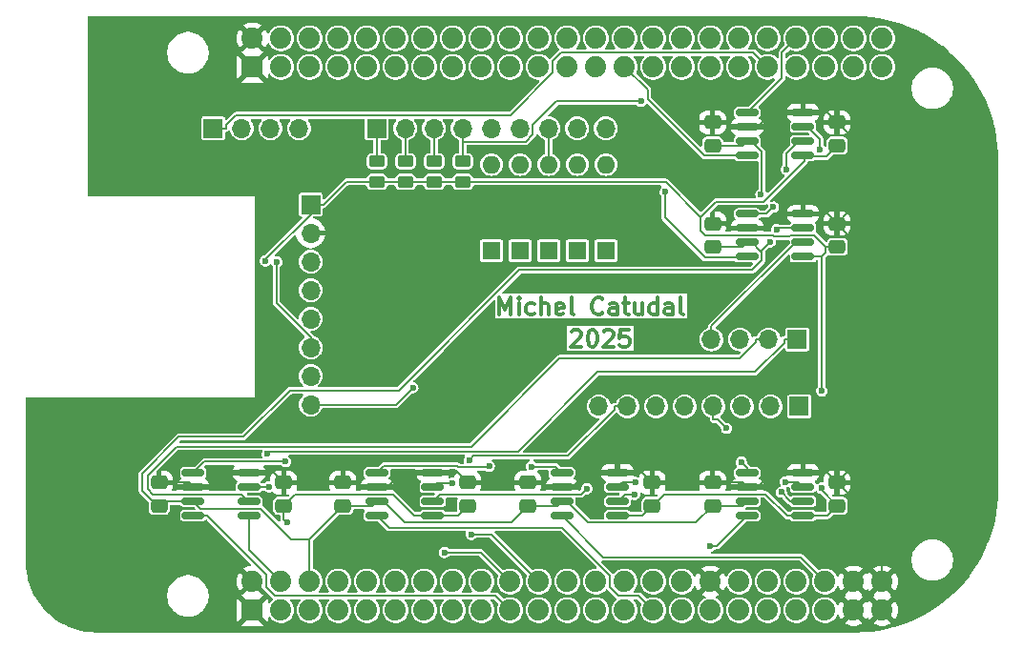
<source format=gtl>
G04 #@! TF.GenerationSoftware,KiCad,Pcbnew,8.0.6*
G04 #@! TF.CreationDate,2025-01-05T20:35:50-05:00*
G04 #@! TF.ProjectId,Beagle-AI-64-CAN-Part2,42656167-6c65-42d4-9149-2d36342d4341,rev?*
G04 #@! TF.SameCoordinates,Original*
G04 #@! TF.FileFunction,Copper,L1,Top*
G04 #@! TF.FilePolarity,Positive*
%FSLAX46Y46*%
G04 Gerber Fmt 4.6, Leading zero omitted, Abs format (unit mm)*
G04 Created by KiCad (PCBNEW 8.0.6) date 2025-01-05 20:35:50*
%MOMM*%
%LPD*%
G01*
G04 APERTURE LIST*
G04 Aperture macros list*
%AMRoundRect*
0 Rectangle with rounded corners*
0 $1 Rounding radius*
0 $2 $3 $4 $5 $6 $7 $8 $9 X,Y pos of 4 corners*
0 Add a 4 corners polygon primitive as box body*
4,1,4,$2,$3,$4,$5,$6,$7,$8,$9,$2,$3,0*
0 Add four circle primitives for the rounded corners*
1,1,$1+$1,$2,$3*
1,1,$1+$1,$4,$5*
1,1,$1+$1,$6,$7*
1,1,$1+$1,$8,$9*
0 Add four rect primitives between the rounded corners*
20,1,$1+$1,$2,$3,$4,$5,0*
20,1,$1+$1,$4,$5,$6,$7,0*
20,1,$1+$1,$6,$7,$8,$9,0*
20,1,$1+$1,$8,$9,$2,$3,0*%
G04 Aperture macros list end*
%ADD10C,0.300000*%
G04 #@! TA.AperFunction,NonConductor*
%ADD11C,0.300000*%
G04 #@! TD*
G04 #@! TA.AperFunction,ComponentPad*
%ADD12R,1.600000X1.600000*%
G04 #@! TD*
G04 #@! TA.AperFunction,ComponentPad*
%ADD13O,1.600000X1.600000*%
G04 #@! TD*
G04 #@! TA.AperFunction,ComponentPad*
%ADD14R,1.700000X1.700000*%
G04 #@! TD*
G04 #@! TA.AperFunction,ComponentPad*
%ADD15O,1.700000X1.700000*%
G04 #@! TD*
G04 #@! TA.AperFunction,SMDPad,CuDef*
%ADD16RoundRect,0.150000X-0.825000X-0.150000X0.825000X-0.150000X0.825000X0.150000X-0.825000X0.150000X0*%
G04 #@! TD*
G04 #@! TA.AperFunction,SMDPad,CuDef*
%ADD17RoundRect,0.250000X0.475000X-0.337500X0.475000X0.337500X-0.475000X0.337500X-0.475000X-0.337500X0*%
G04 #@! TD*
G04 #@! TA.AperFunction,SMDPad,CuDef*
%ADD18RoundRect,0.250000X-0.475000X0.337500X-0.475000X-0.337500X0.475000X-0.337500X0.475000X0.337500X0*%
G04 #@! TD*
G04 #@! TA.AperFunction,SMDPad,CuDef*
%ADD19RoundRect,0.250000X0.450000X-0.262500X0.450000X0.262500X-0.450000X0.262500X-0.450000X-0.262500X0*%
G04 #@! TD*
G04 #@! TA.AperFunction,ComponentPad*
%ADD20R,1.879600X1.879600*%
G04 #@! TD*
G04 #@! TA.AperFunction,ComponentPad*
%ADD21C,1.879600*%
G04 #@! TD*
G04 #@! TA.AperFunction,ViaPad*
%ADD22C,0.600000*%
G04 #@! TD*
G04 #@! TA.AperFunction,Conductor*
%ADD23C,0.200000*%
G04 #@! TD*
G04 APERTURE END LIST*
D10*
D11*
X153783082Y-105543685D02*
X153854510Y-105472257D01*
X153854510Y-105472257D02*
X153997368Y-105400828D01*
X153997368Y-105400828D02*
X154354510Y-105400828D01*
X154354510Y-105400828D02*
X154497368Y-105472257D01*
X154497368Y-105472257D02*
X154568796Y-105543685D01*
X154568796Y-105543685D02*
X154640225Y-105686542D01*
X154640225Y-105686542D02*
X154640225Y-105829400D01*
X154640225Y-105829400D02*
X154568796Y-106043685D01*
X154568796Y-106043685D02*
X153711653Y-106900828D01*
X153711653Y-106900828D02*
X154640225Y-106900828D01*
X155568796Y-105400828D02*
X155711653Y-105400828D01*
X155711653Y-105400828D02*
X155854510Y-105472257D01*
X155854510Y-105472257D02*
X155925939Y-105543685D01*
X155925939Y-105543685D02*
X155997367Y-105686542D01*
X155997367Y-105686542D02*
X156068796Y-105972257D01*
X156068796Y-105972257D02*
X156068796Y-106329400D01*
X156068796Y-106329400D02*
X155997367Y-106615114D01*
X155997367Y-106615114D02*
X155925939Y-106757971D01*
X155925939Y-106757971D02*
X155854510Y-106829400D01*
X155854510Y-106829400D02*
X155711653Y-106900828D01*
X155711653Y-106900828D02*
X155568796Y-106900828D01*
X155568796Y-106900828D02*
X155425939Y-106829400D01*
X155425939Y-106829400D02*
X155354510Y-106757971D01*
X155354510Y-106757971D02*
X155283081Y-106615114D01*
X155283081Y-106615114D02*
X155211653Y-106329400D01*
X155211653Y-106329400D02*
X155211653Y-105972257D01*
X155211653Y-105972257D02*
X155283081Y-105686542D01*
X155283081Y-105686542D02*
X155354510Y-105543685D01*
X155354510Y-105543685D02*
X155425939Y-105472257D01*
X155425939Y-105472257D02*
X155568796Y-105400828D01*
X156640224Y-105543685D02*
X156711652Y-105472257D01*
X156711652Y-105472257D02*
X156854510Y-105400828D01*
X156854510Y-105400828D02*
X157211652Y-105400828D01*
X157211652Y-105400828D02*
X157354510Y-105472257D01*
X157354510Y-105472257D02*
X157425938Y-105543685D01*
X157425938Y-105543685D02*
X157497367Y-105686542D01*
X157497367Y-105686542D02*
X157497367Y-105829400D01*
X157497367Y-105829400D02*
X157425938Y-106043685D01*
X157425938Y-106043685D02*
X156568795Y-106900828D01*
X156568795Y-106900828D02*
X157497367Y-106900828D01*
X158854509Y-105400828D02*
X158140223Y-105400828D01*
X158140223Y-105400828D02*
X158068795Y-106115114D01*
X158068795Y-106115114D02*
X158140223Y-106043685D01*
X158140223Y-106043685D02*
X158283081Y-105972257D01*
X158283081Y-105972257D02*
X158640223Y-105972257D01*
X158640223Y-105972257D02*
X158783081Y-106043685D01*
X158783081Y-106043685D02*
X158854509Y-106115114D01*
X158854509Y-106115114D02*
X158925938Y-106257971D01*
X158925938Y-106257971D02*
X158925938Y-106615114D01*
X158925938Y-106615114D02*
X158854509Y-106757971D01*
X158854509Y-106757971D02*
X158783081Y-106829400D01*
X158783081Y-106829400D02*
X158640223Y-106900828D01*
X158640223Y-106900828D02*
X158283081Y-106900828D01*
X158283081Y-106900828D02*
X158140223Y-106829400D01*
X158140223Y-106829400D02*
X158068795Y-106757971D01*
D10*
D11*
X147404510Y-104050828D02*
X147404510Y-102550828D01*
X147404510Y-102550828D02*
X147904510Y-103622257D01*
X147904510Y-103622257D02*
X148404510Y-102550828D01*
X148404510Y-102550828D02*
X148404510Y-104050828D01*
X149118796Y-104050828D02*
X149118796Y-103050828D01*
X149118796Y-102550828D02*
X149047368Y-102622257D01*
X149047368Y-102622257D02*
X149118796Y-102693685D01*
X149118796Y-102693685D02*
X149190225Y-102622257D01*
X149190225Y-102622257D02*
X149118796Y-102550828D01*
X149118796Y-102550828D02*
X149118796Y-102693685D01*
X150475940Y-103979400D02*
X150333082Y-104050828D01*
X150333082Y-104050828D02*
X150047368Y-104050828D01*
X150047368Y-104050828D02*
X149904511Y-103979400D01*
X149904511Y-103979400D02*
X149833082Y-103907971D01*
X149833082Y-103907971D02*
X149761654Y-103765114D01*
X149761654Y-103765114D02*
X149761654Y-103336542D01*
X149761654Y-103336542D02*
X149833082Y-103193685D01*
X149833082Y-103193685D02*
X149904511Y-103122257D01*
X149904511Y-103122257D02*
X150047368Y-103050828D01*
X150047368Y-103050828D02*
X150333082Y-103050828D01*
X150333082Y-103050828D02*
X150475940Y-103122257D01*
X151118796Y-104050828D02*
X151118796Y-102550828D01*
X151761654Y-104050828D02*
X151761654Y-103265114D01*
X151761654Y-103265114D02*
X151690225Y-103122257D01*
X151690225Y-103122257D02*
X151547368Y-103050828D01*
X151547368Y-103050828D02*
X151333082Y-103050828D01*
X151333082Y-103050828D02*
X151190225Y-103122257D01*
X151190225Y-103122257D02*
X151118796Y-103193685D01*
X153047368Y-103979400D02*
X152904511Y-104050828D01*
X152904511Y-104050828D02*
X152618797Y-104050828D01*
X152618797Y-104050828D02*
X152475939Y-103979400D01*
X152475939Y-103979400D02*
X152404511Y-103836542D01*
X152404511Y-103836542D02*
X152404511Y-103265114D01*
X152404511Y-103265114D02*
X152475939Y-103122257D01*
X152475939Y-103122257D02*
X152618797Y-103050828D01*
X152618797Y-103050828D02*
X152904511Y-103050828D01*
X152904511Y-103050828D02*
X153047368Y-103122257D01*
X153047368Y-103122257D02*
X153118797Y-103265114D01*
X153118797Y-103265114D02*
X153118797Y-103407971D01*
X153118797Y-103407971D02*
X152404511Y-103550828D01*
X153975939Y-104050828D02*
X153833082Y-103979400D01*
X153833082Y-103979400D02*
X153761653Y-103836542D01*
X153761653Y-103836542D02*
X153761653Y-102550828D01*
X156547367Y-103907971D02*
X156475939Y-103979400D01*
X156475939Y-103979400D02*
X156261653Y-104050828D01*
X156261653Y-104050828D02*
X156118796Y-104050828D01*
X156118796Y-104050828D02*
X155904510Y-103979400D01*
X155904510Y-103979400D02*
X155761653Y-103836542D01*
X155761653Y-103836542D02*
X155690224Y-103693685D01*
X155690224Y-103693685D02*
X155618796Y-103407971D01*
X155618796Y-103407971D02*
X155618796Y-103193685D01*
X155618796Y-103193685D02*
X155690224Y-102907971D01*
X155690224Y-102907971D02*
X155761653Y-102765114D01*
X155761653Y-102765114D02*
X155904510Y-102622257D01*
X155904510Y-102622257D02*
X156118796Y-102550828D01*
X156118796Y-102550828D02*
X156261653Y-102550828D01*
X156261653Y-102550828D02*
X156475939Y-102622257D01*
X156475939Y-102622257D02*
X156547367Y-102693685D01*
X157833082Y-104050828D02*
X157833082Y-103265114D01*
X157833082Y-103265114D02*
X157761653Y-103122257D01*
X157761653Y-103122257D02*
X157618796Y-103050828D01*
X157618796Y-103050828D02*
X157333082Y-103050828D01*
X157333082Y-103050828D02*
X157190224Y-103122257D01*
X157833082Y-103979400D02*
X157690224Y-104050828D01*
X157690224Y-104050828D02*
X157333082Y-104050828D01*
X157333082Y-104050828D02*
X157190224Y-103979400D01*
X157190224Y-103979400D02*
X157118796Y-103836542D01*
X157118796Y-103836542D02*
X157118796Y-103693685D01*
X157118796Y-103693685D02*
X157190224Y-103550828D01*
X157190224Y-103550828D02*
X157333082Y-103479400D01*
X157333082Y-103479400D02*
X157690224Y-103479400D01*
X157690224Y-103479400D02*
X157833082Y-103407971D01*
X158333082Y-103050828D02*
X158904510Y-103050828D01*
X158547367Y-102550828D02*
X158547367Y-103836542D01*
X158547367Y-103836542D02*
X158618796Y-103979400D01*
X158618796Y-103979400D02*
X158761653Y-104050828D01*
X158761653Y-104050828D02*
X158904510Y-104050828D01*
X160047368Y-103050828D02*
X160047368Y-104050828D01*
X159404510Y-103050828D02*
X159404510Y-103836542D01*
X159404510Y-103836542D02*
X159475939Y-103979400D01*
X159475939Y-103979400D02*
X159618796Y-104050828D01*
X159618796Y-104050828D02*
X159833082Y-104050828D01*
X159833082Y-104050828D02*
X159975939Y-103979400D01*
X159975939Y-103979400D02*
X160047368Y-103907971D01*
X161404511Y-104050828D02*
X161404511Y-102550828D01*
X161404511Y-103979400D02*
X161261653Y-104050828D01*
X161261653Y-104050828D02*
X160975939Y-104050828D01*
X160975939Y-104050828D02*
X160833082Y-103979400D01*
X160833082Y-103979400D02*
X160761653Y-103907971D01*
X160761653Y-103907971D02*
X160690225Y-103765114D01*
X160690225Y-103765114D02*
X160690225Y-103336542D01*
X160690225Y-103336542D02*
X160761653Y-103193685D01*
X160761653Y-103193685D02*
X160833082Y-103122257D01*
X160833082Y-103122257D02*
X160975939Y-103050828D01*
X160975939Y-103050828D02*
X161261653Y-103050828D01*
X161261653Y-103050828D02*
X161404511Y-103122257D01*
X162761654Y-104050828D02*
X162761654Y-103265114D01*
X162761654Y-103265114D02*
X162690225Y-103122257D01*
X162690225Y-103122257D02*
X162547368Y-103050828D01*
X162547368Y-103050828D02*
X162261654Y-103050828D01*
X162261654Y-103050828D02*
X162118796Y-103122257D01*
X162761654Y-103979400D02*
X162618796Y-104050828D01*
X162618796Y-104050828D02*
X162261654Y-104050828D01*
X162261654Y-104050828D02*
X162118796Y-103979400D01*
X162118796Y-103979400D02*
X162047368Y-103836542D01*
X162047368Y-103836542D02*
X162047368Y-103693685D01*
X162047368Y-103693685D02*
X162118796Y-103550828D01*
X162118796Y-103550828D02*
X162261654Y-103479400D01*
X162261654Y-103479400D02*
X162618796Y-103479400D01*
X162618796Y-103479400D02*
X162761654Y-103407971D01*
X163690225Y-104050828D02*
X163547368Y-103979400D01*
X163547368Y-103979400D02*
X163475939Y-103836542D01*
X163475939Y-103836542D02*
X163475939Y-102550828D01*
D12*
X156850000Y-98350000D03*
D13*
X156850000Y-90730000D03*
D12*
X154310000Y-98350000D03*
D13*
X154310000Y-90730000D03*
D12*
X151770000Y-98350000D03*
D13*
X151770000Y-90730000D03*
D12*
X149230000Y-98350000D03*
D13*
X149230000Y-90730000D03*
D12*
X146690000Y-98350000D03*
D13*
X146690000Y-90730000D03*
D14*
X173820000Y-106250000D03*
D15*
X171280000Y-106250000D03*
X168740000Y-106250000D03*
X166200000Y-106250000D03*
D16*
X169375000Y-95095000D03*
X169375000Y-96365000D03*
X169375000Y-97635000D03*
X169375000Y-98905000D03*
X174325000Y-98905000D03*
X174325000Y-97635000D03*
X174325000Y-96365000D03*
X174325000Y-95095000D03*
D17*
X117200000Y-121037500D03*
X117200000Y-118962500D03*
D16*
X120225000Y-118095000D03*
X120225000Y-119365000D03*
X120225000Y-120635000D03*
X120225000Y-121905000D03*
X125175000Y-121905000D03*
X125175000Y-120635000D03*
X125175000Y-119365000D03*
X125175000Y-118095000D03*
D14*
X130650000Y-94270000D03*
D15*
X130650000Y-96810000D03*
X130650000Y-99350000D03*
X130650000Y-101890000D03*
X130650000Y-104430000D03*
X130650000Y-106970000D03*
X130650000Y-109510000D03*
X130650000Y-112050000D03*
D14*
X122000000Y-87500000D03*
D15*
X124540000Y-87500000D03*
X127080000Y-87500000D03*
X129620000Y-87500000D03*
D18*
X160950000Y-118962500D03*
X160950000Y-121037500D03*
X177350000Y-86962500D03*
X177350000Y-89037500D03*
X144550000Y-118962500D03*
X144550000Y-121037500D03*
D17*
X133500000Y-121037500D03*
X133500000Y-118962500D03*
X166300000Y-89037500D03*
X166300000Y-86962500D03*
D18*
X128250000Y-118962500D03*
X128250000Y-121037500D03*
D17*
X166300000Y-98037500D03*
X166300000Y-95962500D03*
D16*
X152925000Y-118095000D03*
X152925000Y-119365000D03*
X152925000Y-120635000D03*
X152925000Y-121905000D03*
X157875000Y-121905000D03*
X157875000Y-120635000D03*
X157875000Y-119365000D03*
X157875000Y-118095000D03*
D19*
X141610000Y-92262500D03*
X141610000Y-90437500D03*
X144150000Y-92262500D03*
X144150000Y-90437500D03*
D17*
X149900000Y-121037500D03*
X149900000Y-118962500D03*
D14*
X173990000Y-112200000D03*
D15*
X171450000Y-112200000D03*
X168910000Y-112200000D03*
X166370000Y-112200000D03*
X163830000Y-112200000D03*
X161290000Y-112200000D03*
X158750000Y-112200000D03*
X156210000Y-112200000D03*
D19*
X139070000Y-92262500D03*
X139070000Y-90437500D03*
D16*
X169375000Y-86095000D03*
X169375000Y-87365000D03*
X169375000Y-88635000D03*
X169375000Y-89905000D03*
X174325000Y-89905000D03*
X174325000Y-88635000D03*
X174325000Y-87365000D03*
X174325000Y-86095000D03*
X169375000Y-118095000D03*
X169375000Y-119365000D03*
X169375000Y-120635000D03*
X169375000Y-121905000D03*
X174325000Y-121905000D03*
X174325000Y-120635000D03*
X174325000Y-119365000D03*
X174325000Y-118095000D03*
D14*
X136500000Y-87500000D03*
D15*
X139040000Y-87500000D03*
X141580000Y-87500000D03*
X144120000Y-87500000D03*
X146660000Y-87500000D03*
X149200000Y-87500000D03*
X151740000Y-87500000D03*
X154280000Y-87500000D03*
X156820000Y-87500000D03*
D18*
X177350000Y-95962500D03*
X177350000Y-98037500D03*
D16*
X136525000Y-118095000D03*
X136525000Y-119365000D03*
X136525000Y-120635000D03*
X136525000Y-121905000D03*
X141475000Y-121905000D03*
X141475000Y-120635000D03*
X141475000Y-119365000D03*
X141475000Y-118095000D03*
D19*
X136530000Y-92262500D03*
X136530000Y-90437500D03*
D17*
X166300000Y-121037500D03*
X166300000Y-118962500D03*
D18*
X177350000Y-118962500D03*
X177350000Y-121037500D03*
D20*
X125476000Y-82042000D03*
D21*
X125476000Y-79502000D03*
X128016000Y-82042000D03*
X128016000Y-79502000D03*
X130556000Y-82042000D03*
X130556000Y-79502000D03*
X133096000Y-82042000D03*
X133096000Y-79502000D03*
X135636000Y-82042000D03*
X135636000Y-79502000D03*
X138176000Y-82042000D03*
X138176000Y-79502000D03*
X140716000Y-82042000D03*
X140716000Y-79502000D03*
X143256000Y-82042000D03*
X143256000Y-79502000D03*
X145796000Y-82042000D03*
X145796000Y-79502000D03*
X148336000Y-82042000D03*
X148336000Y-79502000D03*
X150876000Y-82042000D03*
X150876000Y-79502000D03*
X153416000Y-82042000D03*
X153416000Y-79502000D03*
X155956000Y-82042000D03*
X155956000Y-79502000D03*
X158496000Y-82042000D03*
X158496000Y-79502000D03*
X161036000Y-82042000D03*
X161036000Y-79502000D03*
X163576000Y-82042000D03*
X163576000Y-79502000D03*
X166116000Y-82042000D03*
X166116000Y-79502000D03*
X168656000Y-82042000D03*
X168656000Y-79502000D03*
X171196000Y-82042000D03*
X171196000Y-79502000D03*
X173736000Y-82042000D03*
X173736000Y-79502000D03*
X176276000Y-82042000D03*
X176276000Y-79502000D03*
X178816000Y-82042000D03*
X178816000Y-79502000D03*
X181356000Y-82042000D03*
X181356000Y-79502000D03*
D20*
X125476000Y-130302000D03*
D21*
X125476000Y-127762000D03*
X128016000Y-130302000D03*
X128016000Y-127762000D03*
X130556000Y-130302000D03*
X130556000Y-127762000D03*
X133096000Y-130302000D03*
X133096000Y-127762000D03*
X135636000Y-130302000D03*
X135636000Y-127762000D03*
X138176000Y-130302000D03*
X138176000Y-127762000D03*
X140716000Y-130302000D03*
X140716000Y-127762000D03*
X143256000Y-130302000D03*
X143256000Y-127762000D03*
X145796000Y-130302000D03*
X145796000Y-127762000D03*
X148336000Y-130302000D03*
X148336000Y-127762000D03*
X150876000Y-130302000D03*
X150876000Y-127762000D03*
X153416000Y-130302000D03*
X153416000Y-127762000D03*
X155956000Y-130302000D03*
X155956000Y-127762000D03*
X158496000Y-130302000D03*
X158496000Y-127762000D03*
X161036000Y-130302000D03*
X161036000Y-127762000D03*
X163576000Y-130302000D03*
X163576000Y-127762000D03*
X166116000Y-130302000D03*
X166116000Y-127762000D03*
X168656000Y-130302000D03*
X168656000Y-127762000D03*
X171196000Y-130302000D03*
X171196000Y-127762000D03*
X173736000Y-130302000D03*
X173736000Y-127762000D03*
X176276000Y-130302000D03*
X176276000Y-127762000D03*
X178816000Y-130302000D03*
X178816000Y-127762000D03*
X181356000Y-130302000D03*
X181356000Y-127762000D03*
D22*
X126954000Y-119326500D03*
X126811500Y-116442100D03*
X171992500Y-96484800D03*
X144721900Y-116992100D03*
X143189700Y-119051300D03*
X155133600Y-119516400D03*
X172849600Y-91150000D03*
X172749900Y-118902900D03*
X175841600Y-89392200D03*
X167542400Y-114156600D03*
X172395800Y-119813400D03*
X159375200Y-120006400D03*
X159445900Y-118950700D03*
X168842700Y-117153300D03*
X171704200Y-94492700D03*
X162091200Y-93135500D03*
X150247000Y-117561300D03*
X139702400Y-110539200D03*
X142506000Y-125197000D03*
X128404000Y-117117200D03*
X127623700Y-99370000D03*
X159945800Y-85087600D03*
X146485000Y-117510800D03*
X166115100Y-124606000D03*
X144906000Y-123572100D03*
X170604000Y-93386500D03*
X171387500Y-97600200D03*
X128527700Y-122532500D03*
X175962300Y-119465300D03*
X175985500Y-110830500D03*
X126641800Y-99283400D03*
D23*
X127623700Y-99370000D02*
X127623700Y-103058100D01*
X127623700Y-103058100D02*
X130650000Y-106084400D01*
X130650000Y-106084400D02*
X130650000Y-106970000D01*
X130650000Y-94270000D02*
X130650000Y-95148100D01*
X130650000Y-95148100D02*
X126641800Y-99156300D01*
X126641800Y-99156300D02*
X126641800Y-99283400D01*
X170125100Y-106519200D02*
X170125100Y-106250000D01*
X168708700Y-107935600D02*
X170125100Y-106519200D01*
X152716000Y-107935600D02*
X168708700Y-107935600D01*
X144883100Y-115768500D02*
X152716000Y-107935600D01*
X118731600Y-115768500D02*
X144883100Y-115768500D01*
X116169100Y-118331000D02*
X118731600Y-115768500D01*
X116169100Y-119564000D02*
X116169100Y-118331000D01*
X116605100Y-120000000D02*
X116169100Y-119564000D01*
X124540000Y-120000000D02*
X116605100Y-120000000D01*
X125175000Y-120635000D02*
X124540000Y-120000000D01*
X171280000Y-106250000D02*
X170125100Y-106250000D01*
X126915500Y-119365000D02*
X126954000Y-119326500D01*
X125175000Y-119365000D02*
X126915500Y-119365000D01*
X172665100Y-106538700D02*
X172665100Y-106250000D01*
X170063800Y-109140000D02*
X172665100Y-106538700D01*
X156089600Y-109140000D02*
X170063800Y-109140000D01*
X149027700Y-116201900D02*
X156089600Y-109140000D01*
X127051700Y-116201900D02*
X149027700Y-116201900D01*
X126811500Y-116442100D02*
X127051700Y-116201900D01*
X173820000Y-106250000D02*
X172665100Y-106250000D01*
X166200000Y-106250000D02*
X166200000Y-105095100D01*
X173660100Y-97635000D02*
X174325000Y-97635000D01*
X166200000Y-105095100D02*
X173660100Y-97635000D01*
X172112300Y-96365000D02*
X171992500Y-96484800D01*
X174325000Y-96365000D02*
X172112300Y-96365000D01*
X141788700Y-119051300D02*
X141475000Y-119365000D01*
X143189700Y-119051300D02*
X141788700Y-119051300D01*
X158750000Y-112200000D02*
X157595100Y-112200000D01*
X157595100Y-112488700D02*
X157595100Y-112200000D01*
X153477000Y-116606800D02*
X157595100Y-112488700D01*
X145107200Y-116606800D02*
X153477000Y-116606800D01*
X144721900Y-116992100D02*
X145107200Y-116606800D01*
X142110000Y-120000000D02*
X141475000Y-120635000D01*
X154650000Y-120000000D02*
X142110000Y-120000000D01*
X155133600Y-119516400D02*
X154650000Y-120000000D01*
X173949200Y-88635000D02*
X174325000Y-88635000D01*
X172849600Y-89734600D02*
X173949200Y-88635000D01*
X172849600Y-91150000D02*
X172849600Y-89734600D01*
X173862900Y-118902900D02*
X172749900Y-118902900D01*
X174325000Y-119365000D02*
X173862900Y-118902900D01*
X175841600Y-88481900D02*
X175841600Y-89392200D01*
X174724700Y-87365000D02*
X175841600Y-88481900D01*
X174325000Y-87365000D02*
X174724700Y-87365000D01*
X166740700Y-113354900D02*
X167542400Y-114156600D01*
X166370000Y-113354900D02*
X166740700Y-113354900D01*
X173217400Y-120635000D02*
X174325000Y-120635000D01*
X172395800Y-119813400D02*
X173217400Y-120635000D01*
X166370000Y-112200000D02*
X166370000Y-113354900D01*
X158503600Y-120006400D02*
X159375200Y-120006400D01*
X157875000Y-120635000D02*
X158503600Y-120006400D01*
X158289300Y-118950700D02*
X157875000Y-119365000D01*
X159445900Y-118950700D02*
X158289300Y-118950700D01*
X169375000Y-117685600D02*
X169375000Y-118095000D01*
X168842700Y-117153300D02*
X169375000Y-117685600D01*
X137587200Y-122967200D02*
X136525000Y-121905000D01*
X152941400Y-122967200D02*
X137587200Y-122967200D01*
X157200700Y-127226500D02*
X152941400Y-122967200D01*
X157200700Y-128272300D02*
X157200700Y-127226500D01*
X157960400Y-129032000D02*
X157200700Y-128272300D01*
X159766000Y-129032000D02*
X157960400Y-129032000D01*
X161036000Y-130302000D02*
X159766000Y-129032000D01*
X139040000Y-90407500D02*
X139070000Y-90437500D01*
X139040000Y-87500000D02*
X139040000Y-90407500D01*
X171101900Y-95095000D02*
X171704200Y-94492700D01*
X169375000Y-95095000D02*
X171101900Y-95095000D01*
X136530000Y-88684900D02*
X136530000Y-90437500D01*
X136500000Y-88654900D02*
X136530000Y-88684900D01*
X136500000Y-87500000D02*
X136500000Y-88654900D01*
X169301200Y-98978800D02*
X169375000Y-98905000D01*
X165624800Y-98978800D02*
X169301200Y-98978800D01*
X162091200Y-95445200D02*
X165624800Y-98978800D01*
X162091200Y-93135500D02*
X162091200Y-95445200D01*
X152391300Y-117561300D02*
X152925000Y-118095000D01*
X150247000Y-117561300D02*
X152391300Y-117561300D01*
X138191600Y-112050000D02*
X130650000Y-112050000D01*
X139702400Y-110539200D02*
X138191600Y-112050000D01*
X145771000Y-125197000D02*
X142506000Y-125197000D01*
X148336000Y-127762000D02*
X145771000Y-125197000D01*
X121202800Y-117117200D02*
X120225000Y-118095000D01*
X128404000Y-117117200D02*
X121202800Y-117117200D01*
X160550700Y-84096700D02*
X158496000Y-82042000D01*
X160550700Y-84886700D02*
X160550700Y-84096700D01*
X165594900Y-89930900D02*
X160550700Y-84886700D01*
X169349100Y-89930900D02*
X165594900Y-89930900D01*
X169375000Y-89905000D02*
X169349100Y-89930900D01*
X144120000Y-87500000D02*
X144120000Y-88654900D01*
X149714600Y-88684900D02*
X144150000Y-88684900D01*
X150354900Y-88044600D02*
X149714600Y-88684900D01*
X150354900Y-87218900D02*
X150354900Y-88044600D01*
X152486200Y-85087600D02*
X150354900Y-87218900D01*
X159945800Y-85087600D02*
X152486200Y-85087600D01*
X144120000Y-88654900D02*
X144150000Y-88684900D01*
X144150000Y-88684900D02*
X144150000Y-90437500D01*
X169926000Y-80772000D02*
X171196000Y-82042000D01*
X152880400Y-80772000D02*
X169926000Y-80772000D01*
X152146000Y-81506400D02*
X152880400Y-80772000D01*
X152146000Y-82564200D02*
X152146000Y-81506400D01*
X148365100Y-86345100D02*
X152146000Y-82564200D01*
X124021000Y-86345100D02*
X148365100Y-86345100D01*
X123154900Y-87211200D02*
X124021000Y-86345100D01*
X123154900Y-87500000D02*
X123154900Y-87211200D01*
X122000000Y-87500000D02*
X123154900Y-87500000D01*
X146393600Y-117602200D02*
X146485000Y-117510800D01*
X143760700Y-117602200D02*
X146393600Y-117602200D01*
X143638200Y-117479700D02*
X143760700Y-117602200D01*
X137140300Y-117479700D02*
X143638200Y-117479700D01*
X136525000Y-118095000D02*
X137140300Y-117479700D01*
X166674000Y-124606000D02*
X169375000Y-121905000D01*
X166115100Y-124606000D02*
X166674000Y-124606000D01*
X141610000Y-88684900D02*
X141610000Y-90437500D01*
X141580000Y-88654900D02*
X141610000Y-88684900D01*
X141580000Y-87500000D02*
X141580000Y-88654900D01*
X121482900Y-121905000D02*
X120225000Y-121905000D01*
X126720700Y-127142800D02*
X121482900Y-121905000D01*
X126720700Y-128272300D02*
X126720700Y-127142800D01*
X127480400Y-129032000D02*
X126720700Y-128272300D01*
X147066000Y-129032000D02*
X127480400Y-129032000D01*
X148336000Y-130302000D02*
X147066000Y-129032000D01*
X174102900Y-125588900D02*
X176276000Y-127762000D01*
X156608900Y-125588900D02*
X174102900Y-125588900D01*
X152925000Y-121905000D02*
X156608900Y-125588900D01*
X172466000Y-83004000D02*
X169375000Y-86095000D01*
X172466000Y-80772000D02*
X172466000Y-83004000D01*
X173736000Y-79502000D02*
X172466000Y-80772000D01*
X146686100Y-123572100D02*
X144906000Y-123572100D01*
X150876000Y-127762000D02*
X146686100Y-123572100D01*
X151770000Y-88684900D02*
X151770000Y-90730000D01*
X151740000Y-88654900D02*
X151770000Y-88684900D01*
X151740000Y-87500000D02*
X151740000Y-88654900D01*
X120860000Y-121270000D02*
X120225000Y-120635000D01*
X126212800Y-121270000D02*
X120860000Y-121270000D01*
X128924300Y-123981500D02*
X126212800Y-121270000D01*
X130556000Y-123981500D02*
X128924300Y-123981500D01*
X130556000Y-127762000D02*
X130556000Y-123981500D01*
X130556000Y-123981500D02*
X133500000Y-121037500D01*
X168972500Y-98037500D02*
X166300000Y-98037500D01*
X169375000Y-97635000D02*
X168972500Y-98037500D01*
X152522500Y-121037500D02*
X152925000Y-120635000D01*
X149900000Y-121037500D02*
X152522500Y-121037500D01*
X117602500Y-120635000D02*
X117200000Y-121037500D01*
X120225000Y-120635000D02*
X117602500Y-120635000D01*
X168972500Y-89037500D02*
X169375000Y-88635000D01*
X166300000Y-89037500D02*
X168972500Y-89037500D01*
X170657400Y-93333100D02*
X170604000Y-93386500D01*
X170657400Y-89560000D02*
X170657400Y-93333100D01*
X169732400Y-88635000D02*
X170657400Y-89560000D01*
X169375000Y-88635000D02*
X169732400Y-88635000D01*
X171387500Y-97600200D02*
X170577200Y-98410500D01*
X169801600Y-97635000D02*
X169375000Y-97635000D01*
X170577200Y-98410500D02*
X169801600Y-97635000D01*
X164826100Y-122511400D02*
X166300000Y-121037500D01*
X155273700Y-122511400D02*
X164826100Y-122511400D01*
X153397300Y-120635000D02*
X155273700Y-122511400D01*
X152925000Y-120635000D02*
X153397300Y-120635000D01*
X168972500Y-121037500D02*
X169375000Y-120635000D01*
X166300000Y-121037500D02*
X168972500Y-121037500D01*
X117036300Y-121037500D02*
X117200000Y-121037500D01*
X115703300Y-119704500D02*
X117036300Y-121037500D01*
X115703300Y-118160300D02*
X115703300Y-119704500D01*
X118953000Y-114910600D02*
X115703300Y-118160300D01*
X124673500Y-114910600D02*
X118953000Y-114910600D01*
X128804100Y-110780000D02*
X124673500Y-114910600D01*
X138469900Y-110780000D02*
X128804100Y-110780000D01*
X149179300Y-100070600D02*
X138469900Y-110780000D01*
X169838000Y-100070600D02*
X149179300Y-100070600D01*
X170683400Y-99225200D02*
X169838000Y-100070600D01*
X170683400Y-98516800D02*
X170683400Y-99225200D01*
X170577200Y-98410500D02*
X170683400Y-98516800D01*
X136122500Y-121037500D02*
X136525000Y-120635000D01*
X133500000Y-121037500D02*
X136122500Y-121037500D01*
X148427000Y-122510500D02*
X149900000Y-121037500D01*
X139001500Y-122510500D02*
X148427000Y-122510500D01*
X137126000Y-120635000D02*
X139001500Y-122510500D01*
X136525000Y-120635000D02*
X137126000Y-120635000D01*
X139070000Y-92262500D02*
X141610000Y-92262500D01*
X139070000Y-92262500D02*
X136530000Y-92262500D01*
X133812400Y-92262500D02*
X131804900Y-94270000D01*
X136530000Y-92262500D02*
X133812400Y-92262500D01*
X143682500Y-121905000D02*
X141475000Y-121905000D01*
X144550000Y-121037500D02*
X143682500Y-121905000D01*
X160082500Y-121905000D02*
X160950000Y-121037500D01*
X157875000Y-121905000D02*
X160082500Y-121905000D01*
X131703300Y-94270000D02*
X131803400Y-94270000D01*
X131803400Y-94270000D02*
X131804900Y-94270000D01*
X130650000Y-94270000D02*
X131703300Y-94270000D01*
X172900200Y-121905000D02*
X174325000Y-121905000D01*
X170995200Y-120000000D02*
X172900200Y-121905000D01*
X161987500Y-120000000D02*
X170995200Y-120000000D01*
X160950000Y-121037500D02*
X161987500Y-120000000D01*
X176482500Y-121905000D02*
X177350000Y-121037500D01*
X174325000Y-121905000D02*
X176482500Y-121905000D01*
X175962400Y-119465300D02*
X175962300Y-119465300D01*
X175962400Y-119649900D02*
X175962400Y-119465300D01*
X177350000Y-121037500D02*
X175962400Y-119649900D01*
X175985500Y-110830500D02*
X175985500Y-98905000D01*
X175985500Y-98905000D02*
X174325000Y-98905000D01*
X141610000Y-92262500D02*
X144150000Y-92262500D01*
X176347700Y-98542800D02*
X176347700Y-98037500D01*
X175985500Y-98905000D02*
X176347700Y-98542800D01*
X176347700Y-98037500D02*
X177350000Y-98037500D01*
X125175000Y-124921000D02*
X125175000Y-121905000D01*
X128016000Y-127762000D02*
X125175000Y-124921000D01*
X176377400Y-90010100D02*
X174430100Y-90010100D01*
X177350000Y-89037500D02*
X176377400Y-90010100D01*
X174430100Y-90010100D02*
X174325000Y-89905000D01*
X166571900Y-94039700D02*
X165248700Y-95362900D01*
X170827000Y-94039700D02*
X166571900Y-94039700D01*
X174430100Y-90436600D02*
X170827000Y-94039700D01*
X174430100Y-90010100D02*
X174430100Y-90436600D01*
X165248700Y-96558400D02*
X165248700Y-95362900D01*
X165685600Y-96995300D02*
X165248700Y-96558400D01*
X171638100Y-96995300D02*
X165685600Y-96995300D01*
X171734300Y-97091500D02*
X171638100Y-96995300D01*
X173066300Y-97091500D02*
X171734300Y-97091500D01*
X173157800Y-97000000D02*
X173066300Y-97091500D01*
X175310200Y-97000000D02*
X173157800Y-97000000D01*
X176347700Y-98037500D02*
X175310200Y-97000000D01*
X162148300Y-92262500D02*
X144150000Y-92262500D01*
X165248700Y-95362900D02*
X162148300Y-92262500D01*
X128250000Y-122254800D02*
X128250000Y-121037500D01*
X128527700Y-122532500D02*
X128250000Y-122254800D01*
X139845400Y-121905000D02*
X141475000Y-121905000D01*
X137940400Y-120000000D02*
X139845400Y-121905000D01*
X129287500Y-120000000D02*
X137940400Y-120000000D01*
X128250000Y-121037500D02*
X129287500Y-120000000D01*
X171620000Y-86095000D02*
X174325000Y-86095000D01*
X170350000Y-87365000D02*
X171620000Y-86095000D01*
X169375000Y-87365000D02*
X170350000Y-87365000D01*
X135485000Y-119365000D02*
X136525000Y-119365000D01*
X135350000Y-119500000D02*
X135485000Y-119365000D01*
X135150000Y-119500000D02*
X135350000Y-119500000D01*
X134612000Y-118962000D02*
X135150000Y-119500000D01*
X128250000Y-118962000D02*
X134612000Y-118962000D01*
X127382000Y-118095000D02*
X128250000Y-118962000D01*
X125175000Y-118095000D02*
X127382000Y-118095000D01*
X123655000Y-118095000D02*
X125175000Y-118095000D01*
X122385000Y-119365000D02*
X123655000Y-118095000D01*
X120225000Y-119365000D02*
X122385000Y-119365000D01*
X119822000Y-118962000D02*
X120225000Y-119365000D01*
X117200000Y-118962000D02*
X119822000Y-118962000D01*
X181356000Y-122968000D02*
X181356000Y-127762000D01*
X177350000Y-118962000D02*
X181356000Y-122968000D01*
X172355000Y-95095000D02*
X174325000Y-95095000D01*
X171085000Y-96365000D02*
X172355000Y-95095000D01*
X169375000Y-96365000D02*
X171085000Y-96365000D01*
X178378000Y-117934000D02*
X177350000Y-118962000D01*
X178378000Y-96990700D02*
X178378000Y-117934000D01*
X177350000Y-95962500D02*
X178378000Y-96990700D01*
X178378000Y-94934300D02*
X177350000Y-95962500D01*
X178378000Y-87990700D02*
X178378000Y-94934300D01*
X177350000Y-86962500D02*
X178378000Y-87990700D01*
X176482000Y-95095000D02*
X177350000Y-95962500D01*
X174325000Y-95095000D02*
X176482000Y-95095000D01*
X167985000Y-96365000D02*
X169375000Y-96365000D01*
X167950000Y-96400000D02*
X167985000Y-96365000D01*
X167800000Y-96400000D02*
X167950000Y-96400000D01*
X167362000Y-95962500D02*
X167800000Y-96400000D01*
X166300000Y-95962500D02*
X167362000Y-95962500D01*
X176482000Y-86095000D02*
X177350000Y-86962500D01*
X174325000Y-86095000D02*
X176482000Y-86095000D01*
X167965000Y-87365000D02*
X169375000Y-87365000D01*
X167900000Y-87300000D02*
X167965000Y-87365000D01*
X167750000Y-87300000D02*
X167900000Y-87300000D01*
X167412000Y-86962500D02*
X167750000Y-87300000D01*
X166300000Y-86962500D02*
X167412000Y-86962500D01*
X171620000Y-118095000D02*
X174325000Y-118095000D01*
X170350000Y-119365000D02*
X171620000Y-118095000D01*
X169375000Y-119365000D02*
X170350000Y-119365000D01*
X176482000Y-118095000D02*
X177350000Y-118962000D01*
X174325000Y-118095000D02*
X176482000Y-118095000D01*
X155170000Y-118095000D02*
X157875000Y-118095000D01*
X153900000Y-119365000D02*
X155170000Y-118095000D01*
X152925000Y-119365000D02*
X153900000Y-119365000D01*
X168972000Y-118962000D02*
X169375000Y-119365000D01*
X160950000Y-118962000D02*
X168972000Y-118962000D01*
X160082000Y-118095000D02*
X160950000Y-118962000D01*
X157875000Y-118095000D02*
X160082000Y-118095000D01*
X138770000Y-118095000D02*
X141475000Y-118095000D01*
X137500000Y-119365000D02*
X138770000Y-118095000D01*
X136525000Y-119365000D02*
X137500000Y-119365000D01*
X151735000Y-119365000D02*
X152925000Y-119365000D01*
X151650000Y-119450000D02*
X151735000Y-119365000D01*
X151162000Y-118962000D02*
X151650000Y-119450000D01*
X144550000Y-118962000D02*
X151162000Y-118962000D01*
X143682000Y-118095000D02*
X144550000Y-118962000D01*
X141475000Y-118095000D02*
X143682000Y-118095000D01*
G04 #@! TA.AperFunction,Conductor*
G36*
X180882619Y-127958081D02*
G01*
X180949498Y-128073920D01*
X181044080Y-128168502D01*
X181159919Y-128235381D01*
X181195743Y-128244980D01*
X180542573Y-128898149D01*
X180589733Y-128934857D01*
X180605748Y-128943524D01*
X180648608Y-128988564D01*
X180656809Y-129050195D01*
X180627217Y-129104876D01*
X180605752Y-129120472D01*
X180589741Y-129129137D01*
X180542573Y-129165849D01*
X181195743Y-129819019D01*
X181159919Y-129828619D01*
X181044080Y-129895498D01*
X180949498Y-129990080D01*
X180882619Y-130105919D01*
X180873019Y-130141743D01*
X180219740Y-129488464D01*
X180170219Y-129564262D01*
X180121793Y-129603256D01*
X180059695Y-129606339D01*
X180007645Y-129572333D01*
X180001781Y-129564262D01*
X179952259Y-129488463D01*
X179298979Y-130141742D01*
X179289381Y-130105919D01*
X179222502Y-129990080D01*
X179127920Y-129895498D01*
X179012081Y-129828619D01*
X178976254Y-129819019D01*
X179629425Y-129165849D01*
X179629425Y-129165848D01*
X179582272Y-129129146D01*
X179582260Y-129129138D01*
X179566249Y-129120473D01*
X179523390Y-129075432D01*
X179515191Y-129013801D01*
X179544783Y-128959121D01*
X179566253Y-128943523D01*
X179582266Y-128934857D01*
X179629425Y-128898149D01*
X178976256Y-128244980D01*
X179012081Y-128235381D01*
X179127920Y-128168502D01*
X179222502Y-128073920D01*
X179289381Y-127958081D01*
X179298980Y-127922256D01*
X179952258Y-128575534D01*
X180001780Y-128499737D01*
X180050207Y-128460743D01*
X180112304Y-128457660D01*
X180164354Y-128491666D01*
X180170218Y-128499737D01*
X180219739Y-128575534D01*
X180873019Y-127922254D01*
X180882619Y-127958081D01*
G37*
G04 #@! TD.AperFunction*
G04 #@! TA.AperFunction,Conductor*
G36*
X126443968Y-128407244D02*
G01*
X126459954Y-128428078D01*
X126477675Y-128458771D01*
X126477679Y-128458776D01*
X127291559Y-129272656D01*
X127319785Y-129328054D01*
X127310059Y-129389462D01*
X127288198Y-129418135D01*
X127167320Y-129528331D01*
X127167319Y-129528331D01*
X127053080Y-129679609D01*
X127002114Y-129715218D01*
X126939950Y-129714069D01*
X126890334Y-129676601D01*
X126872200Y-129618984D01*
X126872200Y-129307236D01*
X126869307Y-129276389D01*
X126857649Y-129243074D01*
X126857648Y-129243074D01*
X125958979Y-130141742D01*
X125949381Y-130105919D01*
X125882502Y-129990080D01*
X125787920Y-129895498D01*
X125672081Y-129828619D01*
X125636254Y-129819019D01*
X126534924Y-128920350D01*
X126534924Y-128920349D01*
X126501607Y-128908692D01*
X126501608Y-128908692D01*
X126470763Y-128905800D01*
X126347525Y-128905800D01*
X126347525Y-128903254D01*
X126317827Y-128905590D01*
X126270182Y-128878906D01*
X125636256Y-128244980D01*
X125672081Y-128235381D01*
X125787920Y-128168502D01*
X125882502Y-128073920D01*
X125949381Y-127958081D01*
X125958980Y-127922256D01*
X126443968Y-128407244D01*
G37*
G04 #@! TD.AperFunction*
G04 #@! TA.AperFunction,Conductor*
G36*
X126329281Y-116091413D02*
G01*
X126365826Y-116141713D01*
X126365826Y-116203887D01*
X126361659Y-116214591D01*
X126323233Y-116298731D01*
X126302620Y-116442099D01*
X126302620Y-116442100D01*
X126323233Y-116585468D01*
X126362344Y-116671109D01*
X126369431Y-116732878D01*
X126338858Y-116787016D01*
X126282303Y-116812844D01*
X126270835Y-116813500D01*
X121242783Y-116813500D01*
X121162817Y-116813500D01*
X121162816Y-116813500D01*
X121162810Y-116813501D01*
X121085580Y-116834193D01*
X121085574Y-116834196D01*
X121016325Y-116874177D01*
X121016323Y-116874179D01*
X120328666Y-117561835D01*
X120273268Y-117590061D01*
X120257531Y-117591300D01*
X119366430Y-117591300D01*
X119366430Y-117591301D01*
X119297683Y-117601316D01*
X119297676Y-117601318D01*
X119191633Y-117653159D01*
X119108159Y-117736633D01*
X119056318Y-117842675D01*
X119056317Y-117842678D01*
X119046300Y-117911430D01*
X119046300Y-118278569D01*
X119056316Y-118347316D01*
X119056318Y-118347323D01*
X119108159Y-118453366D01*
X119108160Y-118453367D01*
X119108161Y-118453369D01*
X119161614Y-118506822D01*
X119189839Y-118562218D01*
X119180113Y-118623626D01*
X119136149Y-118667590D01*
X119128978Y-118670896D01*
X119094186Y-118685308D01*
X119094180Y-118685311D01*
X118967512Y-118782507D01*
X118967507Y-118782512D01*
X118870311Y-118909180D01*
X118870309Y-118909184D01*
X118809207Y-119056698D01*
X118798661Y-119136799D01*
X118798662Y-119136800D01*
X121651338Y-119136800D01*
X121651338Y-119136799D01*
X121640792Y-119056698D01*
X121579690Y-118909184D01*
X121579688Y-118909180D01*
X121482492Y-118782512D01*
X121482487Y-118782507D01*
X121355819Y-118685311D01*
X121321021Y-118670897D01*
X121273744Y-118630517D01*
X121259231Y-118570060D01*
X121283025Y-118512619D01*
X121288362Y-118506845D01*
X121341839Y-118453369D01*
X121393683Y-118347319D01*
X121403700Y-118278569D01*
X121403699Y-117911432D01*
X121393683Y-117842681D01*
X121393680Y-117842675D01*
X121341840Y-117736633D01*
X121341839Y-117736632D01*
X121341839Y-117736631D01*
X121258369Y-117653161D01*
X121258367Y-117653160D01*
X121252474Y-117647267D01*
X121253935Y-117645805D01*
X121223536Y-117604675D01*
X121223030Y-117542503D01*
X121247819Y-117501676D01*
X121299133Y-117450364D01*
X121354532Y-117422138D01*
X121370267Y-117420900D01*
X123783808Y-117420900D01*
X123842939Y-117440113D01*
X123879484Y-117490413D01*
X123879484Y-117552587D01*
X123863620Y-117582741D01*
X123820309Y-117639185D01*
X123759207Y-117786698D01*
X123748661Y-117866799D01*
X123748662Y-117866800D01*
X126601338Y-117866800D01*
X126601338Y-117866799D01*
X126590792Y-117786698D01*
X126529690Y-117639185D01*
X126486380Y-117582741D01*
X126465626Y-117524133D01*
X126483285Y-117464519D01*
X126532611Y-117426670D01*
X126566192Y-117420900D01*
X127954724Y-117420900D01*
X128013855Y-117440113D01*
X128030750Y-117455618D01*
X128070754Y-117501786D01*
X128192604Y-117580094D01*
X128331579Y-117620900D01*
X128331580Y-117620900D01*
X128476420Y-117620900D01*
X128476421Y-117620900D01*
X128615396Y-117580094D01*
X128737246Y-117501786D01*
X128832097Y-117392321D01*
X128892267Y-117260568D01*
X128912880Y-117117200D01*
X128892267Y-116973832D01*
X128832097Y-116842079D01*
X128737246Y-116732614D01*
X128672227Y-116690829D01*
X128632871Y-116642698D01*
X128629322Y-116580626D01*
X128662936Y-116528321D01*
X128720874Y-116505764D01*
X128726617Y-116505600D01*
X144256681Y-116505600D01*
X144315812Y-116524813D01*
X144352357Y-116575113D01*
X144352357Y-116637287D01*
X144332712Y-116672074D01*
X144300333Y-116709442D01*
X144293801Y-116716981D01*
X144233633Y-116848732D01*
X144213020Y-116992099D01*
X144213020Y-116992100D01*
X144233633Y-117135469D01*
X144243059Y-117156108D01*
X144250148Y-117217876D01*
X144219575Y-117272015D01*
X144163020Y-117297844D01*
X144151551Y-117298500D01*
X143928167Y-117298500D01*
X143869036Y-117279287D01*
X143857032Y-117269035D01*
X143824674Y-117236677D01*
X143755425Y-117196696D01*
X143755419Y-117196693D01*
X143678189Y-117176001D01*
X143678184Y-117176000D01*
X143678183Y-117176000D01*
X143678182Y-117176000D01*
X137186461Y-117176000D01*
X137186445Y-117175999D01*
X137180284Y-117175999D01*
X137100317Y-117175999D01*
X137100314Y-117175999D01*
X137023075Y-117196696D01*
X136953824Y-117236679D01*
X136628667Y-117561835D01*
X136573269Y-117590061D01*
X136557532Y-117591300D01*
X135666430Y-117591300D01*
X135666430Y-117591301D01*
X135597683Y-117601316D01*
X135597676Y-117601318D01*
X135491633Y-117653159D01*
X135408159Y-117736633D01*
X135356318Y-117842675D01*
X135356317Y-117842678D01*
X135346300Y-117911430D01*
X135346300Y-118278569D01*
X135356316Y-118347316D01*
X135356318Y-118347323D01*
X135408159Y-118453366D01*
X135408160Y-118453367D01*
X135408161Y-118453369D01*
X135461614Y-118506822D01*
X135489839Y-118562218D01*
X135480113Y-118623626D01*
X135436149Y-118667590D01*
X135428978Y-118670896D01*
X135394186Y-118685308D01*
X135394180Y-118685311D01*
X135267512Y-118782507D01*
X135267507Y-118782512D01*
X135170311Y-118909180D01*
X135170309Y-118909184D01*
X135109207Y-119056698D01*
X135098661Y-119136799D01*
X135098662Y-119136800D01*
X137951338Y-119136800D01*
X137951338Y-119136799D01*
X137940792Y-119056698D01*
X137879690Y-118909184D01*
X137879688Y-118909180D01*
X137782492Y-118782512D01*
X137782487Y-118782507D01*
X137655819Y-118685311D01*
X137621021Y-118670897D01*
X137573744Y-118630517D01*
X137559231Y-118570060D01*
X137583025Y-118512619D01*
X137588362Y-118506845D01*
X137641839Y-118453369D01*
X137693683Y-118347319D01*
X137703700Y-118278569D01*
X137703699Y-117911432D01*
X137702893Y-117905900D01*
X137701816Y-117898501D01*
X137712304Y-117837218D01*
X137756811Y-117793804D01*
X137801365Y-117783400D01*
X139944929Y-117783400D01*
X140004060Y-117802613D01*
X140040605Y-117852913D01*
X140041087Y-117858162D01*
X140048662Y-117866800D01*
X142901338Y-117866800D01*
X142913529Y-117852897D01*
X142916663Y-117835996D01*
X142961764Y-117793199D01*
X143005071Y-117783400D01*
X143470733Y-117783400D01*
X143529864Y-117802613D01*
X143541868Y-117812865D01*
X143574224Y-117845221D01*
X143620737Y-117872075D01*
X143620738Y-117872077D01*
X143644279Y-117885668D01*
X143685882Y-117931872D01*
X143692381Y-117993706D01*
X143661293Y-118047550D01*
X143646024Y-118058881D01*
X143636149Y-118064850D01*
X143514850Y-118186149D01*
X143426104Y-118332952D01*
X143426102Y-118332954D01*
X143380517Y-118479245D01*
X143344582Y-118529983D01*
X143285688Y-118549909D01*
X143269378Y-118547664D01*
X143269241Y-118548624D01*
X143262122Y-118547600D01*
X143262121Y-118547600D01*
X143117279Y-118547600D01*
X143117276Y-118547600D01*
X142993135Y-118584050D01*
X142930986Y-118582274D01*
X142881751Y-118544307D01*
X142864235Y-118484651D01*
X142871852Y-118449026D01*
X142890792Y-118403300D01*
X142901338Y-118323200D01*
X140048662Y-118323200D01*
X140059207Y-118403301D01*
X140120309Y-118550815D01*
X140120311Y-118550819D01*
X140217507Y-118677487D01*
X140217512Y-118677492D01*
X140344180Y-118774688D01*
X140344182Y-118774689D01*
X140378977Y-118789102D01*
X140426254Y-118829481D01*
X140440768Y-118889938D01*
X140416974Y-118947379D01*
X140411614Y-118953178D01*
X140358159Y-119006633D01*
X140306318Y-119112675D01*
X140306317Y-119112678D01*
X140296300Y-119181430D01*
X140296300Y-119548569D01*
X140306316Y-119617316D01*
X140306318Y-119617323D01*
X140358159Y-119723366D01*
X140358160Y-119723367D01*
X140358161Y-119723369D01*
X140441631Y-119806839D01*
X140441632Y-119806839D01*
X140441633Y-119806840D01*
X140547675Y-119858681D01*
X140547678Y-119858682D01*
X140547679Y-119858682D01*
X140547681Y-119858683D01*
X140616431Y-119868700D01*
X141568932Y-119868699D01*
X141628063Y-119887912D01*
X141664608Y-119938212D01*
X141664608Y-120000386D01*
X141640067Y-120040434D01*
X141578666Y-120101835D01*
X141523268Y-120130061D01*
X141507531Y-120131300D01*
X140616430Y-120131300D01*
X140616430Y-120131301D01*
X140547683Y-120141316D01*
X140547676Y-120141318D01*
X140441633Y-120193159D01*
X140358159Y-120276633D01*
X140306318Y-120382675D01*
X140306317Y-120382678D01*
X140296300Y-120451430D01*
X140296300Y-120818569D01*
X140306316Y-120887316D01*
X140306318Y-120887323D01*
X140358159Y-120993366D01*
X140358160Y-120993367D01*
X140358161Y-120993369D01*
X140441631Y-121076839D01*
X140441632Y-121076839D01*
X140441633Y-121076840D01*
X140547675Y-121128681D01*
X140547678Y-121128682D01*
X140547679Y-121128682D01*
X140547681Y-121128683D01*
X140616431Y-121138700D01*
X142333568Y-121138699D01*
X142333569Y-121138699D01*
X142333569Y-121138698D01*
X142402319Y-121128683D01*
X142508369Y-121076839D01*
X142591839Y-120993369D01*
X142631382Y-120912481D01*
X142643681Y-120887324D01*
X142643682Y-120887321D01*
X142643681Y-120887321D01*
X142643683Y-120887319D01*
X142653700Y-120818569D01*
X142653699Y-120451432D01*
X142652378Y-120442368D01*
X142648946Y-120418802D01*
X142659434Y-120357519D01*
X142703940Y-120314104D01*
X142748495Y-120303700D01*
X143604320Y-120303700D01*
X143663451Y-120322913D01*
X143699996Y-120373213D01*
X143699996Y-120435387D01*
X143685263Y-120464038D01*
X143669345Y-120485605D01*
X143639489Y-120570931D01*
X143624174Y-120614699D01*
X143621301Y-120645344D01*
X143621300Y-120645352D01*
X143621300Y-121429644D01*
X143621301Y-121429655D01*
X143624173Y-121460303D01*
X143625479Y-121466279D01*
X143622620Y-121466903D01*
X143623751Y-121517264D01*
X143598539Y-121559463D01*
X143586171Y-121571832D01*
X143530774Y-121600061D01*
X143515033Y-121601300D01*
X142681363Y-121601300D01*
X142622232Y-121582087D01*
X142597599Y-121552760D01*
X142596683Y-121553415D01*
X142591840Y-121546632D01*
X142558143Y-121512935D01*
X142508369Y-121463161D01*
X142508367Y-121463160D01*
X142508366Y-121463159D01*
X142402324Y-121411318D01*
X142402321Y-121411317D01*
X142333569Y-121401300D01*
X140616430Y-121401300D01*
X140616430Y-121401301D01*
X140547683Y-121411316D01*
X140547676Y-121411318D01*
X140441633Y-121463159D01*
X140358159Y-121546632D01*
X140353317Y-121553415D01*
X140351806Y-121552336D01*
X140315779Y-121589570D01*
X140268637Y-121601300D01*
X140012867Y-121601300D01*
X139953736Y-121582087D01*
X139941732Y-121571835D01*
X138126874Y-119756977D01*
X138057625Y-119716996D01*
X138057622Y-119716995D01*
X138024433Y-119708102D01*
X137972290Y-119674239D01*
X137950009Y-119616195D01*
X137950732Y-119597797D01*
X137951337Y-119593200D01*
X135098662Y-119593200D01*
X135094388Y-119598072D01*
X135085932Y-119643702D01*
X135040833Y-119686500D01*
X134997523Y-119696300D01*
X134728129Y-119696300D01*
X134668998Y-119677087D01*
X134632453Y-119626787D01*
X134632084Y-119565771D01*
X134674930Y-119428272D01*
X134674931Y-119428267D01*
X134681400Y-119357087D01*
X134681400Y-119190700D01*
X132318601Y-119190700D01*
X132318601Y-119357098D01*
X132325067Y-119428263D01*
X132325067Y-119428264D01*
X132367916Y-119565771D01*
X132367165Y-119627941D01*
X132330015Y-119677796D01*
X132271871Y-119696300D01*
X129478129Y-119696300D01*
X129418998Y-119677087D01*
X129382453Y-119626787D01*
X129382084Y-119565771D01*
X129424930Y-119428272D01*
X129424931Y-119428267D01*
X129431400Y-119357087D01*
X129431400Y-119190700D01*
X128478200Y-119190700D01*
X128478200Y-120006399D01*
X128608733Y-120006399D01*
X128667864Y-120025612D01*
X128704409Y-120075912D01*
X128704409Y-120138086D01*
X128679867Y-120178135D01*
X128641165Y-120216836D01*
X128585767Y-120245062D01*
X128570031Y-120246300D01*
X127720355Y-120246300D01*
X127720344Y-120246301D01*
X127689701Y-120249173D01*
X127560604Y-120294346D01*
X127450562Y-120375561D01*
X127450561Y-120375562D01*
X127369346Y-120485604D01*
X127369346Y-120485605D01*
X127324174Y-120614699D01*
X127321301Y-120645344D01*
X127321300Y-120645352D01*
X127321300Y-121429644D01*
X127321301Y-121429655D01*
X127324173Y-121460298D01*
X127369346Y-121589395D01*
X127443623Y-121690037D01*
X127450562Y-121699438D01*
X127560605Y-121780654D01*
X127689699Y-121825826D01*
X127720347Y-121828700D01*
X127845700Y-121828699D01*
X127904831Y-121847911D01*
X127941376Y-121898211D01*
X127946300Y-121929299D01*
X127946300Y-122294785D01*
X127951329Y-122313554D01*
X127948073Y-122375643D01*
X127908944Y-122423961D01*
X127848888Y-122440051D01*
X127790844Y-122417768D01*
X127783021Y-122410724D01*
X126399276Y-121026979D01*
X126399271Y-121026975D01*
X126383989Y-121018152D01*
X126342387Y-120971947D01*
X126335889Y-120910114D01*
X126343093Y-120889225D01*
X126343682Y-120887321D01*
X126343683Y-120887319D01*
X126353700Y-120818569D01*
X126353699Y-120451432D01*
X126353698Y-120451427D01*
X126343683Y-120382683D01*
X126343683Y-120382681D01*
X126343680Y-120382675D01*
X126291840Y-120276633D01*
X126291839Y-120276632D01*
X126291839Y-120276631D01*
X126208369Y-120193161D01*
X126208367Y-120193160D01*
X126208366Y-120193159D01*
X126102324Y-120141318D01*
X126102321Y-120141317D01*
X126033569Y-120131300D01*
X125142467Y-120131300D01*
X125083336Y-120112087D01*
X125071332Y-120101835D01*
X125009931Y-120040434D01*
X124981705Y-119985036D01*
X124991431Y-119923628D01*
X125035395Y-119879664D01*
X125081066Y-119868699D01*
X126033569Y-119868699D01*
X126033569Y-119868698D01*
X126102319Y-119858683D01*
X126208369Y-119806839D01*
X126291839Y-119723369D01*
X126291840Y-119723367D01*
X126296683Y-119716585D01*
X126298193Y-119717663D01*
X126334221Y-119680430D01*
X126381363Y-119668700D01*
X126538084Y-119668700D01*
X126597215Y-119687913D01*
X126614112Y-119703421D01*
X126620749Y-119711081D01*
X126620751Y-119711082D01*
X126620754Y-119711086D01*
X126742604Y-119789394D01*
X126881579Y-119830200D01*
X126881580Y-119830200D01*
X127026420Y-119830200D01*
X127026421Y-119830200D01*
X127165396Y-119789394D01*
X127165398Y-119789393D01*
X127170502Y-119787062D01*
X127232270Y-119779970D01*
X127283433Y-119807433D01*
X127336149Y-119860149D01*
X127482952Y-119948895D01*
X127482954Y-119948897D01*
X127646727Y-119999930D01*
X127646732Y-119999931D01*
X127717912Y-120006399D01*
X128021800Y-120006399D01*
X128021800Y-118734300D01*
X128478200Y-118734300D01*
X129431399Y-118734300D01*
X129431399Y-118567912D01*
X132318600Y-118567912D01*
X132318600Y-118734300D01*
X133271800Y-118734300D01*
X133728200Y-118734300D01*
X134681399Y-118734300D01*
X134681399Y-118567901D01*
X134674932Y-118496736D01*
X134674932Y-118496734D01*
X134623897Y-118332954D01*
X134623895Y-118332952D01*
X134535149Y-118186149D01*
X134413850Y-118064850D01*
X134267047Y-117976104D01*
X134267045Y-117976102D01*
X134103272Y-117925069D01*
X134103267Y-117925068D01*
X134032088Y-117918600D01*
X133728200Y-117918600D01*
X133728200Y-118734300D01*
X133271800Y-118734300D01*
X133271800Y-117918600D01*
X132967901Y-117918600D01*
X132896736Y-117925067D01*
X132896734Y-117925067D01*
X132732954Y-117976102D01*
X132732952Y-117976104D01*
X132586149Y-118064850D01*
X132464850Y-118186149D01*
X132376104Y-118332952D01*
X132376102Y-118332954D01*
X132325069Y-118496727D01*
X132325068Y-118496732D01*
X132318600Y-118567912D01*
X129431399Y-118567912D01*
X129431399Y-118567901D01*
X129424932Y-118496736D01*
X129424932Y-118496734D01*
X129373897Y-118332954D01*
X129373895Y-118332952D01*
X129285149Y-118186149D01*
X129163850Y-118064850D01*
X129017047Y-117976104D01*
X129017045Y-117976102D01*
X128853272Y-117925069D01*
X128853267Y-117925068D01*
X128782088Y-117918600D01*
X128478200Y-117918600D01*
X128478200Y-118734300D01*
X128021800Y-118734300D01*
X128021800Y-117918600D01*
X127717901Y-117918600D01*
X127646736Y-117925067D01*
X127646734Y-117925067D01*
X127482954Y-117976102D01*
X127482952Y-117976104D01*
X127336149Y-118064850D01*
X127214850Y-118186149D01*
X127126104Y-118332952D01*
X127126102Y-118332954D01*
X127075069Y-118496727D01*
X127075068Y-118496732D01*
X127068600Y-118567912D01*
X127068600Y-118722200D01*
X127049387Y-118781331D01*
X126999087Y-118817876D01*
X126968000Y-118822800D01*
X126881578Y-118822800D01*
X126742605Y-118863605D01*
X126742603Y-118863606D01*
X126620758Y-118941911D01*
X126620755Y-118941913D01*
X126620754Y-118941914D01*
X126547391Y-119026580D01*
X126494150Y-119058685D01*
X126471364Y-119061300D01*
X126381363Y-119061300D01*
X126322232Y-119042087D01*
X126297599Y-119012760D01*
X126296683Y-119013415D01*
X126291840Y-119006632D01*
X126238386Y-118953178D01*
X126210160Y-118897780D01*
X126219886Y-118836372D01*
X126263850Y-118792408D01*
X126271025Y-118789100D01*
X126305817Y-118774689D01*
X126305819Y-118774688D01*
X126432487Y-118677492D01*
X126432492Y-118677487D01*
X126529688Y-118550819D01*
X126529690Y-118550815D01*
X126590792Y-118403301D01*
X126601338Y-118323200D01*
X123748662Y-118323200D01*
X123759207Y-118403301D01*
X123820309Y-118550815D01*
X123820311Y-118550819D01*
X123917507Y-118677487D01*
X123917512Y-118677492D01*
X124044180Y-118774688D01*
X124044182Y-118774689D01*
X124078977Y-118789102D01*
X124126254Y-118829481D01*
X124140768Y-118889938D01*
X124116974Y-118947379D01*
X124111614Y-118953178D01*
X124058159Y-119006633D01*
X124006318Y-119112675D01*
X124006317Y-119112678D01*
X123996300Y-119181430D01*
X123996300Y-119548569D01*
X123996301Y-119548572D01*
X124001054Y-119581198D01*
X123990566Y-119642481D01*
X123946060Y-119685896D01*
X123901505Y-119696300D01*
X121752477Y-119696300D01*
X121693346Y-119677087D01*
X121656801Y-119626787D01*
X121653993Y-119596227D01*
X121651338Y-119593200D01*
X118798662Y-119593200D01*
X118794388Y-119598072D01*
X118785932Y-119643702D01*
X118740833Y-119686500D01*
X118697523Y-119696300D01*
X118428129Y-119696300D01*
X118368998Y-119677087D01*
X118332453Y-119626787D01*
X118332084Y-119565771D01*
X118374930Y-119428272D01*
X118374931Y-119428267D01*
X118381400Y-119357087D01*
X118381400Y-119190700D01*
X117072400Y-119190700D01*
X117013269Y-119171487D01*
X116976724Y-119121187D01*
X116971800Y-119090100D01*
X116971800Y-118734300D01*
X117428200Y-118734300D01*
X118381399Y-118734300D01*
X118381399Y-118567901D01*
X118374932Y-118496736D01*
X118374932Y-118496734D01*
X118323897Y-118332954D01*
X118323895Y-118332952D01*
X118235149Y-118186149D01*
X118113850Y-118064850D01*
X117967047Y-117976104D01*
X117967045Y-117976102D01*
X117803272Y-117925069D01*
X117803267Y-117925068D01*
X117732088Y-117918600D01*
X117428200Y-117918600D01*
X117428200Y-118734300D01*
X116971800Y-118734300D01*
X116971800Y-117999466D01*
X116991013Y-117940335D01*
X117001265Y-117928331D01*
X118827931Y-116101665D01*
X118883329Y-116073439D01*
X118899066Y-116072200D01*
X126270150Y-116072200D01*
X126329281Y-116091413D01*
G37*
G04 #@! TD.AperFunction*
G04 #@! TA.AperFunction,Conductor*
G36*
X178982681Y-77525561D02*
G01*
X179669623Y-77549505D01*
X179674992Y-77549837D01*
X180358714Y-77610854D01*
X180364088Y-77611480D01*
X181043470Y-77709419D01*
X181048837Y-77710341D01*
X181721915Y-77844916D01*
X181727217Y-77846126D01*
X182392017Y-78016942D01*
X182397214Y-78018428D01*
X183051830Y-78224997D01*
X183056955Y-78226769D01*
X183426638Y-78365848D01*
X183699383Y-78468458D01*
X183704429Y-78470514D01*
X183892802Y-78553284D01*
X184332834Y-78746631D01*
X184337745Y-78748950D01*
X184537441Y-78849928D01*
X184950283Y-79058685D01*
X184955076Y-79061274D01*
X185014528Y-79095498D01*
X185549943Y-79403713D01*
X185554568Y-79406545D01*
X186025933Y-79713013D01*
X186130036Y-79780698D01*
X186134522Y-79783791D01*
X186688865Y-80188531D01*
X186693176Y-80191861D01*
X187224823Y-80626042D01*
X187228925Y-80629583D01*
X187517420Y-80892471D01*
X187736257Y-81091885D01*
X187740184Y-81095662D01*
X187976886Y-81336065D01*
X188114606Y-81475939D01*
X188221767Y-81584775D01*
X188225483Y-81588760D01*
X188679851Y-82103198D01*
X188683346Y-82107377D01*
X189109222Y-82645689D01*
X189112485Y-82650052D01*
X189508570Y-83210600D01*
X189511593Y-83215133D01*
X189876769Y-83796334D01*
X189879541Y-83801024D01*
X190212703Y-84401118D01*
X190215218Y-84405952D01*
X190515407Y-85023213D01*
X190517656Y-85028175D01*
X190783989Y-85660787D01*
X190785966Y-85665864D01*
X191017654Y-86311949D01*
X191019354Y-86317126D01*
X191215727Y-86974821D01*
X191217144Y-86980082D01*
X191377621Y-87647441D01*
X191378751Y-87652770D01*
X191502867Y-88327860D01*
X191503706Y-88333244D01*
X191591088Y-89014027D01*
X191591635Y-89019448D01*
X191642031Y-89703974D01*
X191642284Y-89709416D01*
X191655574Y-90397033D01*
X191655590Y-90399751D01*
X191655424Y-90421303D01*
X191655600Y-90422439D01*
X191655600Y-119607241D01*
X191655563Y-119609965D01*
X191637085Y-120292059D01*
X191636790Y-120297499D01*
X191581523Y-120976236D01*
X191580934Y-120981653D01*
X191489002Y-121656396D01*
X191488121Y-121661773D01*
X191359787Y-122330579D01*
X191358615Y-122335899D01*
X191194273Y-122996736D01*
X191192816Y-123001986D01*
X190992929Y-123652982D01*
X190991189Y-123658146D01*
X190756351Y-124297366D01*
X190754336Y-124302422D01*
X190485238Y-124927989D01*
X190482960Y-124932913D01*
X190180381Y-125543006D01*
X190177829Y-125547819D01*
X189842679Y-126140611D01*
X189839870Y-126145280D01*
X189473104Y-126719079D01*
X189470046Y-126723588D01*
X189072777Y-127276659D01*
X189069480Y-127280997D01*
X188642827Y-127811775D01*
X188639300Y-127815927D01*
X188184552Y-128322815D01*
X188180805Y-128326771D01*
X187699271Y-128808305D01*
X187695315Y-128812052D01*
X187188427Y-129266800D01*
X187184275Y-129270327D01*
X186653497Y-129696980D01*
X186649159Y-129700277D01*
X186096088Y-130097546D01*
X186091579Y-130100604D01*
X185517780Y-130467370D01*
X185513111Y-130470179D01*
X184920319Y-130805329D01*
X184915506Y-130807881D01*
X184305413Y-131110460D01*
X184300489Y-131112738D01*
X183723538Y-131360924D01*
X183674927Y-131381835D01*
X183669866Y-131383851D01*
X183030646Y-131618689D01*
X183025482Y-131620429D01*
X182374486Y-131820316D01*
X182369236Y-131821773D01*
X181708399Y-131986115D01*
X181703079Y-131987287D01*
X181034273Y-132115621D01*
X181028896Y-132116502D01*
X180354153Y-132208434D01*
X180348736Y-132209023D01*
X179669999Y-132264290D01*
X179664559Y-132264585D01*
X178982466Y-132283063D01*
X178979742Y-132283100D01*
X111672991Y-132283100D01*
X111669229Y-132283030D01*
X111202219Y-132265555D01*
X111194718Y-132264992D01*
X110732228Y-132212883D01*
X110724788Y-132211762D01*
X110267463Y-132125231D01*
X110260129Y-132123557D01*
X109810563Y-132003095D01*
X109803374Y-132000878D01*
X109448196Y-131876597D01*
X109364042Y-131847150D01*
X109357050Y-131844405D01*
X109204918Y-131778031D01*
X108930453Y-131658283D01*
X108923675Y-131655019D01*
X108512172Y-131437533D01*
X108505657Y-131433771D01*
X108111569Y-131186149D01*
X108105361Y-131181918D01*
X107730859Y-130905522D01*
X107724991Y-130900842D01*
X107372202Y-130597243D01*
X107366687Y-130592126D01*
X107037573Y-130263012D01*
X107032456Y-130257497D01*
X106896182Y-130099144D01*
X106728856Y-129904707D01*
X106724180Y-129898843D01*
X106447777Y-129524332D01*
X106443550Y-129518130D01*
X106195928Y-129124042D01*
X106192166Y-129117527D01*
X106083292Y-128911528D01*
X117923000Y-128911528D01*
X117923000Y-129152471D01*
X117954445Y-129391330D01*
X117954446Y-129391339D01*
X118016807Y-129624073D01*
X118016808Y-129624075D01*
X118109010Y-129846670D01*
X118229476Y-130055324D01*
X118376152Y-130246477D01*
X118546522Y-130416847D01*
X118737675Y-130563523D01*
X118946329Y-130683989D01*
X119168924Y-130776191D01*
X119168926Y-130776192D01*
X119236991Y-130794430D01*
X119401655Y-130838552D01*
X119401657Y-130838552D01*
X119401660Y-130838553D01*
X119401669Y-130838554D01*
X119640529Y-130870000D01*
X119640531Y-130870000D01*
X119881471Y-130870000D01*
X120120330Y-130838554D01*
X120120339Y-130838553D01*
X120120340Y-130838552D01*
X120120345Y-130838552D01*
X120353073Y-130776192D01*
X120575671Y-130683989D01*
X120784329Y-130563520D01*
X120975478Y-130416847D01*
X121145847Y-130246478D01*
X121292520Y-130055329D01*
X121412989Y-129846671D01*
X121505192Y-129624073D01*
X121567552Y-129391345D01*
X121572348Y-129354913D01*
X121599000Y-129152471D01*
X121599000Y-128911528D01*
X121567554Y-128672669D01*
X121567553Y-128672660D01*
X121505192Y-128439926D01*
X121505191Y-128439924D01*
X121412989Y-128217329D01*
X121292523Y-128008675D01*
X121145847Y-127817522D01*
X120975477Y-127647152D01*
X120784324Y-127500476D01*
X120575670Y-127380010D01*
X120353075Y-127287808D01*
X120353073Y-127287807D01*
X120120339Y-127225446D01*
X120120330Y-127225445D01*
X119881471Y-127194000D01*
X119881469Y-127194000D01*
X119640531Y-127194000D01*
X119640529Y-127194000D01*
X119401669Y-127225445D01*
X119401660Y-127225446D01*
X119168926Y-127287807D01*
X119168924Y-127287808D01*
X118946329Y-127380010D01*
X118737675Y-127500476D01*
X118546522Y-127647152D01*
X118376152Y-127817522D01*
X118229476Y-128008675D01*
X118109010Y-128217329D01*
X118016808Y-128439924D01*
X118016807Y-128439926D01*
X117954446Y-128672660D01*
X117954445Y-128672669D01*
X117923000Y-128911528D01*
X106083292Y-128911528D01*
X105974680Y-128706024D01*
X105971416Y-128699246D01*
X105900049Y-128535671D01*
X105785288Y-128272635D01*
X105782554Y-128265671D01*
X105628821Y-127826325D01*
X105626604Y-127819136D01*
X105554753Y-127550986D01*
X105506140Y-127369563D01*
X105504468Y-127362236D01*
X105501614Y-127347150D01*
X105417934Y-126904891D01*
X105416819Y-126897492D01*
X105364705Y-126434964D01*
X105364145Y-126427496D01*
X105346670Y-125960469D01*
X105346600Y-125956708D01*
X105346600Y-118120318D01*
X115399600Y-118120318D01*
X115399600Y-119744481D01*
X115399601Y-119744489D01*
X115420293Y-119821719D01*
X115420296Y-119821725D01*
X115460277Y-119890974D01*
X116241835Y-120672532D01*
X116270061Y-120727930D01*
X116271300Y-120743667D01*
X116271300Y-121429644D01*
X116271301Y-121429655D01*
X116274173Y-121460298D01*
X116319346Y-121589395D01*
X116393623Y-121690037D01*
X116400562Y-121699438D01*
X116510605Y-121780654D01*
X116639699Y-121825826D01*
X116670347Y-121828700D01*
X117729652Y-121828699D01*
X117760301Y-121825826D01*
X117889395Y-121780654D01*
X117999438Y-121699438D01*
X118080654Y-121589395D01*
X118125826Y-121460301D01*
X118128700Y-121429653D01*
X118128699Y-121039299D01*
X118147912Y-120980169D01*
X118198212Y-120943624D01*
X118229299Y-120938700D01*
X119018637Y-120938700D01*
X119077768Y-120957913D01*
X119102400Y-120987239D01*
X119103317Y-120986585D01*
X119108159Y-120993367D01*
X119108160Y-120993368D01*
X119108161Y-120993369D01*
X119191631Y-121076839D01*
X119191632Y-121076839D01*
X119191633Y-121076840D01*
X119297675Y-121128681D01*
X119297678Y-121128682D01*
X119297679Y-121128682D01*
X119297681Y-121128683D01*
X119366431Y-121138700D01*
X120257532Y-121138699D01*
X120316663Y-121157912D01*
X120328667Y-121168164D01*
X120390068Y-121229565D01*
X120418294Y-121284963D01*
X120408568Y-121346371D01*
X120364604Y-121390335D01*
X120318933Y-121401300D01*
X119366430Y-121401300D01*
X119366430Y-121401301D01*
X119297683Y-121411316D01*
X119297676Y-121411318D01*
X119191633Y-121463159D01*
X119108159Y-121546633D01*
X119056318Y-121652675D01*
X119056317Y-121652678D01*
X119046300Y-121721430D01*
X119046300Y-122088569D01*
X119056316Y-122157316D01*
X119056318Y-122157323D01*
X119108159Y-122263366D01*
X119108160Y-122263367D01*
X119108161Y-122263369D01*
X119191631Y-122346839D01*
X119191632Y-122346839D01*
X119191633Y-122346840D01*
X119297675Y-122398681D01*
X119297678Y-122398682D01*
X119297679Y-122398682D01*
X119297681Y-122398683D01*
X119366431Y-122408700D01*
X121083568Y-122408699D01*
X121083569Y-122408699D01*
X121083569Y-122408698D01*
X121152319Y-122398683D01*
X121258369Y-122346839D01*
X121305672Y-122299535D01*
X121361068Y-122271311D01*
X121422476Y-122281037D01*
X121447940Y-122299537D01*
X125353999Y-126205596D01*
X125382225Y-126260994D01*
X125372499Y-126322402D01*
X125328535Y-126366366D01*
X125299423Y-126375959D01*
X125132077Y-126403885D01*
X125132076Y-126403885D01*
X124913234Y-126479013D01*
X124913230Y-126479015D01*
X124709741Y-126589137D01*
X124662573Y-126625849D01*
X125315743Y-127279019D01*
X125279919Y-127288619D01*
X125164080Y-127355498D01*
X125069498Y-127450080D01*
X125002619Y-127565919D01*
X124993019Y-127601743D01*
X124339740Y-126948464D01*
X124243871Y-127095202D01*
X124150924Y-127307100D01*
X124094121Y-127531411D01*
X124075015Y-127761995D01*
X124075015Y-127762004D01*
X124094121Y-127992588D01*
X124150924Y-128216899D01*
X124243873Y-128428800D01*
X124339739Y-128575534D01*
X124993019Y-127922254D01*
X125002619Y-127958081D01*
X125069498Y-128073920D01*
X125164080Y-128168502D01*
X125279919Y-128235381D01*
X125315743Y-128244980D01*
X124681817Y-128878906D01*
X124626419Y-128907132D01*
X124604475Y-128904534D01*
X124604475Y-128905800D01*
X124481237Y-128905800D01*
X124450389Y-128908692D01*
X124417074Y-128920349D01*
X124417074Y-128920350D01*
X125315743Y-129819019D01*
X125279919Y-129828619D01*
X125164080Y-129895498D01*
X125069498Y-129990080D01*
X125002619Y-130105919D01*
X124993019Y-130141743D01*
X124094350Y-129243074D01*
X124094349Y-129243074D01*
X124082692Y-129276389D01*
X124079800Y-129307236D01*
X124079800Y-131296763D01*
X124082692Y-131327608D01*
X124094350Y-131360924D01*
X124993019Y-130462254D01*
X125002619Y-130498081D01*
X125069498Y-130613920D01*
X125164080Y-130708502D01*
X125279919Y-130775381D01*
X125315743Y-130784980D01*
X124417074Y-131683648D01*
X124417074Y-131683649D01*
X124450390Y-131695307D01*
X124450388Y-131695307D01*
X124481237Y-131698200D01*
X126470763Y-131698200D01*
X126501610Y-131695307D01*
X126534925Y-131683649D01*
X125636256Y-130784980D01*
X125672081Y-130775381D01*
X125787920Y-130708502D01*
X125882502Y-130613920D01*
X125949381Y-130498081D01*
X125958980Y-130462256D01*
X126857649Y-131360925D01*
X126869307Y-131327610D01*
X126872200Y-131296763D01*
X126872200Y-130985015D01*
X126891413Y-130925884D01*
X126941713Y-130889339D01*
X127003887Y-130889339D01*
X127053079Y-130924388D01*
X127110740Y-131000743D01*
X127167323Y-131075671D01*
X127323929Y-131218437D01*
X127323933Y-131218440D01*
X127323935Y-131218442D01*
X127504115Y-131330005D01*
X127701726Y-131406560D01*
X127752850Y-131416116D01*
X127910037Y-131445500D01*
X127910039Y-131445500D01*
X128121962Y-131445500D01*
X128200555Y-131430808D01*
X128330274Y-131406560D01*
X128527885Y-131330005D01*
X128708065Y-131218442D01*
X128864677Y-131075671D01*
X128864677Y-131075670D01*
X128864680Y-131075668D01*
X128962524Y-130946100D01*
X128992389Y-130906554D01*
X129086850Y-130716850D01*
X129144845Y-130513018D01*
X129164399Y-130302000D01*
X129144845Y-130090982D01*
X129086850Y-129887150D01*
X129066693Y-129846670D01*
X129040019Y-129793101D01*
X128992389Y-129697446D01*
X128992386Y-129697442D01*
X128992385Y-129697440D01*
X128864680Y-129528331D01*
X128845278Y-129510644D01*
X128814523Y-129456609D01*
X128821403Y-129394816D01*
X128863290Y-129348869D01*
X128913052Y-129335700D01*
X129658948Y-129335700D01*
X129718079Y-129354913D01*
X129754624Y-129405213D01*
X129754624Y-129467387D01*
X129726722Y-129510644D01*
X129707319Y-129528331D01*
X129579614Y-129697440D01*
X129579608Y-129697451D01*
X129485153Y-129887141D01*
X129485150Y-129887147D01*
X129427154Y-130090985D01*
X129427154Y-130090986D01*
X129407601Y-130302000D01*
X129427154Y-130513013D01*
X129427154Y-130513014D01*
X129485150Y-130716852D01*
X129485153Y-130716858D01*
X129579608Y-130906548D01*
X129579614Y-130906559D01*
X129707319Y-131075668D01*
X129863929Y-131218437D01*
X129863933Y-131218440D01*
X129863935Y-131218442D01*
X130044115Y-131330005D01*
X130241726Y-131406560D01*
X130292850Y-131416116D01*
X130450037Y-131445500D01*
X130450039Y-131445500D01*
X130661962Y-131445500D01*
X130740555Y-131430808D01*
X130870274Y-131406560D01*
X131067885Y-131330005D01*
X131248065Y-131218442D01*
X131404677Y-131075671D01*
X131404677Y-131075670D01*
X131404680Y-131075668D01*
X131502524Y-130946100D01*
X131532389Y-130906554D01*
X131626850Y-130716850D01*
X131684845Y-130513018D01*
X131704399Y-130302000D01*
X131684845Y-130090982D01*
X131626850Y-129887150D01*
X131606693Y-129846670D01*
X131580019Y-129793101D01*
X131532389Y-129697446D01*
X131532386Y-129697442D01*
X131532385Y-129697440D01*
X131404680Y-129528331D01*
X131385278Y-129510644D01*
X131354523Y-129456609D01*
X131361403Y-129394816D01*
X131403290Y-129348869D01*
X131453052Y-129335700D01*
X132198948Y-129335700D01*
X132258079Y-129354913D01*
X132294624Y-129405213D01*
X132294624Y-129467387D01*
X132266722Y-129510644D01*
X132247319Y-129528331D01*
X132119614Y-129697440D01*
X132119608Y-129697451D01*
X132025153Y-129887141D01*
X132025150Y-129887147D01*
X131967154Y-130090985D01*
X131967154Y-130090986D01*
X131947601Y-130302000D01*
X131967154Y-130513013D01*
X131967154Y-130513014D01*
X132025150Y-130716852D01*
X132025153Y-130716858D01*
X132119608Y-130906548D01*
X132119614Y-130906559D01*
X132247319Y-131075668D01*
X132403929Y-131218437D01*
X132403933Y-131218440D01*
X132403935Y-131218442D01*
X132584115Y-131330005D01*
X132781726Y-131406560D01*
X132832850Y-131416116D01*
X132990037Y-131445500D01*
X132990039Y-131445500D01*
X133201962Y-131445500D01*
X133280555Y-131430808D01*
X133410274Y-131406560D01*
X133607885Y-131330005D01*
X133788065Y-131218442D01*
X133944677Y-131075671D01*
X133944677Y-131075670D01*
X133944680Y-131075668D01*
X134042524Y-130946100D01*
X134072389Y-130906554D01*
X134166850Y-130716850D01*
X134224845Y-130513018D01*
X134244399Y-130302000D01*
X134224845Y-130090982D01*
X134166850Y-129887150D01*
X134146693Y-129846670D01*
X134120019Y-129793101D01*
X134072389Y-129697446D01*
X134072386Y-129697442D01*
X134072385Y-129697440D01*
X133944680Y-129528331D01*
X133925278Y-129510644D01*
X133894523Y-129456609D01*
X133901403Y-129394816D01*
X133943290Y-129348869D01*
X133993052Y-129335700D01*
X134738948Y-129335700D01*
X134798079Y-129354913D01*
X134834624Y-129405213D01*
X134834624Y-129467387D01*
X134806722Y-129510644D01*
X134787319Y-129528331D01*
X134659614Y-129697440D01*
X134659608Y-129697451D01*
X134565153Y-129887141D01*
X134565150Y-129887147D01*
X134507154Y-130090985D01*
X134507154Y-130090986D01*
X134487601Y-130302000D01*
X134507154Y-130513013D01*
X134507154Y-130513014D01*
X134565150Y-130716852D01*
X134565153Y-130716858D01*
X134659608Y-130906548D01*
X134659614Y-130906559D01*
X134787319Y-131075668D01*
X134943929Y-131218437D01*
X134943933Y-131218440D01*
X134943935Y-131218442D01*
X135124115Y-131330005D01*
X135321726Y-131406560D01*
X135372850Y-131416116D01*
X135530037Y-131445500D01*
X135530039Y-131445500D01*
X135741962Y-131445500D01*
X135820555Y-131430808D01*
X135950274Y-131406560D01*
X136147885Y-131330005D01*
X136328065Y-131218442D01*
X136484677Y-131075671D01*
X136484677Y-131075670D01*
X136484680Y-131075668D01*
X136582524Y-130946100D01*
X136612389Y-130906554D01*
X136706850Y-130716850D01*
X136764845Y-130513018D01*
X136784399Y-130302000D01*
X136764845Y-130090982D01*
X136706850Y-129887150D01*
X136686693Y-129846670D01*
X136660019Y-129793101D01*
X136612389Y-129697446D01*
X136612386Y-129697442D01*
X136612385Y-129697440D01*
X136484680Y-129528331D01*
X136465278Y-129510644D01*
X136434523Y-129456609D01*
X136441403Y-129394816D01*
X136483290Y-129348869D01*
X136533052Y-129335700D01*
X137278948Y-129335700D01*
X137338079Y-129354913D01*
X137374624Y-129405213D01*
X137374624Y-129467387D01*
X137346722Y-129510644D01*
X137327319Y-129528331D01*
X137199614Y-129697440D01*
X137199608Y-129697451D01*
X137105153Y-129887141D01*
X137105150Y-129887147D01*
X137047154Y-130090985D01*
X137047154Y-130090986D01*
X137027601Y-130302000D01*
X137047154Y-130513013D01*
X137047154Y-130513014D01*
X137105150Y-130716852D01*
X137105153Y-130716858D01*
X137199608Y-130906548D01*
X137199614Y-130906559D01*
X137327319Y-131075668D01*
X137483929Y-131218437D01*
X137483933Y-131218440D01*
X137483935Y-131218442D01*
X137664115Y-131330005D01*
X137861726Y-131406560D01*
X137912850Y-131416116D01*
X138070037Y-131445500D01*
X138070039Y-131445500D01*
X138281962Y-131445500D01*
X138360555Y-131430808D01*
X138490274Y-131406560D01*
X138687885Y-131330005D01*
X138868065Y-131218442D01*
X139024677Y-131075671D01*
X139024677Y-131075670D01*
X139024680Y-131075668D01*
X139122524Y-130946100D01*
X139152389Y-130906554D01*
X139246850Y-130716850D01*
X139304845Y-130513018D01*
X139324399Y-130302000D01*
X139304845Y-130090982D01*
X139246850Y-129887150D01*
X139226693Y-129846670D01*
X139200019Y-129793101D01*
X139152389Y-129697446D01*
X139152386Y-129697442D01*
X139152385Y-129697440D01*
X139024680Y-129528331D01*
X139005278Y-129510644D01*
X138974523Y-129456609D01*
X138981403Y-129394816D01*
X139023290Y-129348869D01*
X139073052Y-129335700D01*
X139818948Y-129335700D01*
X139878079Y-129354913D01*
X139914624Y-129405213D01*
X139914624Y-129467387D01*
X139886722Y-129510644D01*
X139867319Y-129528331D01*
X139739614Y-129697440D01*
X139739608Y-129697451D01*
X139645153Y-129887141D01*
X139645150Y-129887147D01*
X139587154Y-130090985D01*
X139587154Y-130090986D01*
X139567601Y-130302000D01*
X139587154Y-130513013D01*
X139587154Y-130513014D01*
X139645150Y-130716852D01*
X139645153Y-130716858D01*
X139739608Y-130906548D01*
X139739614Y-130906559D01*
X139867319Y-131075668D01*
X140023929Y-131218437D01*
X140023933Y-131218440D01*
X140023935Y-131218442D01*
X140204115Y-131330005D01*
X140401726Y-131406560D01*
X140452850Y-131416116D01*
X140610037Y-131445500D01*
X140610039Y-131445500D01*
X140821962Y-131445500D01*
X140900555Y-131430808D01*
X141030274Y-131406560D01*
X141227885Y-131330005D01*
X141408065Y-131218442D01*
X141564677Y-131075671D01*
X141564677Y-131075670D01*
X141564680Y-131075668D01*
X141662524Y-130946100D01*
X141692389Y-130906554D01*
X141786850Y-130716850D01*
X141844845Y-130513018D01*
X141864399Y-130302000D01*
X141844845Y-130090982D01*
X141786850Y-129887150D01*
X141766693Y-129846670D01*
X141740019Y-129793101D01*
X141692389Y-129697446D01*
X141692386Y-129697442D01*
X141692385Y-129697440D01*
X141564680Y-129528331D01*
X141545278Y-129510644D01*
X141514523Y-129456609D01*
X141521403Y-129394816D01*
X141563290Y-129348869D01*
X141613052Y-129335700D01*
X142358948Y-129335700D01*
X142418079Y-129354913D01*
X142454624Y-129405213D01*
X142454624Y-129467387D01*
X142426722Y-129510644D01*
X142407319Y-129528331D01*
X142279614Y-129697440D01*
X142279608Y-129697451D01*
X142185153Y-129887141D01*
X142185150Y-129887147D01*
X142127154Y-130090985D01*
X142127154Y-130090986D01*
X142107601Y-130302000D01*
X142127154Y-130513013D01*
X142127154Y-130513014D01*
X142185150Y-130716852D01*
X142185153Y-130716858D01*
X142279608Y-130906548D01*
X142279614Y-130906559D01*
X142407319Y-131075668D01*
X142563929Y-131218437D01*
X142563933Y-131218440D01*
X142563935Y-131218442D01*
X142744115Y-131330005D01*
X142941726Y-131406560D01*
X142992850Y-131416116D01*
X143150037Y-131445500D01*
X143150039Y-131445500D01*
X143361962Y-131445500D01*
X143440555Y-131430808D01*
X143570274Y-131406560D01*
X143767885Y-131330005D01*
X143948065Y-131218442D01*
X144104677Y-131075671D01*
X144104677Y-131075670D01*
X144104680Y-131075668D01*
X144202524Y-130946100D01*
X144232389Y-130906554D01*
X144326850Y-130716850D01*
X144384845Y-130513018D01*
X144404399Y-130302000D01*
X144384845Y-130090982D01*
X144326850Y-129887150D01*
X144306693Y-129846670D01*
X144280019Y-129793101D01*
X144232389Y-129697446D01*
X144232386Y-129697442D01*
X144232385Y-129697440D01*
X144104680Y-129528331D01*
X144085278Y-129510644D01*
X144054523Y-129456609D01*
X144061403Y-129394816D01*
X144103290Y-129348869D01*
X144153052Y-129335700D01*
X144898948Y-129335700D01*
X144958079Y-129354913D01*
X144994624Y-129405213D01*
X144994624Y-129467387D01*
X144966722Y-129510644D01*
X144947319Y-129528331D01*
X144819614Y-129697440D01*
X144819608Y-129697451D01*
X144725153Y-129887141D01*
X144725150Y-129887147D01*
X144667154Y-130090985D01*
X144667154Y-130090986D01*
X144647601Y-130302000D01*
X144667154Y-130513013D01*
X144667154Y-130513014D01*
X144725150Y-130716852D01*
X144725153Y-130716858D01*
X144819608Y-130906548D01*
X144819614Y-130906559D01*
X144947319Y-131075668D01*
X145103929Y-131218437D01*
X145103933Y-131218440D01*
X145103935Y-131218442D01*
X145284115Y-131330005D01*
X145481726Y-131406560D01*
X145532850Y-131416116D01*
X145690037Y-131445500D01*
X145690039Y-131445500D01*
X145901962Y-131445500D01*
X145980555Y-131430808D01*
X146110274Y-131406560D01*
X146307885Y-131330005D01*
X146488065Y-131218442D01*
X146644677Y-131075671D01*
X146644677Y-131075670D01*
X146644680Y-131075668D01*
X146742524Y-130946100D01*
X146772389Y-130906554D01*
X146866850Y-130716850D01*
X146924845Y-130513018D01*
X146944399Y-130302000D01*
X146924845Y-130090982D01*
X146866850Y-129887150D01*
X146846693Y-129846670D01*
X146820019Y-129793101D01*
X146772389Y-129697446D01*
X146772386Y-129697442D01*
X146772385Y-129697440D01*
X146644680Y-129528331D01*
X146625278Y-129510644D01*
X146594523Y-129456609D01*
X146601403Y-129394816D01*
X146643290Y-129348869D01*
X146693052Y-129335700D01*
X146898533Y-129335700D01*
X146957664Y-129354913D01*
X146969668Y-129365165D01*
X147135166Y-129530663D01*
X147289261Y-129684757D01*
X147317487Y-129740155D01*
X147308180Y-129800732D01*
X147265150Y-129887149D01*
X147207154Y-130090985D01*
X147207154Y-130090986D01*
X147187601Y-130302000D01*
X147207154Y-130513013D01*
X147207154Y-130513014D01*
X147265150Y-130716852D01*
X147265153Y-130716858D01*
X147359608Y-130906548D01*
X147359614Y-130906559D01*
X147487319Y-131075668D01*
X147643929Y-131218437D01*
X147643933Y-131218440D01*
X147643935Y-131218442D01*
X147824115Y-131330005D01*
X148021726Y-131406560D01*
X148072850Y-131416116D01*
X148230037Y-131445500D01*
X148230039Y-131445500D01*
X148441962Y-131445500D01*
X148520555Y-131430808D01*
X148650274Y-131406560D01*
X148847885Y-131330005D01*
X149028065Y-131218442D01*
X149184677Y-131075671D01*
X149184677Y-131075670D01*
X149184680Y-131075668D01*
X149282524Y-130946100D01*
X149312389Y-130906554D01*
X149406850Y-130716850D01*
X149464845Y-130513018D01*
X149484399Y-130302000D01*
X149727601Y-130302000D01*
X149747154Y-130513013D01*
X149747154Y-130513014D01*
X149805150Y-130716852D01*
X149805153Y-130716858D01*
X149899608Y-130906548D01*
X149899614Y-130906559D01*
X150027319Y-131075668D01*
X150183929Y-131218437D01*
X150183933Y-131218440D01*
X150183935Y-131218442D01*
X150364115Y-131330005D01*
X150561726Y-131406560D01*
X150612850Y-131416116D01*
X150770037Y-131445500D01*
X150770039Y-131445500D01*
X150981962Y-131445500D01*
X151060555Y-131430808D01*
X151190274Y-131406560D01*
X151387885Y-131330005D01*
X151568065Y-131218442D01*
X151724677Y-131075671D01*
X151724677Y-131075670D01*
X151724680Y-131075668D01*
X151822524Y-130946100D01*
X151852389Y-130906554D01*
X151946850Y-130716850D01*
X152004845Y-130513018D01*
X152024399Y-130302000D01*
X152267601Y-130302000D01*
X152287154Y-130513013D01*
X152287154Y-130513014D01*
X152345150Y-130716852D01*
X152345153Y-130716858D01*
X152439608Y-130906548D01*
X152439614Y-130906559D01*
X152567319Y-131075668D01*
X152723929Y-131218437D01*
X152723933Y-131218440D01*
X152723935Y-131218442D01*
X152904115Y-131330005D01*
X153101726Y-131406560D01*
X153152850Y-131416116D01*
X153310037Y-131445500D01*
X153310039Y-131445500D01*
X153521962Y-131445500D01*
X153600555Y-131430808D01*
X153730274Y-131406560D01*
X153927885Y-131330005D01*
X154108065Y-131218442D01*
X154264677Y-131075671D01*
X154264677Y-131075670D01*
X154264680Y-131075668D01*
X154362524Y-130946100D01*
X154392389Y-130906554D01*
X154486850Y-130716850D01*
X154544845Y-130513018D01*
X154564399Y-130302000D01*
X154807601Y-130302000D01*
X154827154Y-130513013D01*
X154827154Y-130513014D01*
X154885150Y-130716852D01*
X154885153Y-130716858D01*
X154979608Y-130906548D01*
X154979614Y-130906559D01*
X155107319Y-131075668D01*
X155263929Y-131218437D01*
X155263933Y-131218440D01*
X155263935Y-131218442D01*
X155444115Y-131330005D01*
X155641726Y-131406560D01*
X155692850Y-131416116D01*
X155850037Y-131445500D01*
X155850039Y-131445500D01*
X156061962Y-131445500D01*
X156140555Y-131430808D01*
X156270274Y-131406560D01*
X156467885Y-131330005D01*
X156648065Y-131218442D01*
X156804677Y-131075671D01*
X156804677Y-131075670D01*
X156804680Y-131075668D01*
X156902524Y-130946100D01*
X156932389Y-130906554D01*
X157026850Y-130716850D01*
X157084845Y-130513018D01*
X157104399Y-130302000D01*
X157084845Y-130090982D01*
X157026850Y-129887150D01*
X157006693Y-129846670D01*
X156980019Y-129793101D01*
X156932389Y-129697446D01*
X156932386Y-129697442D01*
X156932385Y-129697440D01*
X156804680Y-129528331D01*
X156648070Y-129385562D01*
X156648065Y-129385558D01*
X156467885Y-129273995D01*
X156467881Y-129273993D01*
X156270272Y-129197439D01*
X156270267Y-129197438D01*
X156061963Y-129158500D01*
X156061961Y-129158500D01*
X155850039Y-129158500D01*
X155850037Y-129158500D01*
X155641732Y-129197438D01*
X155641727Y-129197439D01*
X155444118Y-129273993D01*
X155444114Y-129273995D01*
X155263934Y-129385558D01*
X155263929Y-129385562D01*
X155107319Y-129528331D01*
X154979614Y-129697440D01*
X154979608Y-129697451D01*
X154885153Y-129887141D01*
X154885150Y-129887147D01*
X154827154Y-130090985D01*
X154827154Y-130090986D01*
X154807601Y-130302000D01*
X154564399Y-130302000D01*
X154544845Y-130090982D01*
X154486850Y-129887150D01*
X154466693Y-129846670D01*
X154440019Y-129793101D01*
X154392389Y-129697446D01*
X154392386Y-129697442D01*
X154392385Y-129697440D01*
X154264680Y-129528331D01*
X154108070Y-129385562D01*
X154108065Y-129385558D01*
X153927885Y-129273995D01*
X153927881Y-129273993D01*
X153730272Y-129197439D01*
X153730267Y-129197438D01*
X153521963Y-129158500D01*
X153521961Y-129158500D01*
X153310039Y-129158500D01*
X153310037Y-129158500D01*
X153101732Y-129197438D01*
X153101727Y-129197439D01*
X152904118Y-129273993D01*
X152904114Y-129273995D01*
X152723934Y-129385558D01*
X152723929Y-129385562D01*
X152567319Y-129528331D01*
X152439614Y-129697440D01*
X152439608Y-129697451D01*
X152345153Y-129887141D01*
X152345150Y-129887147D01*
X152287154Y-130090985D01*
X152287154Y-130090986D01*
X152267601Y-130302000D01*
X152024399Y-130302000D01*
X152004845Y-130090982D01*
X151946850Y-129887150D01*
X151926693Y-129846670D01*
X151900019Y-129793101D01*
X151852389Y-129697446D01*
X151852386Y-129697442D01*
X151852385Y-129697440D01*
X151724680Y-129528331D01*
X151568070Y-129385562D01*
X151568065Y-129385558D01*
X151387885Y-129273995D01*
X151387881Y-129273993D01*
X151190272Y-129197439D01*
X151190267Y-129197438D01*
X150981963Y-129158500D01*
X150981961Y-129158500D01*
X150770039Y-129158500D01*
X150770037Y-129158500D01*
X150561732Y-129197438D01*
X150561727Y-129197439D01*
X150364118Y-129273993D01*
X150364114Y-129273995D01*
X150183934Y-129385558D01*
X150183929Y-129385562D01*
X150027319Y-129528331D01*
X149899614Y-129697440D01*
X149899608Y-129697451D01*
X149805153Y-129887141D01*
X149805150Y-129887147D01*
X149747154Y-130090985D01*
X149747154Y-130090986D01*
X149727601Y-130302000D01*
X149484399Y-130302000D01*
X149464845Y-130090982D01*
X149406850Y-129887150D01*
X149386693Y-129846670D01*
X149360019Y-129793101D01*
X149312389Y-129697446D01*
X149312386Y-129697442D01*
X149312385Y-129697440D01*
X149184680Y-129528331D01*
X149028070Y-129385562D01*
X149028065Y-129385558D01*
X148847885Y-129273995D01*
X148847881Y-129273993D01*
X148650272Y-129197439D01*
X148650267Y-129197438D01*
X148441963Y-129158500D01*
X148441961Y-129158500D01*
X148230039Y-129158500D01*
X148230037Y-129158500D01*
X148021732Y-129197438D01*
X148021723Y-129197440D01*
X147822802Y-129274502D01*
X147760724Y-129277947D01*
X147715327Y-129251830D01*
X147252474Y-128788977D01*
X147183225Y-128748996D01*
X147183219Y-128748993D01*
X147105989Y-128728301D01*
X147105984Y-128728300D01*
X147105983Y-128728300D01*
X147105982Y-128728300D01*
X146693052Y-128728300D01*
X146633921Y-128709087D01*
X146597376Y-128658787D01*
X146597376Y-128596613D01*
X146625278Y-128553356D01*
X146644680Y-128535668D01*
X146772385Y-128366559D01*
X146772389Y-128366554D01*
X146866850Y-128176850D01*
X146924845Y-127973018D01*
X146944399Y-127762000D01*
X146924845Y-127550982D01*
X146866850Y-127347150D01*
X146865502Y-127344443D01*
X146820019Y-127253101D01*
X146772389Y-127157446D01*
X146772386Y-127157442D01*
X146772385Y-127157440D01*
X146644680Y-126988331D01*
X146488070Y-126845562D01*
X146488065Y-126845558D01*
X146307885Y-126733995D01*
X146307881Y-126733993D01*
X146110272Y-126657439D01*
X146110267Y-126657438D01*
X145901963Y-126618500D01*
X145901961Y-126618500D01*
X145690039Y-126618500D01*
X145690037Y-126618500D01*
X145481732Y-126657438D01*
X145481727Y-126657439D01*
X145284118Y-126733993D01*
X145284114Y-126733995D01*
X145103934Y-126845558D01*
X145103929Y-126845562D01*
X144947319Y-126988331D01*
X144819614Y-127157440D01*
X144819608Y-127157451D01*
X144725153Y-127347141D01*
X144725150Y-127347147D01*
X144667154Y-127550985D01*
X144667154Y-127550986D01*
X144647601Y-127762000D01*
X144667154Y-127973013D01*
X144667154Y-127973014D01*
X144725150Y-128176852D01*
X144725153Y-128176858D01*
X144819608Y-128366548D01*
X144819614Y-128366559D01*
X144947319Y-128535668D01*
X144966722Y-128553356D01*
X144997477Y-128607391D01*
X144990597Y-128669184D01*
X144948710Y-128715131D01*
X144898948Y-128728300D01*
X144153052Y-128728300D01*
X144093921Y-128709087D01*
X144057376Y-128658787D01*
X144057376Y-128596613D01*
X144085278Y-128553356D01*
X144104680Y-128535668D01*
X144232385Y-128366559D01*
X144232389Y-128366554D01*
X144326850Y-128176850D01*
X144384845Y-127973018D01*
X144404399Y-127762000D01*
X144384845Y-127550982D01*
X144326850Y-127347150D01*
X144325502Y-127344443D01*
X144280019Y-127253101D01*
X144232389Y-127157446D01*
X144232386Y-127157442D01*
X144232385Y-127157440D01*
X144104680Y-126988331D01*
X143948070Y-126845562D01*
X143948065Y-126845558D01*
X143767885Y-126733995D01*
X143767881Y-126733993D01*
X143570272Y-126657439D01*
X143570267Y-126657438D01*
X143361963Y-126618500D01*
X143361961Y-126618500D01*
X143150039Y-126618500D01*
X143150037Y-126618500D01*
X142941732Y-126657438D01*
X142941727Y-126657439D01*
X142744118Y-126733993D01*
X142744114Y-126733995D01*
X142563934Y-126845558D01*
X142563929Y-126845562D01*
X142407319Y-126988331D01*
X142279614Y-127157440D01*
X142279608Y-127157451D01*
X142185153Y-127347141D01*
X142185150Y-127347147D01*
X142127154Y-127550985D01*
X142127154Y-127550986D01*
X142107601Y-127762000D01*
X142127154Y-127973013D01*
X142127154Y-127973014D01*
X142185150Y-128176852D01*
X142185153Y-128176858D01*
X142279608Y-128366548D01*
X142279614Y-128366559D01*
X142407319Y-128535668D01*
X142426722Y-128553356D01*
X142457477Y-128607391D01*
X142450597Y-128669184D01*
X142408710Y-128715131D01*
X142358948Y-128728300D01*
X141613052Y-128728300D01*
X141553921Y-128709087D01*
X141517376Y-128658787D01*
X141517376Y-128596613D01*
X141545278Y-128553356D01*
X141564680Y-128535668D01*
X141692385Y-128366559D01*
X141692389Y-128366554D01*
X141786850Y-128176850D01*
X141844845Y-127973018D01*
X141864399Y-127762000D01*
X141844845Y-127550982D01*
X141786850Y-127347150D01*
X141785502Y-127344443D01*
X141740019Y-127253101D01*
X141692389Y-127157446D01*
X141692386Y-127157442D01*
X141692385Y-127157440D01*
X141564680Y-126988331D01*
X141408070Y-126845562D01*
X141408065Y-126845558D01*
X141227885Y-126733995D01*
X141227881Y-126733993D01*
X141030272Y-126657439D01*
X141030267Y-126657438D01*
X140821963Y-126618500D01*
X140821961Y-126618500D01*
X140610039Y-126618500D01*
X140610037Y-126618500D01*
X140401732Y-126657438D01*
X140401727Y-126657439D01*
X140204118Y-126733993D01*
X140204114Y-126733995D01*
X140023934Y-126845558D01*
X140023929Y-126845562D01*
X139867319Y-126988331D01*
X139739614Y-127157440D01*
X139739608Y-127157451D01*
X139645153Y-127347141D01*
X139645150Y-127347147D01*
X139587154Y-127550985D01*
X139587154Y-127550986D01*
X139567601Y-127762000D01*
X139587154Y-127973013D01*
X139587154Y-127973014D01*
X139645150Y-128176852D01*
X139645153Y-128176858D01*
X139739608Y-128366548D01*
X139739614Y-128366559D01*
X139867319Y-128535668D01*
X139886722Y-128553356D01*
X139917477Y-128607391D01*
X139910597Y-128669184D01*
X139868710Y-128715131D01*
X139818948Y-128728300D01*
X139073052Y-128728300D01*
X139013921Y-128709087D01*
X138977376Y-128658787D01*
X138977376Y-128596613D01*
X139005278Y-128553356D01*
X139024680Y-128535668D01*
X139152385Y-128366559D01*
X139152389Y-128366554D01*
X139246850Y-128176850D01*
X139304845Y-127973018D01*
X139324399Y-127762000D01*
X139304845Y-127550982D01*
X139246850Y-127347150D01*
X139245502Y-127344443D01*
X139200019Y-127253101D01*
X139152389Y-127157446D01*
X139152386Y-127157442D01*
X139152385Y-127157440D01*
X139024680Y-126988331D01*
X138868070Y-126845562D01*
X138868065Y-126845558D01*
X138687885Y-126733995D01*
X138687881Y-126733993D01*
X138490272Y-126657439D01*
X138490267Y-126657438D01*
X138281963Y-126618500D01*
X138281961Y-126618500D01*
X138070039Y-126618500D01*
X138070037Y-126618500D01*
X137861732Y-126657438D01*
X137861727Y-126657439D01*
X137664118Y-126733993D01*
X137664114Y-126733995D01*
X137483934Y-126845558D01*
X137483929Y-126845562D01*
X137327319Y-126988331D01*
X137199614Y-127157440D01*
X137199608Y-127157451D01*
X137105153Y-127347141D01*
X137105150Y-127347147D01*
X137047154Y-127550985D01*
X137047154Y-127550986D01*
X137027601Y-127762000D01*
X137047154Y-127973013D01*
X137047154Y-127973014D01*
X137105150Y-128176852D01*
X137105153Y-128176858D01*
X137199608Y-128366548D01*
X137199614Y-128366559D01*
X137327319Y-128535668D01*
X137346722Y-128553356D01*
X137377477Y-128607391D01*
X137370597Y-128669184D01*
X137328710Y-128715131D01*
X137278948Y-128728300D01*
X136533052Y-128728300D01*
X136473921Y-128709087D01*
X136437376Y-128658787D01*
X136437376Y-128596613D01*
X136465278Y-128553356D01*
X136484680Y-128535668D01*
X136612385Y-128366559D01*
X136612389Y-128366554D01*
X136706850Y-128176850D01*
X136764845Y-127973018D01*
X136784399Y-127762000D01*
X136764845Y-127550982D01*
X136706850Y-127347150D01*
X136705502Y-127344443D01*
X136660019Y-127253101D01*
X136612389Y-127157446D01*
X136612386Y-127157442D01*
X136612385Y-127157440D01*
X136484680Y-126988331D01*
X136328070Y-126845562D01*
X136328065Y-126845558D01*
X136147885Y-126733995D01*
X136147881Y-126733993D01*
X135950272Y-126657439D01*
X135950267Y-126657438D01*
X135741963Y-126618500D01*
X135741961Y-126618500D01*
X135530039Y-126618500D01*
X135530037Y-126618500D01*
X135321732Y-126657438D01*
X135321727Y-126657439D01*
X135124118Y-126733993D01*
X135124114Y-126733995D01*
X134943934Y-126845558D01*
X134943929Y-126845562D01*
X134787319Y-126988331D01*
X134659614Y-127157440D01*
X134659608Y-127157451D01*
X134565153Y-127347141D01*
X134565150Y-127347147D01*
X134507154Y-127550985D01*
X134507154Y-127550986D01*
X134487601Y-127762000D01*
X134507154Y-127973013D01*
X134507154Y-127973014D01*
X134565150Y-128176852D01*
X134565153Y-128176858D01*
X134659608Y-128366548D01*
X134659614Y-128366559D01*
X134787319Y-128535668D01*
X134806722Y-128553356D01*
X134837477Y-128607391D01*
X134830597Y-128669184D01*
X134788710Y-128715131D01*
X134738948Y-128728300D01*
X133993052Y-128728300D01*
X133933921Y-128709087D01*
X133897376Y-128658787D01*
X133897376Y-128596613D01*
X133925278Y-128553356D01*
X133944680Y-128535668D01*
X134072385Y-128366559D01*
X134072389Y-128366554D01*
X134166850Y-128176850D01*
X134224845Y-127973018D01*
X134244399Y-127762000D01*
X134224845Y-127550982D01*
X134166850Y-127347150D01*
X134165502Y-127344443D01*
X134120019Y-127253101D01*
X134072389Y-127157446D01*
X134072386Y-127157442D01*
X134072385Y-127157440D01*
X133944680Y-126988331D01*
X133788070Y-126845562D01*
X133788065Y-126845558D01*
X133607885Y-126733995D01*
X133607881Y-126733993D01*
X133410272Y-126657439D01*
X133410267Y-126657438D01*
X133201963Y-126618500D01*
X133201961Y-126618500D01*
X132990039Y-126618500D01*
X132990037Y-126618500D01*
X132781732Y-126657438D01*
X132781727Y-126657439D01*
X132584118Y-126733993D01*
X132584114Y-126733995D01*
X132403934Y-126845558D01*
X132403929Y-126845562D01*
X132247319Y-126988331D01*
X132119614Y-127157440D01*
X132119608Y-127157451D01*
X132025153Y-127347141D01*
X132025150Y-127347147D01*
X131967154Y-127550985D01*
X131967154Y-127550986D01*
X131947601Y-127762000D01*
X131967154Y-127973013D01*
X131967154Y-127973014D01*
X132025150Y-128176852D01*
X132025153Y-128176858D01*
X132119608Y-128366548D01*
X132119614Y-128366559D01*
X132247319Y-128535668D01*
X132266722Y-128553356D01*
X132297477Y-128607391D01*
X132290597Y-128669184D01*
X132248710Y-128715131D01*
X132198948Y-128728300D01*
X131453052Y-128728300D01*
X131393921Y-128709087D01*
X131357376Y-128658787D01*
X131357376Y-128596613D01*
X131385278Y-128553356D01*
X131404680Y-128535668D01*
X131532385Y-128366559D01*
X131532389Y-128366554D01*
X131626850Y-128176850D01*
X131684845Y-127973018D01*
X131704399Y-127762000D01*
X131684845Y-127550982D01*
X131626850Y-127347150D01*
X131625502Y-127344443D01*
X131580019Y-127253101D01*
X131532389Y-127157446D01*
X131532386Y-127157442D01*
X131532385Y-127157440D01*
X131404680Y-126988331D01*
X131248070Y-126845562D01*
X131248065Y-126845558D01*
X131067885Y-126733995D01*
X131067881Y-126733993D01*
X130923959Y-126678237D01*
X130875761Y-126638960D01*
X130859700Y-126584430D01*
X130859700Y-125197000D01*
X141997120Y-125197000D01*
X142017733Y-125340368D01*
X142020250Y-125345879D01*
X142077901Y-125472118D01*
X142077902Y-125472119D01*
X142077903Y-125472121D01*
X142172754Y-125581586D01*
X142294604Y-125659894D01*
X142433579Y-125700700D01*
X142433580Y-125700700D01*
X142578420Y-125700700D01*
X142578421Y-125700700D01*
X142717396Y-125659894D01*
X142839246Y-125581586D01*
X142879248Y-125535420D01*
X142932490Y-125503314D01*
X142955276Y-125500700D01*
X145603533Y-125500700D01*
X145662664Y-125519913D01*
X145674668Y-125530165D01*
X147289260Y-127144757D01*
X147317486Y-127200155D01*
X147308179Y-127260732D01*
X147265151Y-127347145D01*
X147265150Y-127347147D01*
X147207154Y-127550985D01*
X147207154Y-127550986D01*
X147187601Y-127762000D01*
X147207154Y-127973013D01*
X147207154Y-127973014D01*
X147265150Y-128176852D01*
X147265153Y-128176858D01*
X147359608Y-128366548D01*
X147359614Y-128366559D01*
X147487319Y-128535668D01*
X147643929Y-128678437D01*
X147643933Y-128678440D01*
X147643935Y-128678442D01*
X147824115Y-128790005D01*
X148021726Y-128866560D01*
X148072850Y-128876116D01*
X148230037Y-128905500D01*
X148230039Y-128905500D01*
X148441962Y-128905500D01*
X148520555Y-128890808D01*
X148650274Y-128866560D01*
X148847885Y-128790005D01*
X149028065Y-128678442D01*
X149184677Y-128535671D01*
X149184677Y-128535670D01*
X149184680Y-128535668D01*
X149312385Y-128366559D01*
X149312389Y-128366554D01*
X149406850Y-128176850D01*
X149464845Y-127973018D01*
X149484399Y-127762000D01*
X149464845Y-127550982D01*
X149406850Y-127347150D01*
X149405502Y-127344443D01*
X149360019Y-127253101D01*
X149312389Y-127157446D01*
X149312386Y-127157442D01*
X149312385Y-127157440D01*
X149184680Y-126988331D01*
X149028070Y-126845562D01*
X149028065Y-126845558D01*
X148847885Y-126733995D01*
X148847881Y-126733993D01*
X148650272Y-126657439D01*
X148650267Y-126657438D01*
X148441963Y-126618500D01*
X148441961Y-126618500D01*
X148230039Y-126618500D01*
X148230037Y-126618500D01*
X148021732Y-126657438D01*
X148021723Y-126657440D01*
X147822802Y-126734502D01*
X147760724Y-126737947D01*
X147715327Y-126711830D01*
X145957474Y-124953977D01*
X145888225Y-124913996D01*
X145888219Y-124913993D01*
X145810989Y-124893301D01*
X145810984Y-124893300D01*
X145810983Y-124893300D01*
X145810982Y-124893300D01*
X142955276Y-124893300D01*
X142896145Y-124874087D01*
X142879249Y-124858581D01*
X142839246Y-124812414D01*
X142717396Y-124734106D01*
X142717394Y-124734105D01*
X142578421Y-124693300D01*
X142433579Y-124693300D01*
X142433578Y-124693300D01*
X142294605Y-124734105D01*
X142294603Y-124734106D01*
X142172758Y-124812411D01*
X142172754Y-124812414D01*
X142077901Y-124921881D01*
X142046525Y-124990586D01*
X142017733Y-125053632D01*
X141997120Y-125197000D01*
X130859700Y-125197000D01*
X130859700Y-124148966D01*
X130878913Y-124089835D01*
X130889159Y-124077837D01*
X133108832Y-121858163D01*
X133164230Y-121829938D01*
X133179967Y-121828699D01*
X134029644Y-121828699D01*
X134029652Y-121828699D01*
X134060301Y-121825826D01*
X134189395Y-121780654D01*
X134299438Y-121699438D01*
X134380654Y-121589395D01*
X134425826Y-121460301D01*
X134428441Y-121432406D01*
X134453091Y-121375329D01*
X134506583Y-121343639D01*
X134528602Y-121341200D01*
X135370723Y-121341200D01*
X135429854Y-121360413D01*
X135466399Y-121410713D01*
X135466399Y-121472887D01*
X135441859Y-121512932D01*
X135408161Y-121546631D01*
X135408159Y-121546633D01*
X135356318Y-121652675D01*
X135356317Y-121652678D01*
X135346300Y-121721430D01*
X135346300Y-122088569D01*
X135356316Y-122157316D01*
X135356318Y-122157323D01*
X135408159Y-122263366D01*
X135408160Y-122263367D01*
X135408161Y-122263369D01*
X135491631Y-122346839D01*
X135491632Y-122346839D01*
X135491633Y-122346840D01*
X135597675Y-122398681D01*
X135597678Y-122398682D01*
X135597679Y-122398682D01*
X135597681Y-122398683D01*
X135666431Y-122408700D01*
X136557532Y-122408699D01*
X136616663Y-122427912D01*
X136628667Y-122438164D01*
X137400725Y-123210222D01*
X137469974Y-123250203D01*
X137469980Y-123250206D01*
X137538081Y-123268452D01*
X137547217Y-123270900D01*
X144333276Y-123270900D01*
X144392407Y-123290113D01*
X144428952Y-123340413D01*
X144428952Y-123402587D01*
X144424784Y-123413292D01*
X144417733Y-123428730D01*
X144417733Y-123428732D01*
X144397120Y-123572100D01*
X144409491Y-123658146D01*
X144417733Y-123715467D01*
X144477901Y-123847218D01*
X144477902Y-123847219D01*
X144477903Y-123847221D01*
X144572754Y-123956686D01*
X144694604Y-124034994D01*
X144833579Y-124075800D01*
X144833580Y-124075800D01*
X144978420Y-124075800D01*
X144978421Y-124075800D01*
X145117396Y-124034994D01*
X145239246Y-123956686D01*
X145279248Y-123910520D01*
X145332490Y-123878414D01*
X145355276Y-123875800D01*
X146518633Y-123875800D01*
X146577764Y-123895013D01*
X146589768Y-123905265D01*
X148219924Y-125535421D01*
X149829261Y-127144757D01*
X149857487Y-127200155D01*
X149848180Y-127260732D01*
X149805150Y-127347149D01*
X149747154Y-127550985D01*
X149747154Y-127550986D01*
X149727601Y-127762000D01*
X149747154Y-127973013D01*
X149747154Y-127973014D01*
X149805150Y-128176852D01*
X149805153Y-128176858D01*
X149899608Y-128366548D01*
X149899614Y-128366559D01*
X150027319Y-128535668D01*
X150183929Y-128678437D01*
X150183933Y-128678440D01*
X150183935Y-128678442D01*
X150364115Y-128790005D01*
X150561726Y-128866560D01*
X150612850Y-128876116D01*
X150770037Y-128905500D01*
X150770039Y-128905500D01*
X150981962Y-128905500D01*
X151060555Y-128890808D01*
X151190274Y-128866560D01*
X151387885Y-128790005D01*
X151568065Y-128678442D01*
X151724677Y-128535671D01*
X151724677Y-128535670D01*
X151724680Y-128535668D01*
X151852385Y-128366559D01*
X151852389Y-128366554D01*
X151946850Y-128176850D01*
X152004845Y-127973018D01*
X152024399Y-127762000D01*
X152267601Y-127762000D01*
X152287154Y-127973013D01*
X152287154Y-127973014D01*
X152345150Y-128176852D01*
X152345153Y-128176858D01*
X152439608Y-128366548D01*
X152439614Y-128366559D01*
X152567319Y-128535668D01*
X152723929Y-128678437D01*
X152723933Y-128678440D01*
X152723935Y-128678442D01*
X152904115Y-128790005D01*
X153101726Y-128866560D01*
X153152850Y-128876116D01*
X153310037Y-128905500D01*
X153310039Y-128905500D01*
X153521962Y-128905500D01*
X153600555Y-128890808D01*
X153730274Y-128866560D01*
X153927885Y-128790005D01*
X154108065Y-128678442D01*
X154264677Y-128535671D01*
X154264677Y-128535670D01*
X154264680Y-128535668D01*
X154392385Y-128366559D01*
X154392389Y-128366554D01*
X154486850Y-128176850D01*
X154544845Y-127973018D01*
X154564399Y-127762000D01*
X154544845Y-127550982D01*
X154486850Y-127347150D01*
X154485502Y-127344443D01*
X154440019Y-127253101D01*
X154392389Y-127157446D01*
X154392386Y-127157442D01*
X154392385Y-127157440D01*
X154264680Y-126988331D01*
X154108070Y-126845562D01*
X154108065Y-126845558D01*
X153927885Y-126733995D01*
X153927881Y-126733993D01*
X153730272Y-126657439D01*
X153730267Y-126657438D01*
X153521963Y-126618500D01*
X153521961Y-126618500D01*
X153310039Y-126618500D01*
X153310037Y-126618500D01*
X153101732Y-126657438D01*
X153101727Y-126657439D01*
X152904118Y-126733993D01*
X152904114Y-126733995D01*
X152723934Y-126845558D01*
X152723929Y-126845562D01*
X152567319Y-126988331D01*
X152439614Y-127157440D01*
X152439608Y-127157451D01*
X152345153Y-127347141D01*
X152345150Y-127347147D01*
X152287154Y-127550985D01*
X152287154Y-127550986D01*
X152267601Y-127762000D01*
X152024399Y-127762000D01*
X152004845Y-127550982D01*
X151946850Y-127347150D01*
X151945502Y-127344443D01*
X151900019Y-127253101D01*
X151852389Y-127157446D01*
X151852386Y-127157442D01*
X151852385Y-127157440D01*
X151724680Y-126988331D01*
X151568070Y-126845562D01*
X151568065Y-126845558D01*
X151387885Y-126733995D01*
X151387881Y-126733993D01*
X151190272Y-126657439D01*
X151190267Y-126657438D01*
X150981963Y-126618500D01*
X150981961Y-126618500D01*
X150770039Y-126618500D01*
X150770037Y-126618500D01*
X150561732Y-126657438D01*
X150561727Y-126657439D01*
X150362803Y-126734503D01*
X150300724Y-126737948D01*
X150255327Y-126711831D01*
X146986132Y-123442635D01*
X146957906Y-123387237D01*
X146967632Y-123325829D01*
X147011596Y-123281865D01*
X147057267Y-123270900D01*
X152773933Y-123270900D01*
X152833064Y-123290113D01*
X152845068Y-123300365D01*
X155991468Y-126446765D01*
X156019694Y-126502163D01*
X156009968Y-126563571D01*
X155966004Y-126607535D01*
X155920333Y-126618500D01*
X155850037Y-126618500D01*
X155641732Y-126657438D01*
X155641727Y-126657439D01*
X155444118Y-126733993D01*
X155444114Y-126733995D01*
X155263934Y-126845558D01*
X155263929Y-126845562D01*
X155107319Y-126988331D01*
X154979614Y-127157440D01*
X154979608Y-127157451D01*
X154885153Y-127347141D01*
X154885150Y-127347147D01*
X154827154Y-127550985D01*
X154827154Y-127550986D01*
X154807601Y-127762000D01*
X154827154Y-127973013D01*
X154827154Y-127973014D01*
X154885150Y-128176852D01*
X154885153Y-128176858D01*
X154979608Y-128366548D01*
X154979614Y-128366559D01*
X155107319Y-128535668D01*
X155263929Y-128678437D01*
X155263933Y-128678440D01*
X155263935Y-128678442D01*
X155444115Y-128790005D01*
X155641726Y-128866560D01*
X155692850Y-128876116D01*
X155850037Y-128905500D01*
X155850039Y-128905500D01*
X156061962Y-128905500D01*
X156140555Y-128890808D01*
X156270274Y-128866560D01*
X156467885Y-128790005D01*
X156648065Y-128678442D01*
X156804677Y-128535671D01*
X156804680Y-128535668D01*
X156824141Y-128509896D01*
X156833921Y-128496944D01*
X156884886Y-128461335D01*
X156947050Y-128462483D01*
X156985337Y-128486434D01*
X157771559Y-129272656D01*
X157799785Y-129328054D01*
X157790059Y-129389462D01*
X157768198Y-129418135D01*
X157647320Y-129528331D01*
X157647319Y-129528331D01*
X157519614Y-129697440D01*
X157519608Y-129697451D01*
X157425153Y-129887141D01*
X157425150Y-129887147D01*
X157367154Y-130090985D01*
X157367154Y-130090986D01*
X157347601Y-130302000D01*
X157367154Y-130513013D01*
X157367154Y-130513014D01*
X157425150Y-130716852D01*
X157425153Y-130716858D01*
X157519608Y-130906548D01*
X157519614Y-130906559D01*
X157647319Y-131075668D01*
X157803929Y-131218437D01*
X157803933Y-131218440D01*
X157803935Y-131218442D01*
X157984115Y-131330005D01*
X158181726Y-131406560D01*
X158232850Y-131416116D01*
X158390037Y-131445500D01*
X158390039Y-131445500D01*
X158601962Y-131445500D01*
X158680555Y-131430808D01*
X158810274Y-131406560D01*
X159007885Y-131330005D01*
X159188065Y-131218442D01*
X159344677Y-131075671D01*
X159344677Y-131075670D01*
X159344680Y-131075668D01*
X159442524Y-130946100D01*
X159472389Y-130906554D01*
X159566850Y-130716850D01*
X159624845Y-130513018D01*
X159644399Y-130302000D01*
X159624845Y-130090982D01*
X159566850Y-129887150D01*
X159546693Y-129846670D01*
X159520019Y-129793101D01*
X159472389Y-129697446D01*
X159472386Y-129697442D01*
X159472385Y-129697440D01*
X159344680Y-129528331D01*
X159325278Y-129510644D01*
X159294523Y-129456609D01*
X159301403Y-129394816D01*
X159343290Y-129348869D01*
X159393052Y-129335700D01*
X159598533Y-129335700D01*
X159657664Y-129354913D01*
X159669668Y-129365165D01*
X159835166Y-129530663D01*
X159989261Y-129684757D01*
X160017487Y-129740155D01*
X160008180Y-129800732D01*
X159965150Y-129887149D01*
X159907154Y-130090985D01*
X159907154Y-130090986D01*
X159887601Y-130302000D01*
X159907154Y-130513013D01*
X159907154Y-130513014D01*
X159965150Y-130716852D01*
X159965153Y-130716858D01*
X160059608Y-130906548D01*
X160059614Y-130906559D01*
X160187319Y-131075668D01*
X160343929Y-131218437D01*
X160343933Y-131218440D01*
X160343935Y-131218442D01*
X160524115Y-131330005D01*
X160721726Y-131406560D01*
X160772850Y-131416116D01*
X160930037Y-131445500D01*
X160930039Y-131445500D01*
X161141962Y-131445500D01*
X161220555Y-131430808D01*
X161350274Y-131406560D01*
X161547885Y-131330005D01*
X161728065Y-131218442D01*
X161884677Y-131075671D01*
X161884677Y-131075670D01*
X161884680Y-131075668D01*
X161982524Y-130946100D01*
X162012389Y-130906554D01*
X162106850Y-130716850D01*
X162164845Y-130513018D01*
X162184399Y-130302000D01*
X162427601Y-130302000D01*
X162447154Y-130513013D01*
X162447154Y-130513014D01*
X162505150Y-130716852D01*
X162505153Y-130716858D01*
X162599608Y-130906548D01*
X162599614Y-130906559D01*
X162727319Y-131075668D01*
X162883929Y-131218437D01*
X162883933Y-131218440D01*
X162883935Y-131218442D01*
X163064115Y-131330005D01*
X163261726Y-131406560D01*
X163312850Y-131416116D01*
X163470037Y-131445500D01*
X163470039Y-131445500D01*
X163681962Y-131445500D01*
X163760555Y-131430808D01*
X163890274Y-131406560D01*
X164087885Y-131330005D01*
X164268065Y-131218442D01*
X164424677Y-131075671D01*
X164424677Y-131075670D01*
X164424680Y-131075668D01*
X164522524Y-130946100D01*
X164552389Y-130906554D01*
X164646850Y-130716850D01*
X164704845Y-130513018D01*
X164724399Y-130302000D01*
X164704845Y-130090982D01*
X164646850Y-129887150D01*
X164626693Y-129846670D01*
X164600019Y-129793101D01*
X164552389Y-129697446D01*
X164552386Y-129697442D01*
X164552385Y-129697440D01*
X164424680Y-129528331D01*
X164268070Y-129385562D01*
X164268065Y-129385558D01*
X164087885Y-129273995D01*
X164087881Y-129273993D01*
X163890272Y-129197439D01*
X163890267Y-129197438D01*
X163681963Y-129158500D01*
X163681961Y-129158500D01*
X163470039Y-129158500D01*
X163470037Y-129158500D01*
X163261732Y-129197438D01*
X163261727Y-129197439D01*
X163064118Y-129273993D01*
X163064114Y-129273995D01*
X162883934Y-129385558D01*
X162883929Y-129385562D01*
X162727319Y-129528331D01*
X162599614Y-129697440D01*
X162599608Y-129697451D01*
X162505153Y-129887141D01*
X162505150Y-129887147D01*
X162447154Y-130090985D01*
X162447154Y-130090986D01*
X162427601Y-130302000D01*
X162184399Y-130302000D01*
X162164845Y-130090982D01*
X162106850Y-129887150D01*
X162086693Y-129846670D01*
X162060019Y-129793101D01*
X162012389Y-129697446D01*
X162012386Y-129697442D01*
X162012385Y-129697440D01*
X161884680Y-129528331D01*
X161728070Y-129385562D01*
X161728065Y-129385558D01*
X161547885Y-129273995D01*
X161547881Y-129273993D01*
X161350272Y-129197439D01*
X161350267Y-129197438D01*
X161141963Y-129158500D01*
X161141961Y-129158500D01*
X160930039Y-129158500D01*
X160930037Y-129158500D01*
X160721732Y-129197438D01*
X160721723Y-129197440D01*
X160522802Y-129274502D01*
X160460724Y-129277947D01*
X160415327Y-129251830D01*
X159952474Y-128788977D01*
X159883225Y-128748996D01*
X159883219Y-128748993D01*
X159805989Y-128728301D01*
X159805984Y-128728300D01*
X159805983Y-128728300D01*
X159805982Y-128728300D01*
X159393052Y-128728300D01*
X159333921Y-128709087D01*
X159297376Y-128658787D01*
X159297376Y-128596613D01*
X159325278Y-128553356D01*
X159344680Y-128535668D01*
X159472385Y-128366559D01*
X159472389Y-128366554D01*
X159566850Y-128176850D01*
X159624845Y-127973018D01*
X159644399Y-127762000D01*
X159887601Y-127762000D01*
X159907154Y-127973013D01*
X159907154Y-127973014D01*
X159965150Y-128176852D01*
X159965153Y-128176858D01*
X160059608Y-128366548D01*
X160059614Y-128366559D01*
X160187319Y-128535668D01*
X160343929Y-128678437D01*
X160343933Y-128678440D01*
X160343935Y-128678442D01*
X160524115Y-128790005D01*
X160721726Y-128866560D01*
X160772850Y-128876116D01*
X160930037Y-128905500D01*
X160930039Y-128905500D01*
X161141962Y-128905500D01*
X161220555Y-128890808D01*
X161350274Y-128866560D01*
X161547885Y-128790005D01*
X161728065Y-128678442D01*
X161884677Y-128535671D01*
X161884677Y-128535670D01*
X161884680Y-128535668D01*
X162012385Y-128366559D01*
X162012389Y-128366554D01*
X162106850Y-128176850D01*
X162164845Y-127973018D01*
X162184399Y-127762000D01*
X162427601Y-127762000D01*
X162447154Y-127973013D01*
X162447154Y-127973014D01*
X162505150Y-128176852D01*
X162505153Y-128176858D01*
X162599608Y-128366548D01*
X162599614Y-128366559D01*
X162727319Y-128535668D01*
X162883929Y-128678437D01*
X162883933Y-128678440D01*
X162883935Y-128678442D01*
X163064115Y-128790005D01*
X163261726Y-128866560D01*
X163312850Y-128876116D01*
X163470037Y-128905500D01*
X163470039Y-128905500D01*
X163681962Y-128905500D01*
X163760555Y-128890808D01*
X163890274Y-128866560D01*
X164087885Y-128790005D01*
X164268065Y-128678442D01*
X164424677Y-128535671D01*
X164424677Y-128535670D01*
X164424680Y-128535668D01*
X164552385Y-128366559D01*
X164552384Y-128366559D01*
X164552389Y-128366554D01*
X164618285Y-128234215D01*
X164661839Y-128189850D01*
X164723155Y-128179556D01*
X164778811Y-128207269D01*
X164800464Y-128238648D01*
X164883873Y-128428800D01*
X164979739Y-128575534D01*
X165633019Y-127922254D01*
X165642619Y-127958081D01*
X165709498Y-128073920D01*
X165804080Y-128168502D01*
X165919919Y-128235381D01*
X165955743Y-128244980D01*
X165302573Y-128898149D01*
X165349735Y-128934858D01*
X165349739Y-128934861D01*
X165553230Y-129044984D01*
X165553234Y-129044986D01*
X165633074Y-129072395D01*
X165682763Y-129109766D01*
X165700996Y-129169207D01*
X165680809Y-129228012D01*
X165636752Y-129261350D01*
X165604124Y-129273990D01*
X165604114Y-129273995D01*
X165423934Y-129385558D01*
X165423929Y-129385562D01*
X165267319Y-129528331D01*
X165139614Y-129697440D01*
X165139608Y-129697451D01*
X165045153Y-129887141D01*
X165045150Y-129887147D01*
X164987154Y-130090985D01*
X164987154Y-130090986D01*
X164967601Y-130302000D01*
X164987154Y-130513013D01*
X164987154Y-130513014D01*
X165045150Y-130716852D01*
X165045153Y-130716858D01*
X165139608Y-130906548D01*
X165139614Y-130906559D01*
X165267319Y-131075668D01*
X165423929Y-131218437D01*
X165423933Y-131218440D01*
X165423935Y-131218442D01*
X165604115Y-131330005D01*
X165801726Y-131406560D01*
X165852850Y-131416116D01*
X166010037Y-131445500D01*
X166010039Y-131445500D01*
X166221962Y-131445500D01*
X166300555Y-131430808D01*
X166430274Y-131406560D01*
X166627885Y-131330005D01*
X166808065Y-131218442D01*
X166964677Y-131075671D01*
X166964677Y-131075670D01*
X166964680Y-131075668D01*
X167062524Y-130946100D01*
X167092389Y-130906554D01*
X167186850Y-130716850D01*
X167244845Y-130513018D01*
X167264399Y-130302000D01*
X167507601Y-130302000D01*
X167527154Y-130513013D01*
X167527154Y-130513014D01*
X167585150Y-130716852D01*
X167585153Y-130716858D01*
X167679608Y-130906548D01*
X167679614Y-130906559D01*
X167807319Y-131075668D01*
X167963929Y-131218437D01*
X167963933Y-131218440D01*
X167963935Y-131218442D01*
X168144115Y-131330005D01*
X168341726Y-131406560D01*
X168392850Y-131416116D01*
X168550037Y-131445500D01*
X168550039Y-131445500D01*
X168761962Y-131445500D01*
X168840555Y-131430808D01*
X168970274Y-131406560D01*
X169167885Y-131330005D01*
X169348065Y-131218442D01*
X169504677Y-131075671D01*
X169504677Y-131075670D01*
X169504680Y-131075668D01*
X169602524Y-130946100D01*
X169632389Y-130906554D01*
X169726850Y-130716850D01*
X169784845Y-130513018D01*
X169804399Y-130302000D01*
X170047601Y-130302000D01*
X170067154Y-130513013D01*
X170067154Y-130513014D01*
X170125150Y-130716852D01*
X170125153Y-130716858D01*
X170219608Y-130906548D01*
X170219614Y-130906559D01*
X170347319Y-131075668D01*
X170503929Y-131218437D01*
X170503933Y-131218440D01*
X170503935Y-131218442D01*
X170684115Y-131330005D01*
X170881726Y-131406560D01*
X170932850Y-131416116D01*
X171090037Y-131445500D01*
X171090039Y-131445500D01*
X171301962Y-131445500D01*
X171380555Y-131430808D01*
X171510274Y-131406560D01*
X171707885Y-131330005D01*
X171888065Y-131218442D01*
X172044677Y-131075671D01*
X172044677Y-131075670D01*
X172044680Y-131075668D01*
X172142524Y-130946100D01*
X172172389Y-130906554D01*
X172266850Y-130716850D01*
X172324845Y-130513018D01*
X172344399Y-130302000D01*
X172587601Y-130302000D01*
X172607154Y-130513013D01*
X172607154Y-130513014D01*
X172665150Y-130716852D01*
X172665153Y-130716858D01*
X172759608Y-130906548D01*
X172759614Y-130906559D01*
X172887319Y-131075668D01*
X173043929Y-131218437D01*
X173043933Y-131218440D01*
X173043935Y-131218442D01*
X173224115Y-131330005D01*
X173421726Y-131406560D01*
X173472850Y-131416116D01*
X173630037Y-131445500D01*
X173630039Y-131445500D01*
X173841962Y-131445500D01*
X173920555Y-131430808D01*
X174050274Y-131406560D01*
X174247885Y-131330005D01*
X174428065Y-131218442D01*
X174584677Y-131075671D01*
X174584677Y-131075670D01*
X174584680Y-131075668D01*
X174682524Y-130946100D01*
X174712389Y-130906554D01*
X174806850Y-130716850D01*
X174864845Y-130513018D01*
X174884399Y-130302000D01*
X174864845Y-130090982D01*
X174806850Y-129887150D01*
X174786693Y-129846670D01*
X174760019Y-129793101D01*
X174712389Y-129697446D01*
X174712386Y-129697442D01*
X174712385Y-129697440D01*
X174584680Y-129528331D01*
X174428070Y-129385562D01*
X174428065Y-129385558D01*
X174247885Y-129273995D01*
X174247881Y-129273993D01*
X174050272Y-129197439D01*
X174050267Y-129197438D01*
X173841963Y-129158500D01*
X173841961Y-129158500D01*
X173630039Y-129158500D01*
X173630037Y-129158500D01*
X173421732Y-129197438D01*
X173421727Y-129197439D01*
X173224118Y-129273993D01*
X173224114Y-129273995D01*
X173043934Y-129385558D01*
X173043929Y-129385562D01*
X172887319Y-129528331D01*
X172759614Y-129697440D01*
X172759608Y-129697451D01*
X172665153Y-129887141D01*
X172665150Y-129887147D01*
X172607154Y-130090985D01*
X172607154Y-130090986D01*
X172587601Y-130302000D01*
X172344399Y-130302000D01*
X172324845Y-130090982D01*
X172266850Y-129887150D01*
X172246693Y-129846670D01*
X172220019Y-129793101D01*
X172172389Y-129697446D01*
X172172386Y-129697442D01*
X172172385Y-129697440D01*
X172044680Y-129528331D01*
X171888070Y-129385562D01*
X171888065Y-129385558D01*
X171707885Y-129273995D01*
X171707881Y-129273993D01*
X171510272Y-129197439D01*
X171510267Y-129197438D01*
X171301963Y-129158500D01*
X171301961Y-129158500D01*
X171090039Y-129158500D01*
X171090037Y-129158500D01*
X170881732Y-129197438D01*
X170881727Y-129197439D01*
X170684118Y-129273993D01*
X170684114Y-129273995D01*
X170503934Y-129385558D01*
X170503929Y-129385562D01*
X170347319Y-129528331D01*
X170219614Y-129697440D01*
X170219608Y-129697451D01*
X170125153Y-129887141D01*
X170125150Y-129887147D01*
X170067154Y-130090985D01*
X170067154Y-130090986D01*
X170047601Y-130302000D01*
X169804399Y-130302000D01*
X169784845Y-130090982D01*
X169726850Y-129887150D01*
X169706693Y-129846670D01*
X169680019Y-129793101D01*
X169632389Y-129697446D01*
X169632386Y-129697442D01*
X169632385Y-129697440D01*
X169504680Y-129528331D01*
X169348070Y-129385562D01*
X169348065Y-129385558D01*
X169167885Y-129273995D01*
X169167881Y-129273993D01*
X168970272Y-129197439D01*
X168970267Y-129197438D01*
X168761963Y-129158500D01*
X168761961Y-129158500D01*
X168550039Y-129158500D01*
X168550037Y-129158500D01*
X168341732Y-129197438D01*
X168341727Y-129197439D01*
X168144118Y-129273993D01*
X168144114Y-129273995D01*
X167963934Y-129385558D01*
X167963929Y-129385562D01*
X167807319Y-129528331D01*
X167679614Y-129697440D01*
X167679608Y-129697451D01*
X167585153Y-129887141D01*
X167585150Y-129887147D01*
X167527154Y-130090985D01*
X167527154Y-130090986D01*
X167507601Y-130302000D01*
X167264399Y-130302000D01*
X167244845Y-130090982D01*
X167186850Y-129887150D01*
X167166693Y-129846670D01*
X167140019Y-129793101D01*
X167092389Y-129697446D01*
X167092386Y-129697442D01*
X167092385Y-129697440D01*
X166964680Y-129528331D01*
X166808070Y-129385562D01*
X166808065Y-129385558D01*
X166627885Y-129273995D01*
X166627881Y-129273993D01*
X166595248Y-129261351D01*
X166547050Y-129222074D01*
X166531144Y-129161969D01*
X166553604Y-129103994D01*
X166598925Y-129072395D01*
X166678765Y-129044986D01*
X166678769Y-129044984D01*
X166882266Y-128934857D01*
X166929425Y-128898149D01*
X166276256Y-128244980D01*
X166312081Y-128235381D01*
X166427920Y-128168502D01*
X166522502Y-128073920D01*
X166589381Y-127958081D01*
X166598980Y-127922256D01*
X167252258Y-128575534D01*
X167348127Y-128428800D01*
X167431535Y-128238649D01*
X167472882Y-128192215D01*
X167533626Y-128178954D01*
X167590563Y-128203929D01*
X167613715Y-128234218D01*
X167679608Y-128366548D01*
X167679614Y-128366559D01*
X167807319Y-128535668D01*
X167963929Y-128678437D01*
X167963933Y-128678440D01*
X167963935Y-128678442D01*
X168144115Y-128790005D01*
X168341726Y-128866560D01*
X168392850Y-128876116D01*
X168550037Y-128905500D01*
X168550039Y-128905500D01*
X168761962Y-128905500D01*
X168840555Y-128890808D01*
X168970274Y-128866560D01*
X169167885Y-128790005D01*
X169348065Y-128678442D01*
X169504677Y-128535671D01*
X169504677Y-128535670D01*
X169504680Y-128535668D01*
X169632385Y-128366559D01*
X169632389Y-128366554D01*
X169726850Y-128176850D01*
X169784845Y-127973018D01*
X169804399Y-127762000D01*
X170047601Y-127762000D01*
X170067154Y-127973013D01*
X170067154Y-127973014D01*
X170125150Y-128176852D01*
X170125153Y-128176858D01*
X170219608Y-128366548D01*
X170219614Y-128366559D01*
X170347319Y-128535668D01*
X170503929Y-128678437D01*
X170503933Y-128678440D01*
X170503935Y-128678442D01*
X170684115Y-128790005D01*
X170881726Y-128866560D01*
X170932850Y-128876116D01*
X171090037Y-128905500D01*
X171090039Y-128905500D01*
X171301962Y-128905500D01*
X171380555Y-128890808D01*
X171510274Y-128866560D01*
X171707885Y-128790005D01*
X171888065Y-128678442D01*
X172044677Y-128535671D01*
X172044677Y-128535670D01*
X172044680Y-128535668D01*
X172172385Y-128366559D01*
X172172389Y-128366554D01*
X172266850Y-128176850D01*
X172324845Y-127973018D01*
X172344399Y-127762000D01*
X172587601Y-127762000D01*
X172607154Y-127973013D01*
X172607154Y-127973014D01*
X172665150Y-128176852D01*
X172665153Y-128176858D01*
X172759608Y-128366548D01*
X172759614Y-128366559D01*
X172887319Y-128535668D01*
X173043929Y-128678437D01*
X173043933Y-128678440D01*
X173043935Y-128678442D01*
X173224115Y-128790005D01*
X173421726Y-128866560D01*
X173472850Y-128876116D01*
X173630037Y-128905500D01*
X173630039Y-128905500D01*
X173841962Y-128905500D01*
X173920555Y-128890808D01*
X174050274Y-128866560D01*
X174247885Y-128790005D01*
X174428065Y-128678442D01*
X174584677Y-128535671D01*
X174584677Y-128535670D01*
X174584680Y-128535668D01*
X174712385Y-128366559D01*
X174712389Y-128366554D01*
X174806850Y-128176850D01*
X174864845Y-127973018D01*
X174884399Y-127762000D01*
X174864845Y-127550982D01*
X174806850Y-127347150D01*
X174805502Y-127344443D01*
X174760019Y-127253101D01*
X174712389Y-127157446D01*
X174712386Y-127157442D01*
X174712385Y-127157440D01*
X174584680Y-126988331D01*
X174428070Y-126845562D01*
X174428065Y-126845558D01*
X174247885Y-126733995D01*
X174247881Y-126733993D01*
X174050272Y-126657439D01*
X174050267Y-126657438D01*
X173841963Y-126618500D01*
X173841961Y-126618500D01*
X173630039Y-126618500D01*
X173630037Y-126618500D01*
X173421732Y-126657438D01*
X173421727Y-126657439D01*
X173224118Y-126733993D01*
X173224114Y-126733995D01*
X173043934Y-126845558D01*
X173043929Y-126845562D01*
X172887319Y-126988331D01*
X172759614Y-127157440D01*
X172759608Y-127157451D01*
X172665153Y-127347141D01*
X172665150Y-127347147D01*
X172607154Y-127550985D01*
X172607154Y-127550986D01*
X172587601Y-127762000D01*
X172344399Y-127762000D01*
X172324845Y-127550982D01*
X172266850Y-127347150D01*
X172265502Y-127344443D01*
X172220019Y-127253101D01*
X172172389Y-127157446D01*
X172172386Y-127157442D01*
X172172385Y-127157440D01*
X172044680Y-126988331D01*
X171888070Y-126845562D01*
X171888065Y-126845558D01*
X171707885Y-126733995D01*
X171707881Y-126733993D01*
X171510272Y-126657439D01*
X171510267Y-126657438D01*
X171301963Y-126618500D01*
X171301961Y-126618500D01*
X171090039Y-126618500D01*
X171090037Y-126618500D01*
X170881732Y-126657438D01*
X170881727Y-126657439D01*
X170684118Y-126733993D01*
X170684114Y-126733995D01*
X170503934Y-126845558D01*
X170503929Y-126845562D01*
X170347319Y-126988331D01*
X170219614Y-127157440D01*
X170219608Y-127157451D01*
X170125153Y-127347141D01*
X170125150Y-127347147D01*
X170067154Y-127550985D01*
X170067154Y-127550986D01*
X170047601Y-127762000D01*
X169804399Y-127762000D01*
X169784845Y-127550982D01*
X169726850Y-127347150D01*
X169725502Y-127344443D01*
X169680019Y-127253101D01*
X169632389Y-127157446D01*
X169632386Y-127157442D01*
X169632385Y-127157440D01*
X169504680Y-126988331D01*
X169348070Y-126845562D01*
X169348065Y-126845558D01*
X169167885Y-126733995D01*
X169167881Y-126733993D01*
X168970272Y-126657439D01*
X168970267Y-126657438D01*
X168761963Y-126618500D01*
X168761961Y-126618500D01*
X168550039Y-126618500D01*
X168550037Y-126618500D01*
X168341732Y-126657438D01*
X168341727Y-126657439D01*
X168144118Y-126733993D01*
X168144114Y-126733995D01*
X167963934Y-126845558D01*
X167963929Y-126845562D01*
X167807319Y-126988331D01*
X167679614Y-127157440D01*
X167679610Y-127157447D01*
X167613715Y-127289782D01*
X167570159Y-127334150D01*
X167508843Y-127344443D01*
X167453187Y-127316729D01*
X167431535Y-127285351D01*
X167348126Y-127095199D01*
X167252259Y-126948463D01*
X166598979Y-127601742D01*
X166589381Y-127565919D01*
X166522502Y-127450080D01*
X166427920Y-127355498D01*
X166312081Y-127288619D01*
X166276254Y-127279019D01*
X166929425Y-126625849D01*
X166929425Y-126625848D01*
X166882272Y-126589146D01*
X166882260Y-126589138D01*
X166678769Y-126479015D01*
X166678765Y-126479013D01*
X166459922Y-126403885D01*
X166231697Y-126365800D01*
X166000302Y-126365800D01*
X165772078Y-126403885D01*
X165772076Y-126403885D01*
X165553234Y-126479013D01*
X165553230Y-126479015D01*
X165349741Y-126589137D01*
X165302573Y-126625849D01*
X165955743Y-127279019D01*
X165919919Y-127288619D01*
X165804080Y-127355498D01*
X165709498Y-127450080D01*
X165642619Y-127565919D01*
X165633019Y-127601743D01*
X164979740Y-126948464D01*
X164883871Y-127095202D01*
X164800464Y-127285351D01*
X164759116Y-127331784D01*
X164698373Y-127345045D01*
X164641435Y-127320070D01*
X164618284Y-127289782D01*
X164552389Y-127157446D01*
X164552386Y-127157442D01*
X164552385Y-127157440D01*
X164424680Y-126988331D01*
X164268070Y-126845562D01*
X164268065Y-126845558D01*
X164087885Y-126733995D01*
X164087881Y-126733993D01*
X163890272Y-126657439D01*
X163890267Y-126657438D01*
X163681963Y-126618500D01*
X163681961Y-126618500D01*
X163470039Y-126618500D01*
X163470037Y-126618500D01*
X163261732Y-126657438D01*
X163261727Y-126657439D01*
X163064118Y-126733993D01*
X163064114Y-126733995D01*
X162883934Y-126845558D01*
X162883929Y-126845562D01*
X162727319Y-126988331D01*
X162599614Y-127157440D01*
X162599608Y-127157451D01*
X162505153Y-127347141D01*
X162505150Y-127347147D01*
X162447154Y-127550985D01*
X162447154Y-127550986D01*
X162427601Y-127762000D01*
X162184399Y-127762000D01*
X162164845Y-127550982D01*
X162106850Y-127347150D01*
X162105502Y-127344443D01*
X162060019Y-127253101D01*
X162012389Y-127157446D01*
X162012386Y-127157442D01*
X162012385Y-127157440D01*
X161884680Y-126988331D01*
X161728070Y-126845562D01*
X161728065Y-126845558D01*
X161547885Y-126733995D01*
X161547881Y-126733993D01*
X161350272Y-126657439D01*
X161350267Y-126657438D01*
X161141963Y-126618500D01*
X161141961Y-126618500D01*
X160930039Y-126618500D01*
X160930037Y-126618500D01*
X160721732Y-126657438D01*
X160721727Y-126657439D01*
X160524118Y-126733993D01*
X160524114Y-126733995D01*
X160343934Y-126845558D01*
X160343929Y-126845562D01*
X160187319Y-126988331D01*
X160059614Y-127157440D01*
X160059608Y-127157451D01*
X159965153Y-127347141D01*
X159965150Y-127347147D01*
X159907154Y-127550985D01*
X159907154Y-127550986D01*
X159887601Y-127762000D01*
X159644399Y-127762000D01*
X159624845Y-127550982D01*
X159566850Y-127347150D01*
X159565502Y-127344443D01*
X159520019Y-127253101D01*
X159472389Y-127157446D01*
X159472386Y-127157442D01*
X159472385Y-127157440D01*
X159344680Y-126988331D01*
X159188070Y-126845562D01*
X159188065Y-126845558D01*
X159007885Y-126733995D01*
X159007881Y-126733993D01*
X158810272Y-126657439D01*
X158810267Y-126657438D01*
X158601963Y-126618500D01*
X158601961Y-126618500D01*
X158390039Y-126618500D01*
X158390037Y-126618500D01*
X158181732Y-126657438D01*
X158181727Y-126657439D01*
X157984118Y-126733993D01*
X157984114Y-126733995D01*
X157803934Y-126845558D01*
X157803929Y-126845562D01*
X157647322Y-126988329D01*
X157606300Y-127042650D01*
X157555332Y-127078259D01*
X157493169Y-127077109D01*
X157446211Y-127043268D01*
X157443723Y-127040026D01*
X156461991Y-126058294D01*
X156433765Y-126002896D01*
X156443491Y-125941488D01*
X156487455Y-125897524D01*
X156548863Y-125887798D01*
X156559163Y-125889986D01*
X156568916Y-125892600D01*
X156568917Y-125892600D01*
X173935433Y-125892600D01*
X173994564Y-125911813D01*
X174006568Y-125922065D01*
X175229261Y-127144757D01*
X175257487Y-127200155D01*
X175248180Y-127260732D01*
X175205150Y-127347149D01*
X175147154Y-127550985D01*
X175147154Y-127550986D01*
X175127601Y-127762000D01*
X175147154Y-127973013D01*
X175147154Y-127973014D01*
X175205150Y-128176852D01*
X175205153Y-128176858D01*
X175299608Y-128366548D01*
X175299614Y-128366559D01*
X175427319Y-128535668D01*
X175583929Y-128678437D01*
X175583933Y-128678440D01*
X175583935Y-128678442D01*
X175764115Y-128790005D01*
X175961726Y-128866560D01*
X176012850Y-128876116D01*
X176170037Y-128905500D01*
X176170039Y-128905500D01*
X176381962Y-128905500D01*
X176460555Y-128890808D01*
X176590274Y-128866560D01*
X176787885Y-128790005D01*
X176968065Y-128678442D01*
X177124677Y-128535671D01*
X177124677Y-128535670D01*
X177124680Y-128535668D01*
X177252385Y-128366559D01*
X177252384Y-128366559D01*
X177252389Y-128366554D01*
X177318285Y-128234215D01*
X177361839Y-128189850D01*
X177423155Y-128179556D01*
X177478811Y-128207269D01*
X177500464Y-128238648D01*
X177583873Y-128428800D01*
X177679739Y-128575534D01*
X178333019Y-127922254D01*
X178342619Y-127958081D01*
X178409498Y-128073920D01*
X178504080Y-128168502D01*
X178619919Y-128235381D01*
X178655743Y-128244980D01*
X178002573Y-128898149D01*
X178049733Y-128934857D01*
X178065748Y-128943524D01*
X178108608Y-128988564D01*
X178116809Y-129050195D01*
X178087217Y-129104876D01*
X178065752Y-129120472D01*
X178049741Y-129129137D01*
X178002573Y-129165849D01*
X178655743Y-129819019D01*
X178619919Y-129828619D01*
X178504080Y-129895498D01*
X178409498Y-129990080D01*
X178342619Y-130105919D01*
X178333019Y-130141743D01*
X177679740Y-129488464D01*
X177583871Y-129635202D01*
X177500464Y-129825351D01*
X177459116Y-129871784D01*
X177398373Y-129885045D01*
X177341435Y-129860070D01*
X177318285Y-129829783D01*
X177252389Y-129697446D01*
X177252386Y-129697442D01*
X177252385Y-129697440D01*
X177124680Y-129528331D01*
X176968070Y-129385562D01*
X176968065Y-129385558D01*
X176787885Y-129273995D01*
X176787881Y-129273993D01*
X176590272Y-129197439D01*
X176590267Y-129197438D01*
X176381963Y-129158500D01*
X176381961Y-129158500D01*
X176170039Y-129158500D01*
X176170037Y-129158500D01*
X175961732Y-129197438D01*
X175961727Y-129197439D01*
X175764118Y-129273993D01*
X175764114Y-129273995D01*
X175583934Y-129385558D01*
X175583929Y-129385562D01*
X175427319Y-129528331D01*
X175299614Y-129697440D01*
X175299608Y-129697451D01*
X175205153Y-129887141D01*
X175205150Y-129887147D01*
X175147154Y-130090985D01*
X175147154Y-130090986D01*
X175127601Y-130302000D01*
X175147154Y-130513013D01*
X175147154Y-130513014D01*
X175205150Y-130716852D01*
X175205153Y-130716858D01*
X175299608Y-130906548D01*
X175299614Y-130906559D01*
X175427319Y-131075668D01*
X175583929Y-131218437D01*
X175583933Y-131218440D01*
X175583935Y-131218442D01*
X175764115Y-131330005D01*
X175961726Y-131406560D01*
X176012850Y-131416116D01*
X176170037Y-131445500D01*
X176170039Y-131445500D01*
X176381962Y-131445500D01*
X176460555Y-131430808D01*
X176590274Y-131406560D01*
X176787885Y-131330005D01*
X176968065Y-131218442D01*
X177124677Y-131075671D01*
X177124677Y-131075670D01*
X177124680Y-131075668D01*
X177222524Y-130946100D01*
X177252389Y-130906554D01*
X177318285Y-130774215D01*
X177361839Y-130729850D01*
X177423155Y-130719556D01*
X177478811Y-130747269D01*
X177500464Y-130778648D01*
X177583873Y-130968800D01*
X177679739Y-131115534D01*
X178333019Y-130462254D01*
X178342619Y-130498081D01*
X178409498Y-130613920D01*
X178504080Y-130708502D01*
X178619919Y-130775381D01*
X178655743Y-130784980D01*
X178002573Y-131438149D01*
X178049735Y-131474858D01*
X178049739Y-131474861D01*
X178253230Y-131584984D01*
X178253234Y-131584986D01*
X178472077Y-131660114D01*
X178700302Y-131698199D01*
X178700312Y-131698200D01*
X178931688Y-131698200D01*
X178931697Y-131698199D01*
X179159921Y-131660114D01*
X179159923Y-131660114D01*
X179378765Y-131584986D01*
X179378769Y-131584984D01*
X179582266Y-131474857D01*
X179629425Y-131438149D01*
X178976256Y-130784980D01*
X179012081Y-130775381D01*
X179127920Y-130708502D01*
X179222502Y-130613920D01*
X179289381Y-130498081D01*
X179298980Y-130462256D01*
X179952258Y-131115534D01*
X180001780Y-131039737D01*
X180050207Y-131000743D01*
X180112304Y-130997660D01*
X180164354Y-131031666D01*
X180170218Y-131039737D01*
X180219739Y-131115534D01*
X180873019Y-130462254D01*
X180882619Y-130498081D01*
X180949498Y-130613920D01*
X181044080Y-130708502D01*
X181159919Y-130775381D01*
X181195743Y-130784980D01*
X180542573Y-131438149D01*
X180589735Y-131474858D01*
X180589739Y-131474861D01*
X180793230Y-131584984D01*
X180793234Y-131584986D01*
X181012077Y-131660114D01*
X181240302Y-131698199D01*
X181240312Y-131698200D01*
X181471688Y-131698200D01*
X181471697Y-131698199D01*
X181699921Y-131660114D01*
X181699923Y-131660114D01*
X181918765Y-131584986D01*
X181918769Y-131584984D01*
X182122266Y-131474857D01*
X182169425Y-131438149D01*
X181516256Y-130784980D01*
X181552081Y-130775381D01*
X181667920Y-130708502D01*
X181762502Y-130613920D01*
X181829381Y-130498081D01*
X181838980Y-130462256D01*
X182492258Y-131115534D01*
X182588126Y-130968802D01*
X182681075Y-130756899D01*
X182737878Y-130532588D01*
X182756985Y-130302004D01*
X182756985Y-130301995D01*
X182737878Y-130071411D01*
X182681075Y-129847100D01*
X182588126Y-129635199D01*
X182492259Y-129488463D01*
X181838979Y-130141742D01*
X181829381Y-130105919D01*
X181762502Y-129990080D01*
X181667920Y-129895498D01*
X181552081Y-129828619D01*
X181516254Y-129819019D01*
X182169425Y-129165849D01*
X182169425Y-129165848D01*
X182122272Y-129129146D01*
X182122260Y-129129138D01*
X182106249Y-129120473D01*
X182063390Y-129075432D01*
X182055191Y-129013801D01*
X182084783Y-128959121D01*
X182106253Y-128943523D01*
X182122266Y-128934857D01*
X182169425Y-128898149D01*
X181516256Y-128244980D01*
X181552081Y-128235381D01*
X181667920Y-128168502D01*
X181762502Y-128073920D01*
X181829381Y-127958081D01*
X181838980Y-127922256D01*
X182492258Y-128575534D01*
X182588126Y-128428802D01*
X182681075Y-128216899D01*
X182737878Y-127992588D01*
X182756985Y-127762004D01*
X182756985Y-127761995D01*
X182737878Y-127531411D01*
X182681075Y-127307100D01*
X182588126Y-127095199D01*
X182492259Y-126948463D01*
X181838979Y-127601742D01*
X181829381Y-127565919D01*
X181762502Y-127450080D01*
X181667920Y-127355498D01*
X181552081Y-127288619D01*
X181516254Y-127279019D01*
X182169425Y-126625849D01*
X182169425Y-126625848D01*
X182122272Y-126589146D01*
X182122260Y-126589138D01*
X181918769Y-126479015D01*
X181918765Y-126479013D01*
X181699922Y-126403885D01*
X181471697Y-126365800D01*
X181240302Y-126365800D01*
X181012078Y-126403885D01*
X181012076Y-126403885D01*
X180793234Y-126479013D01*
X180793230Y-126479015D01*
X180589741Y-126589137D01*
X180542573Y-126625849D01*
X181195743Y-127279019D01*
X181159919Y-127288619D01*
X181044080Y-127355498D01*
X180949498Y-127450080D01*
X180882619Y-127565919D01*
X180873019Y-127601743D01*
X180219740Y-126948464D01*
X180170219Y-127024262D01*
X180121793Y-127063256D01*
X180059695Y-127066339D01*
X180007645Y-127032333D01*
X180001781Y-127024262D01*
X179952259Y-126948463D01*
X179298979Y-127601742D01*
X179289381Y-127565919D01*
X179222502Y-127450080D01*
X179127920Y-127355498D01*
X179012081Y-127288619D01*
X178976254Y-127279019D01*
X179629425Y-126625849D01*
X179629425Y-126625848D01*
X179582272Y-126589146D01*
X179582260Y-126589138D01*
X179378769Y-126479015D01*
X179378765Y-126479013D01*
X179159922Y-126403885D01*
X178931697Y-126365800D01*
X178700302Y-126365800D01*
X178472078Y-126403885D01*
X178472076Y-126403885D01*
X178253234Y-126479013D01*
X178253230Y-126479015D01*
X178049741Y-126589137D01*
X178002573Y-126625849D01*
X178655743Y-127279019D01*
X178619919Y-127288619D01*
X178504080Y-127355498D01*
X178409498Y-127450080D01*
X178342619Y-127565919D01*
X178333019Y-127601743D01*
X177679740Y-126948464D01*
X177583871Y-127095202D01*
X177500464Y-127285351D01*
X177459116Y-127331784D01*
X177398373Y-127345045D01*
X177341435Y-127320070D01*
X177318284Y-127289782D01*
X177252389Y-127157446D01*
X177252386Y-127157442D01*
X177252385Y-127157440D01*
X177124680Y-126988331D01*
X176968070Y-126845562D01*
X176968065Y-126845558D01*
X176787885Y-126733995D01*
X176787881Y-126733993D01*
X176590272Y-126657439D01*
X176590267Y-126657438D01*
X176381963Y-126618500D01*
X176381961Y-126618500D01*
X176170039Y-126618500D01*
X176170037Y-126618500D01*
X175961732Y-126657438D01*
X175961727Y-126657439D01*
X175762803Y-126734503D01*
X175700724Y-126737948D01*
X175655327Y-126711831D01*
X174680025Y-125736528D01*
X183963000Y-125736528D01*
X183963000Y-125977471D01*
X183994445Y-126216330D01*
X183994446Y-126216339D01*
X184056807Y-126449073D01*
X184056808Y-126449075D01*
X184149010Y-126671670D01*
X184269476Y-126880324D01*
X184412209Y-127066339D01*
X184416153Y-127071478D01*
X184586522Y-127241847D01*
X184766580Y-127380010D01*
X184777675Y-127388523D01*
X184986329Y-127508989D01*
X185208924Y-127601191D01*
X185208926Y-127601192D01*
X185241257Y-127609855D01*
X185441655Y-127663552D01*
X185441657Y-127663552D01*
X185441660Y-127663553D01*
X185441669Y-127663554D01*
X185680529Y-127695000D01*
X185680531Y-127695000D01*
X185921471Y-127695000D01*
X186160330Y-127663554D01*
X186160339Y-127663553D01*
X186160340Y-127663552D01*
X186160345Y-127663552D01*
X186393073Y-127601192D01*
X186615671Y-127508989D01*
X186824329Y-127388520D01*
X187015478Y-127241847D01*
X187185847Y-127071478D01*
X187332520Y-126880329D01*
X187452989Y-126671671D01*
X187545192Y-126449073D01*
X187607552Y-126216345D01*
X187608967Y-126205596D01*
X187639000Y-125977471D01*
X187639000Y-125736528D01*
X187607554Y-125497669D01*
X187607553Y-125497660D01*
X187545192Y-125264926D01*
X187545191Y-125264924D01*
X187452989Y-125042329D01*
X187332523Y-124833675D01*
X187223941Y-124692168D01*
X187185847Y-124642522D01*
X187015478Y-124472153D01*
X186862426Y-124354713D01*
X186824324Y-124325476D01*
X186615670Y-124205010D01*
X186393075Y-124112808D01*
X186393073Y-124112807D01*
X186160339Y-124050446D01*
X186160330Y-124050445D01*
X185921471Y-124019000D01*
X185921469Y-124019000D01*
X185680531Y-124019000D01*
X185680529Y-124019000D01*
X185441669Y-124050445D01*
X185441660Y-124050446D01*
X185208926Y-124112807D01*
X185208924Y-124112808D01*
X184986329Y-124205010D01*
X184777675Y-124325476D01*
X184586522Y-124472152D01*
X184416152Y-124642522D01*
X184269476Y-124833675D01*
X184149010Y-125042329D01*
X184056808Y-125264924D01*
X184056807Y-125264926D01*
X183994446Y-125497660D01*
X183994445Y-125497669D01*
X183963000Y-125736528D01*
X174680025Y-125736528D01*
X174289375Y-125345878D01*
X174289374Y-125345877D01*
X174220125Y-125305896D01*
X174220119Y-125305893D01*
X174142889Y-125285201D01*
X174142884Y-125285200D01*
X174142883Y-125285200D01*
X174142882Y-125285200D01*
X166289512Y-125285200D01*
X166230381Y-125265987D01*
X166193836Y-125215687D01*
X166193836Y-125153513D01*
X166230381Y-125103213D01*
X166261170Y-125088075D01*
X166326496Y-125068894D01*
X166448346Y-124990586D01*
X166488348Y-124944420D01*
X166541590Y-124912314D01*
X166564376Y-124909700D01*
X166713982Y-124909700D01*
X166713983Y-124909700D01*
X166742775Y-124901985D01*
X166791219Y-124889006D01*
X166791221Y-124889004D01*
X166791224Y-124889004D01*
X166860476Y-124849021D01*
X169271332Y-122438163D01*
X169326730Y-122409938D01*
X169342467Y-122408699D01*
X170233569Y-122408699D01*
X170233569Y-122408698D01*
X170302319Y-122398683D01*
X170408369Y-122346839D01*
X170491839Y-122263369D01*
X170543683Y-122157319D01*
X170553700Y-122088569D01*
X170553699Y-121721432D01*
X170543683Y-121652681D01*
X170543680Y-121652675D01*
X170491840Y-121546633D01*
X170491839Y-121546632D01*
X170491839Y-121546631D01*
X170408369Y-121463161D01*
X170408367Y-121463160D01*
X170408366Y-121463159D01*
X170302324Y-121411318D01*
X170302321Y-121411317D01*
X170233569Y-121401300D01*
X169281066Y-121401300D01*
X169221935Y-121382087D01*
X169185390Y-121331787D01*
X169185390Y-121269613D01*
X169209929Y-121229566D01*
X169271332Y-121168163D01*
X169326730Y-121139938D01*
X169342467Y-121138699D01*
X170233569Y-121138699D01*
X170233569Y-121138698D01*
X170302319Y-121128683D01*
X170408369Y-121076839D01*
X170491839Y-120993369D01*
X170531382Y-120912481D01*
X170543681Y-120887324D01*
X170543682Y-120887321D01*
X170543681Y-120887321D01*
X170543683Y-120887319D01*
X170553700Y-120818569D01*
X170553699Y-120451432D01*
X170552378Y-120442368D01*
X170548946Y-120418802D01*
X170559434Y-120357519D01*
X170603940Y-120314104D01*
X170648495Y-120303700D01*
X170827733Y-120303700D01*
X170886864Y-120322913D01*
X170898868Y-120333165D01*
X172713725Y-122148022D01*
X172782974Y-122188003D01*
X172782980Y-122188006D01*
X172848502Y-122205561D01*
X172860217Y-122208700D01*
X172940183Y-122208700D01*
X173118637Y-122208700D01*
X173177768Y-122227913D01*
X173202400Y-122257239D01*
X173203317Y-122256585D01*
X173208159Y-122263367D01*
X173208160Y-122263368D01*
X173208161Y-122263369D01*
X173291631Y-122346839D01*
X173291632Y-122346839D01*
X173291633Y-122346840D01*
X173397675Y-122398681D01*
X173397678Y-122398682D01*
X173397679Y-122398682D01*
X173397681Y-122398683D01*
X173466431Y-122408700D01*
X175183568Y-122408699D01*
X175183569Y-122408699D01*
X175183569Y-122408698D01*
X175252319Y-122398683D01*
X175358369Y-122346839D01*
X175441839Y-122263369D01*
X175441840Y-122263367D01*
X175446683Y-122256585D01*
X175448193Y-122257663D01*
X175484221Y-122220430D01*
X175531363Y-122208700D01*
X176522482Y-122208700D01*
X176522483Y-122208700D01*
X176551275Y-122200985D01*
X176599719Y-122188006D01*
X176599721Y-122188004D01*
X176599724Y-122188004D01*
X176668976Y-122148021D01*
X176958831Y-121858163D01*
X177014228Y-121829938D01*
X177029966Y-121828699D01*
X177879644Y-121828699D01*
X177879652Y-121828699D01*
X177910301Y-121825826D01*
X178039395Y-121780654D01*
X178149438Y-121699438D01*
X178230654Y-121589395D01*
X178275826Y-121460301D01*
X178278700Y-121429653D01*
X178278699Y-120645348D01*
X178275826Y-120614699D01*
X178230654Y-120485605D01*
X178149438Y-120375562D01*
X178146255Y-120373213D01*
X178039395Y-120294346D01*
X178006981Y-120283004D01*
X177910301Y-120249174D01*
X177879653Y-120246300D01*
X177879647Y-120246300D01*
X177029967Y-120246300D01*
X176970836Y-120227087D01*
X176958832Y-120216835D01*
X176920131Y-120178134D01*
X176891905Y-120122736D01*
X176901631Y-120061328D01*
X176945595Y-120017364D01*
X176991266Y-120006399D01*
X177121800Y-120006399D01*
X177578200Y-120006399D01*
X177882098Y-120006399D01*
X177953263Y-119999932D01*
X177953265Y-119999932D01*
X178117045Y-119948897D01*
X178117047Y-119948895D01*
X178263850Y-119860149D01*
X178385149Y-119738850D01*
X178473895Y-119592047D01*
X178473897Y-119592045D01*
X178524930Y-119428272D01*
X178524931Y-119428267D01*
X178531400Y-119357087D01*
X178531400Y-119190700D01*
X177578200Y-119190700D01*
X177578200Y-120006399D01*
X177121800Y-120006399D01*
X177121800Y-118734300D01*
X177578200Y-118734300D01*
X178531399Y-118734300D01*
X178531399Y-118567901D01*
X178524932Y-118496736D01*
X178524932Y-118496734D01*
X178473897Y-118332954D01*
X178473895Y-118332952D01*
X178385149Y-118186149D01*
X178263850Y-118064850D01*
X178117047Y-117976104D01*
X178117045Y-117976102D01*
X177953272Y-117925069D01*
X177953267Y-117925068D01*
X177882088Y-117918600D01*
X177578200Y-117918600D01*
X177578200Y-118734300D01*
X177121800Y-118734300D01*
X177121800Y-117918600D01*
X176817901Y-117918600D01*
X176746736Y-117925067D01*
X176746734Y-117925067D01*
X176582954Y-117976102D01*
X176582952Y-117976104D01*
X176436149Y-118064850D01*
X176314850Y-118186149D01*
X176226104Y-118332952D01*
X176226102Y-118332954D01*
X176175069Y-118496727D01*
X176175068Y-118496732D01*
X176168600Y-118567912D01*
X176168600Y-118866524D01*
X176149387Y-118925655D01*
X176099087Y-118962200D01*
X176039664Y-118963051D01*
X176034722Y-118961600D01*
X176034721Y-118961600D01*
X175889879Y-118961600D01*
X175889878Y-118961600D01*
X175750905Y-119002405D01*
X175750903Y-119002406D01*
X175629058Y-119080711D01*
X175629056Y-119080712D01*
X175629054Y-119080714D01*
X175629052Y-119080715D01*
X175623616Y-119085427D01*
X175621840Y-119083377D01*
X175578856Y-119109283D01*
X175516911Y-119103947D01*
X175469933Y-119063220D01*
X175465717Y-119055474D01*
X175441841Y-119006634D01*
X175441839Y-119006632D01*
X175441839Y-119006631D01*
X175388384Y-118953176D01*
X175360160Y-118897781D01*
X175369886Y-118836373D01*
X175413850Y-118792409D01*
X175421023Y-118789102D01*
X175455815Y-118774690D01*
X175455819Y-118774688D01*
X175582487Y-118677492D01*
X175582492Y-118677487D01*
X175679688Y-118550819D01*
X175679690Y-118550815D01*
X175740792Y-118403301D01*
X175751338Y-118323200D01*
X172898662Y-118323200D01*
X172883495Y-118340493D01*
X172882363Y-118346604D01*
X172837263Y-118389401D01*
X172793955Y-118399200D01*
X172677478Y-118399200D01*
X172538505Y-118440005D01*
X172538503Y-118440006D01*
X172416658Y-118518311D01*
X172416654Y-118518314D01*
X172321801Y-118627781D01*
X172261633Y-118759532D01*
X172246670Y-118863606D01*
X172241020Y-118902900D01*
X172261633Y-119046268D01*
X172302978Y-119136800D01*
X172324792Y-119184566D01*
X172323018Y-119185375D01*
X172336395Y-119236265D01*
X172313837Y-119294203D01*
X172264301Y-119327046D01*
X172184406Y-119350505D01*
X172184403Y-119350506D01*
X172062558Y-119428811D01*
X172062554Y-119428814D01*
X171967701Y-119538281D01*
X171907533Y-119670032D01*
X171890372Y-119789394D01*
X171886920Y-119813400D01*
X171907533Y-119956768D01*
X171927453Y-120000386D01*
X171967701Y-120088518D01*
X171967702Y-120088519D01*
X171967703Y-120088521D01*
X172062554Y-120197986D01*
X172184404Y-120276294D01*
X172323379Y-120317100D01*
X172323380Y-120317100D01*
X172428333Y-120317100D01*
X172487464Y-120336313D01*
X172499468Y-120346565D01*
X173030925Y-120878022D01*
X173086510Y-120910114D01*
X173100176Y-120918004D01*
X173100180Y-120918005D01*
X173137809Y-120928088D01*
X173189953Y-120961949D01*
X173202150Y-120981074D01*
X173205045Y-120986996D01*
X173208161Y-120993369D01*
X173291631Y-121076839D01*
X173291632Y-121076839D01*
X173291633Y-121076840D01*
X173397675Y-121128681D01*
X173397678Y-121128682D01*
X173397679Y-121128682D01*
X173397681Y-121128683D01*
X173466431Y-121138700D01*
X175183568Y-121138699D01*
X175183569Y-121138699D01*
X175183569Y-121138698D01*
X175252319Y-121128683D01*
X175358369Y-121076839D01*
X175441839Y-120993369D01*
X175481382Y-120912481D01*
X175493681Y-120887324D01*
X175493682Y-120887321D01*
X175493681Y-120887321D01*
X175493683Y-120887319D01*
X175503700Y-120818569D01*
X175503699Y-120451432D01*
X175503698Y-120451427D01*
X175493683Y-120382683D01*
X175493683Y-120382681D01*
X175493680Y-120382675D01*
X175441840Y-120276633D01*
X175441839Y-120276632D01*
X175441839Y-120276631D01*
X175358369Y-120193161D01*
X175358367Y-120193160D01*
X175358366Y-120193159D01*
X175252324Y-120141318D01*
X175252321Y-120141317D01*
X175183569Y-120131300D01*
X173466430Y-120131300D01*
X173466430Y-120131301D01*
X173397683Y-120141316D01*
X173397678Y-120141317D01*
X173298011Y-120190041D01*
X173236450Y-120198749D01*
X173182694Y-120170797D01*
X172930308Y-119918411D01*
X172902082Y-119863013D01*
X172901867Y-119832964D01*
X172904680Y-119813400D01*
X172884067Y-119670032D01*
X172823897Y-119538279D01*
X172823896Y-119538278D01*
X172820908Y-119531734D01*
X172822681Y-119530923D01*
X172809304Y-119480040D01*
X172831858Y-119422101D01*
X172881397Y-119389253D01*
X172961296Y-119365794D01*
X172991313Y-119346503D01*
X173051441Y-119330697D01*
X173109380Y-119353253D01*
X173142995Y-119405557D01*
X173146300Y-119431132D01*
X173146300Y-119548569D01*
X173156316Y-119617316D01*
X173156318Y-119617323D01*
X173208159Y-119723366D01*
X173208160Y-119723367D01*
X173208161Y-119723369D01*
X173291631Y-119806839D01*
X173291632Y-119806839D01*
X173291633Y-119806840D01*
X173397675Y-119858681D01*
X173397678Y-119858682D01*
X173397679Y-119858682D01*
X173397681Y-119858683D01*
X173466431Y-119868700D01*
X175183568Y-119868699D01*
X175183569Y-119868699D01*
X175183569Y-119868698D01*
X175252319Y-119858683D01*
X175358369Y-119806839D01*
X175407005Y-119758202D01*
X175462401Y-119729978D01*
X175523809Y-119739704D01*
X175554164Y-119763458D01*
X175629054Y-119849886D01*
X175750904Y-119928194D01*
X175811622Y-119946022D01*
X175854415Y-119971412D01*
X176398536Y-120515533D01*
X176426762Y-120570931D01*
X176423402Y-120608260D01*
X176425481Y-120608714D01*
X176424174Y-120614695D01*
X176422896Y-120628320D01*
X176421301Y-120645344D01*
X176421300Y-120645352D01*
X176421300Y-121429644D01*
X176421301Y-121429655D01*
X176424173Y-121460303D01*
X176425479Y-121466279D01*
X176422620Y-121466903D01*
X176423751Y-121517264D01*
X176398539Y-121559463D01*
X176386171Y-121571832D01*
X176330774Y-121600061D01*
X176315033Y-121601300D01*
X175531363Y-121601300D01*
X175472232Y-121582087D01*
X175447599Y-121552760D01*
X175446683Y-121553415D01*
X175441840Y-121546632D01*
X175408143Y-121512935D01*
X175358369Y-121463161D01*
X175358367Y-121463160D01*
X175358366Y-121463159D01*
X175252324Y-121411318D01*
X175252321Y-121411317D01*
X175183569Y-121401300D01*
X173466430Y-121401300D01*
X173466430Y-121401301D01*
X173397683Y-121411316D01*
X173397676Y-121411318D01*
X173291633Y-121463159D01*
X173208159Y-121546632D01*
X173203317Y-121553415D01*
X173201806Y-121552336D01*
X173165779Y-121589570D01*
X173118637Y-121601300D01*
X173067667Y-121601300D01*
X173008536Y-121582087D01*
X172996532Y-121571835D01*
X171181674Y-119756977D01*
X171112425Y-119716996D01*
X171112419Y-119716993D01*
X171035189Y-119696301D01*
X171035184Y-119696300D01*
X171035183Y-119696300D01*
X171035182Y-119696300D01*
X170902477Y-119696300D01*
X170843346Y-119677087D01*
X170806801Y-119626787D01*
X170803993Y-119596227D01*
X170801338Y-119593200D01*
X167948662Y-119593200D01*
X167944388Y-119598072D01*
X167935932Y-119643702D01*
X167890833Y-119686500D01*
X167847523Y-119696300D01*
X167528129Y-119696300D01*
X167468998Y-119677087D01*
X167432453Y-119626787D01*
X167432084Y-119565771D01*
X167474930Y-119428272D01*
X167474931Y-119428267D01*
X167481400Y-119357087D01*
X167481400Y-119190700D01*
X165118601Y-119190700D01*
X165118601Y-119357098D01*
X165125067Y-119428263D01*
X165125067Y-119428264D01*
X165167916Y-119565771D01*
X165167165Y-119627941D01*
X165130015Y-119677796D01*
X165071871Y-119696300D01*
X162178129Y-119696300D01*
X162118998Y-119677087D01*
X162082453Y-119626787D01*
X162082084Y-119565771D01*
X162124930Y-119428272D01*
X162124931Y-119428267D01*
X162131400Y-119357087D01*
X162131400Y-119190700D01*
X161178200Y-119190700D01*
X161178200Y-120006399D01*
X161308733Y-120006399D01*
X161367864Y-120025612D01*
X161404409Y-120075912D01*
X161404409Y-120138086D01*
X161379867Y-120178135D01*
X161341165Y-120216836D01*
X161285767Y-120245062D01*
X161270031Y-120246300D01*
X160420355Y-120246300D01*
X160420344Y-120246301D01*
X160389701Y-120249173D01*
X160260604Y-120294346D01*
X160150562Y-120375561D01*
X160150561Y-120375562D01*
X160069346Y-120485604D01*
X160069346Y-120485605D01*
X160024174Y-120614699D01*
X160021301Y-120645344D01*
X160021300Y-120645352D01*
X160021300Y-121429644D01*
X160021301Y-121429655D01*
X160024173Y-121460303D01*
X160025479Y-121466279D01*
X160022620Y-121466903D01*
X160023751Y-121517264D01*
X159998539Y-121559463D01*
X159986171Y-121571832D01*
X159930774Y-121600061D01*
X159915033Y-121601300D01*
X159081363Y-121601300D01*
X159022232Y-121582087D01*
X158997599Y-121552760D01*
X158996683Y-121553415D01*
X158991840Y-121546632D01*
X158958143Y-121512935D01*
X158908369Y-121463161D01*
X158908367Y-121463160D01*
X158908366Y-121463159D01*
X158802324Y-121411318D01*
X158802321Y-121411317D01*
X158733569Y-121401300D01*
X157016430Y-121401300D01*
X157016430Y-121401301D01*
X156947683Y-121411316D01*
X156947676Y-121411318D01*
X156841633Y-121463159D01*
X156758159Y-121546633D01*
X156706318Y-121652675D01*
X156706317Y-121652678D01*
X156696300Y-121721430D01*
X156696300Y-122088565D01*
X156696888Y-122092594D01*
X156686402Y-122153877D01*
X156641898Y-122197294D01*
X156597339Y-122207700D01*
X155441166Y-122207700D01*
X155382035Y-122188487D01*
X155370031Y-122178235D01*
X154127521Y-120935725D01*
X154099295Y-120880327D01*
X154099108Y-120850082D01*
X154103700Y-120818569D01*
X154103699Y-120451432D01*
X154102378Y-120442368D01*
X154098946Y-120418802D01*
X154109434Y-120357519D01*
X154153940Y-120314104D01*
X154198495Y-120303700D01*
X154689982Y-120303700D01*
X154689983Y-120303700D01*
X154724894Y-120294346D01*
X154767219Y-120283006D01*
X154767221Y-120283004D01*
X154767224Y-120283004D01*
X154836476Y-120243021D01*
X155029931Y-120049564D01*
X155085328Y-120021339D01*
X155101066Y-120020100D01*
X155206020Y-120020100D01*
X155206021Y-120020100D01*
X155344996Y-119979294D01*
X155466846Y-119900986D01*
X155561697Y-119791521D01*
X155621867Y-119659768D01*
X155642480Y-119516400D01*
X155621867Y-119373032D01*
X155561697Y-119241279D01*
X155466846Y-119131814D01*
X155344996Y-119053506D01*
X155344994Y-119053505D01*
X155206021Y-119012700D01*
X155061179Y-119012700D01*
X155061178Y-119012700D01*
X154922205Y-119053505D01*
X154922203Y-119053506D01*
X154800358Y-119131811D01*
X154800354Y-119131814D01*
X154705501Y-119241281D01*
X154645333Y-119373032D01*
X154624720Y-119516399D01*
X154624720Y-119516400D01*
X154627532Y-119535960D01*
X154616929Y-119597224D01*
X154599092Y-119621410D01*
X154553669Y-119666834D01*
X154498271Y-119695061D01*
X154482533Y-119696300D01*
X154452477Y-119696300D01*
X154393346Y-119677087D01*
X154356801Y-119626787D01*
X154353993Y-119596227D01*
X154351338Y-119593200D01*
X151498662Y-119593200D01*
X151494388Y-119598072D01*
X151485932Y-119643702D01*
X151440833Y-119686500D01*
X151397523Y-119696300D01*
X151128129Y-119696300D01*
X151068998Y-119677087D01*
X151032453Y-119626787D01*
X151032084Y-119565771D01*
X151074930Y-119428272D01*
X151074931Y-119428267D01*
X151081400Y-119357087D01*
X151081400Y-119190700D01*
X148718601Y-119190700D01*
X148718601Y-119357098D01*
X148725067Y-119428263D01*
X148725067Y-119428264D01*
X148767916Y-119565771D01*
X148767165Y-119627941D01*
X148730015Y-119677796D01*
X148671871Y-119696300D01*
X145778129Y-119696300D01*
X145718998Y-119677087D01*
X145682453Y-119626787D01*
X145682084Y-119565771D01*
X145724930Y-119428272D01*
X145724931Y-119428267D01*
X145731400Y-119357087D01*
X145731400Y-119190700D01*
X144422400Y-119190700D01*
X144363269Y-119171487D01*
X144326724Y-119121187D01*
X144321800Y-119090100D01*
X144321800Y-118834900D01*
X144341013Y-118775769D01*
X144391313Y-118739224D01*
X144422400Y-118734300D01*
X145731399Y-118734300D01*
X145731399Y-118567901D01*
X145724932Y-118496736D01*
X145724932Y-118496734D01*
X145673897Y-118332954D01*
X145673895Y-118332952D01*
X145585149Y-118186149D01*
X145476635Y-118077635D01*
X145448409Y-118022237D01*
X145458135Y-117960829D01*
X145502099Y-117916865D01*
X145547770Y-117905900D01*
X146138576Y-117905900D01*
X146192963Y-117921869D01*
X146273604Y-117973694D01*
X146412579Y-118014500D01*
X146412580Y-118014500D01*
X146557420Y-118014500D01*
X146557421Y-118014500D01*
X146696396Y-117973694D01*
X146818246Y-117895386D01*
X146913097Y-117785921D01*
X146973267Y-117654168D01*
X146993880Y-117510800D01*
X146973267Y-117367432D01*
X146913097Y-117235679D01*
X146818246Y-117126214D01*
X146770812Y-117095730D01*
X146731454Y-117047598D01*
X146727905Y-116985526D01*
X146761519Y-116933221D01*
X146819457Y-116910664D01*
X146825200Y-116910500D01*
X149985380Y-116910500D01*
X150044511Y-116929713D01*
X150081056Y-116980013D01*
X150081056Y-117042187D01*
X150044511Y-117092487D01*
X150039768Y-117095730D01*
X149913758Y-117176711D01*
X149913754Y-117176714D01*
X149818901Y-117286181D01*
X149758733Y-117417932D01*
X149740823Y-117542503D01*
X149738120Y-117561300D01*
X149751327Y-117653161D01*
X149758733Y-117704667D01*
X149791405Y-117776209D01*
X149798492Y-117837978D01*
X149767919Y-117892116D01*
X149711364Y-117917944D01*
X149699896Y-117918600D01*
X149367901Y-117918600D01*
X149296736Y-117925067D01*
X149296734Y-117925067D01*
X149132954Y-117976102D01*
X149132952Y-117976104D01*
X148986149Y-118064850D01*
X148864850Y-118186149D01*
X148776104Y-118332952D01*
X148776102Y-118332954D01*
X148725069Y-118496727D01*
X148725068Y-118496732D01*
X148718600Y-118567912D01*
X148718600Y-118734300D01*
X151081399Y-118734300D01*
X151081399Y-118567901D01*
X151074932Y-118496736D01*
X151074932Y-118496734D01*
X151023897Y-118332954D01*
X151023895Y-118332952D01*
X150935149Y-118186149D01*
X150813851Y-118064851D01*
X150792083Y-118051692D01*
X150751419Y-118004659D01*
X150746167Y-117942707D01*
X150778332Y-117889499D01*
X150835628Y-117865360D01*
X150844127Y-117865000D01*
X151645700Y-117865000D01*
X151704831Y-117884213D01*
X151741376Y-117934513D01*
X151746300Y-117965600D01*
X151746300Y-118278569D01*
X151756316Y-118347316D01*
X151756318Y-118347323D01*
X151808159Y-118453366D01*
X151808160Y-118453367D01*
X151808161Y-118453369D01*
X151861614Y-118506822D01*
X151889839Y-118562218D01*
X151880113Y-118623626D01*
X151836149Y-118667590D01*
X151828978Y-118670896D01*
X151794186Y-118685308D01*
X151794180Y-118685311D01*
X151667512Y-118782507D01*
X151667507Y-118782512D01*
X151570311Y-118909180D01*
X151570309Y-118909184D01*
X151509207Y-119056698D01*
X151498661Y-119136799D01*
X151498662Y-119136800D01*
X154351338Y-119136800D01*
X154351338Y-119136799D01*
X154340792Y-119056698D01*
X154279690Y-118909184D01*
X154279688Y-118909180D01*
X154182492Y-118782512D01*
X154182487Y-118782507D01*
X154055819Y-118685311D01*
X154021021Y-118670897D01*
X153973744Y-118630517D01*
X153959231Y-118570060D01*
X153983025Y-118512619D01*
X153988362Y-118506845D01*
X154041839Y-118453369D01*
X154093683Y-118347319D01*
X154097197Y-118323200D01*
X156448662Y-118323200D01*
X156459207Y-118403301D01*
X156520309Y-118550815D01*
X156520311Y-118550819D01*
X156617507Y-118677487D01*
X156617512Y-118677492D01*
X156744180Y-118774688D01*
X156744182Y-118774689D01*
X156778977Y-118789102D01*
X156826254Y-118829481D01*
X156840768Y-118889938D01*
X156816974Y-118947379D01*
X156811614Y-118953178D01*
X156758159Y-119006633D01*
X156706318Y-119112675D01*
X156706317Y-119112678D01*
X156696300Y-119181430D01*
X156696300Y-119548569D01*
X156706316Y-119617316D01*
X156706318Y-119617323D01*
X156758159Y-119723366D01*
X156758160Y-119723367D01*
X156758161Y-119723369D01*
X156841631Y-119806839D01*
X156841632Y-119806839D01*
X156841633Y-119806840D01*
X156947675Y-119858681D01*
X156947678Y-119858682D01*
X156947679Y-119858682D01*
X156947681Y-119858683D01*
X157016431Y-119868700D01*
X157968932Y-119868699D01*
X158028063Y-119887912D01*
X158064608Y-119938212D01*
X158064608Y-120000386D01*
X158040067Y-120040434D01*
X157978666Y-120101835D01*
X157923268Y-120130061D01*
X157907531Y-120131300D01*
X157016430Y-120131300D01*
X157016430Y-120131301D01*
X156947683Y-120141316D01*
X156947676Y-120141318D01*
X156841633Y-120193159D01*
X156758159Y-120276633D01*
X156706318Y-120382675D01*
X156706317Y-120382678D01*
X156696300Y-120451430D01*
X156696300Y-120818569D01*
X156706316Y-120887316D01*
X156706318Y-120887323D01*
X156758159Y-120993366D01*
X156758160Y-120993367D01*
X156758161Y-120993369D01*
X156841631Y-121076839D01*
X156841632Y-121076839D01*
X156841633Y-121076840D01*
X156947675Y-121128681D01*
X156947678Y-121128682D01*
X156947679Y-121128682D01*
X156947681Y-121128683D01*
X157016431Y-121138700D01*
X158733568Y-121138699D01*
X158733569Y-121138699D01*
X158733569Y-121138698D01*
X158802319Y-121128683D01*
X158908369Y-121076839D01*
X158991839Y-120993369D01*
X159031382Y-120912481D01*
X159043681Y-120887324D01*
X159043682Y-120887321D01*
X159043681Y-120887321D01*
X159043683Y-120887319D01*
X159053700Y-120818569D01*
X159053699Y-120571348D01*
X159072912Y-120512219D01*
X159123212Y-120475674D01*
X159182641Y-120474825D01*
X159302779Y-120510100D01*
X159302780Y-120510100D01*
X159447620Y-120510100D01*
X159447621Y-120510100D01*
X159586596Y-120469294D01*
X159708446Y-120390986D01*
X159803297Y-120281521D01*
X159863467Y-120149768D01*
X159884080Y-120006400D01*
X159876746Y-119955391D01*
X159887348Y-119894129D01*
X159931935Y-119850797D01*
X159993476Y-119841948D01*
X160030187Y-119858251D01*
X160030943Y-119857002D01*
X160182952Y-119948895D01*
X160182954Y-119948897D01*
X160346727Y-119999930D01*
X160346732Y-119999931D01*
X160417912Y-120006399D01*
X160721800Y-120006399D01*
X160721800Y-119136799D01*
X167948661Y-119136799D01*
X167948662Y-119136800D01*
X170801338Y-119136800D01*
X170801338Y-119136799D01*
X170790792Y-119056698D01*
X170729690Y-118909184D01*
X170729688Y-118909180D01*
X170632492Y-118782512D01*
X170632487Y-118782507D01*
X170505819Y-118685311D01*
X170471021Y-118670897D01*
X170423744Y-118630517D01*
X170409231Y-118570060D01*
X170433025Y-118512619D01*
X170438362Y-118506845D01*
X170491839Y-118453369D01*
X170543683Y-118347319D01*
X170553700Y-118278569D01*
X170553699Y-117911432D01*
X170547197Y-117866799D01*
X172898661Y-117866799D01*
X172898662Y-117866800D01*
X174096800Y-117866800D01*
X174553200Y-117866800D01*
X175751338Y-117866800D01*
X175751338Y-117866799D01*
X175740792Y-117786698D01*
X175679690Y-117639184D01*
X175679688Y-117639180D01*
X175582492Y-117512512D01*
X175582487Y-117512507D01*
X175455819Y-117415311D01*
X175455815Y-117415309D01*
X175308302Y-117354207D01*
X175189749Y-117338600D01*
X174553200Y-117338600D01*
X174553200Y-117866800D01*
X174096800Y-117866800D01*
X174096800Y-117338600D01*
X173460251Y-117338600D01*
X173341697Y-117354207D01*
X173194184Y-117415309D01*
X173194180Y-117415311D01*
X173067512Y-117512507D01*
X173067507Y-117512512D01*
X172970311Y-117639180D01*
X172970309Y-117639184D01*
X172909207Y-117786698D01*
X172898661Y-117866799D01*
X170547197Y-117866799D01*
X170543683Y-117842681D01*
X170543680Y-117842675D01*
X170491840Y-117736633D01*
X170491839Y-117736632D01*
X170491839Y-117736631D01*
X170408369Y-117653161D01*
X170408367Y-117653160D01*
X170408366Y-117653159D01*
X170302324Y-117601318D01*
X170302321Y-117601317D01*
X170233569Y-117591300D01*
X169729321Y-117591300D01*
X169670190Y-117572087D01*
X169642199Y-117541001D01*
X169632460Y-117524133D01*
X169618021Y-117499124D01*
X169561476Y-117442579D01*
X169377208Y-117258311D01*
X169348982Y-117202913D01*
X169348767Y-117172864D01*
X169351580Y-117153300D01*
X169330967Y-117009932D01*
X169270797Y-116878179D01*
X169175946Y-116768714D01*
X169054096Y-116690406D01*
X169054094Y-116690405D01*
X168915121Y-116649600D01*
X168770279Y-116649600D01*
X168770278Y-116649600D01*
X168631305Y-116690405D01*
X168631303Y-116690406D01*
X168509458Y-116768711D01*
X168509454Y-116768714D01*
X168414601Y-116878181D01*
X168354433Y-117009932D01*
X168342564Y-117092487D01*
X168333820Y-117153300D01*
X168354433Y-117296668D01*
X168373583Y-117338600D01*
X168414602Y-117428420D01*
X168444049Y-117462404D01*
X168468251Y-117519674D01*
X168454168Y-117580232D01*
X168412203Y-117618660D01*
X168341633Y-117653159D01*
X168258159Y-117736633D01*
X168206318Y-117842675D01*
X168206317Y-117842678D01*
X168196300Y-117911430D01*
X168196300Y-118278569D01*
X168206316Y-118347316D01*
X168206318Y-118347323D01*
X168258159Y-118453366D01*
X168258160Y-118453367D01*
X168258161Y-118453369D01*
X168311614Y-118506822D01*
X168339839Y-118562218D01*
X168330113Y-118623626D01*
X168286149Y-118667590D01*
X168278978Y-118670896D01*
X168244186Y-118685308D01*
X168244180Y-118685311D01*
X168117512Y-118782507D01*
X168117507Y-118782512D01*
X168020311Y-118909180D01*
X168020309Y-118909184D01*
X167959207Y-119056698D01*
X167948661Y-119136799D01*
X160721800Y-119136799D01*
X160721800Y-118734300D01*
X161178200Y-118734300D01*
X162131399Y-118734300D01*
X162131399Y-118567912D01*
X165118600Y-118567912D01*
X165118600Y-118734300D01*
X166071800Y-118734300D01*
X166528200Y-118734300D01*
X167481399Y-118734300D01*
X167481399Y-118567901D01*
X167474932Y-118496736D01*
X167474932Y-118496734D01*
X167423897Y-118332954D01*
X167423895Y-118332952D01*
X167335149Y-118186149D01*
X167213850Y-118064850D01*
X167067047Y-117976104D01*
X167067045Y-117976102D01*
X166903272Y-117925069D01*
X166903267Y-117925068D01*
X166832088Y-117918600D01*
X166528200Y-117918600D01*
X166528200Y-118734300D01*
X166071800Y-118734300D01*
X166071800Y-117918600D01*
X165767901Y-117918600D01*
X165696736Y-117925067D01*
X165696734Y-117925067D01*
X165532954Y-117976102D01*
X165532952Y-117976104D01*
X165386149Y-118064850D01*
X165264850Y-118186149D01*
X165176104Y-118332952D01*
X165176102Y-118332954D01*
X165125069Y-118496727D01*
X165125068Y-118496732D01*
X165118600Y-118567912D01*
X162131399Y-118567912D01*
X162131399Y-118567901D01*
X162124932Y-118496736D01*
X162124932Y-118496734D01*
X162073897Y-118332954D01*
X162073895Y-118332952D01*
X161985149Y-118186149D01*
X161863850Y-118064850D01*
X161717047Y-117976104D01*
X161717045Y-117976102D01*
X161553272Y-117925069D01*
X161553267Y-117925068D01*
X161482088Y-117918600D01*
X161178200Y-117918600D01*
X161178200Y-118734300D01*
X160721800Y-118734300D01*
X160721800Y-117918600D01*
X160417901Y-117918600D01*
X160346736Y-117925067D01*
X160346734Y-117925067D01*
X160182954Y-117976102D01*
X160182952Y-117976104D01*
X160036149Y-118064850D01*
X159914850Y-118186149D01*
X159826104Y-118332952D01*
X159826103Y-118332953D01*
X159796800Y-118426989D01*
X159760865Y-118477726D01*
X159701970Y-118497652D01*
X159664242Y-118489683D01*
X159664199Y-118489833D01*
X159662272Y-118489267D01*
X159658966Y-118488569D01*
X159657294Y-118487805D01*
X159518321Y-118447000D01*
X159399752Y-118447000D01*
X159340621Y-118427787D01*
X159304076Y-118377487D01*
X159300013Y-118333269D01*
X159301338Y-118323200D01*
X156448662Y-118323200D01*
X154097197Y-118323200D01*
X154103700Y-118278569D01*
X154103699Y-117911432D01*
X154097197Y-117866799D01*
X156448661Y-117866799D01*
X156448662Y-117866800D01*
X157646800Y-117866800D01*
X158103200Y-117866800D01*
X159301338Y-117866800D01*
X159301338Y-117866799D01*
X159290792Y-117786698D01*
X159229690Y-117639184D01*
X159229688Y-117639180D01*
X159132492Y-117512512D01*
X159132487Y-117512507D01*
X159005819Y-117415311D01*
X159005815Y-117415309D01*
X158858302Y-117354207D01*
X158739749Y-117338600D01*
X158103200Y-117338600D01*
X158103200Y-117866800D01*
X157646800Y-117866800D01*
X157646800Y-117338600D01*
X157010251Y-117338600D01*
X156891697Y-117354207D01*
X156744184Y-117415309D01*
X156744180Y-117415311D01*
X156617512Y-117512507D01*
X156617507Y-117512512D01*
X156520311Y-117639180D01*
X156520309Y-117639184D01*
X156459207Y-117786698D01*
X156448661Y-117866799D01*
X154097197Y-117866799D01*
X154093683Y-117842681D01*
X154093680Y-117842675D01*
X154041840Y-117736633D01*
X154041839Y-117736632D01*
X154041839Y-117736631D01*
X153958369Y-117653161D01*
X153958367Y-117653160D01*
X153958366Y-117653159D01*
X153852324Y-117601318D01*
X153852321Y-117601317D01*
X153783569Y-117591300D01*
X152892467Y-117591300D01*
X152833336Y-117572087D01*
X152821332Y-117561835D01*
X152577774Y-117318277D01*
X152508525Y-117278296D01*
X152508519Y-117278293D01*
X152431289Y-117257601D01*
X152431284Y-117257600D01*
X152431283Y-117257600D01*
X152431282Y-117257600D01*
X150696276Y-117257600D01*
X150637145Y-117238387D01*
X150620249Y-117222881D01*
X150580246Y-117176714D01*
X150458396Y-117098406D01*
X150458395Y-117098405D01*
X150454232Y-117095730D01*
X150414875Y-117047599D01*
X150411325Y-116985526D01*
X150444939Y-116933221D01*
X150502877Y-116910664D01*
X150508620Y-116910500D01*
X153516982Y-116910500D01*
X153516983Y-116910500D01*
X153545775Y-116902785D01*
X153594219Y-116889806D01*
X153594221Y-116889804D01*
X153594224Y-116889804D01*
X153663476Y-116849821D01*
X157725987Y-112787308D01*
X157781383Y-112759084D01*
X157842791Y-112768810D01*
X157874885Y-112794625D01*
X158001317Y-112948683D01*
X158161762Y-113080357D01*
X158161769Y-113080362D01*
X158344813Y-113178201D01*
X158344820Y-113178204D01*
X158492088Y-113222876D01*
X158543439Y-113238453D01*
X158750000Y-113258798D01*
X158956561Y-113238453D01*
X159055872Y-113208327D01*
X159155179Y-113178204D01*
X159155186Y-113178201D01*
X159338230Y-113080362D01*
X159338231Y-113080360D01*
X159338237Y-113080358D01*
X159498683Y-112948683D01*
X159630358Y-112788237D01*
X159630854Y-112787310D01*
X159728201Y-112605186D01*
X159728204Y-112605179D01*
X159773703Y-112455186D01*
X159788453Y-112406561D01*
X159808798Y-112200000D01*
X160231202Y-112200000D01*
X160251547Y-112406561D01*
X160251547Y-112406563D01*
X160251548Y-112406566D01*
X160311795Y-112605179D01*
X160311798Y-112605186D01*
X160409637Y-112788230D01*
X160409642Y-112788237D01*
X160541316Y-112948682D01*
X160541317Y-112948683D01*
X160701762Y-113080357D01*
X160701769Y-113080362D01*
X160884813Y-113178201D01*
X160884820Y-113178204D01*
X161032088Y-113222876D01*
X161083439Y-113238453D01*
X161290000Y-113258798D01*
X161496561Y-113238453D01*
X161595872Y-113208327D01*
X161695179Y-113178204D01*
X161695186Y-113178201D01*
X161878230Y-113080362D01*
X161878231Y-113080360D01*
X161878237Y-113080358D01*
X162038683Y-112948683D01*
X162170358Y-112788237D01*
X162170854Y-112787310D01*
X162268201Y-112605186D01*
X162268204Y-112605179D01*
X162313703Y-112455186D01*
X162328453Y-112406561D01*
X162348798Y-112200000D01*
X162771202Y-112200000D01*
X162791547Y-112406561D01*
X162791547Y-112406563D01*
X162791548Y-112406566D01*
X162851795Y-112605179D01*
X162851798Y-112605186D01*
X162949637Y-112788230D01*
X162949642Y-112788237D01*
X163081316Y-112948682D01*
X163081317Y-112948683D01*
X163241762Y-113080357D01*
X163241769Y-113080362D01*
X163424813Y-113178201D01*
X163424820Y-113178204D01*
X163572088Y-113222876D01*
X163623439Y-113238453D01*
X163830000Y-113258798D01*
X164036561Y-113238453D01*
X164135872Y-113208327D01*
X164235179Y-113178204D01*
X164235186Y-113178201D01*
X164418230Y-113080362D01*
X164418231Y-113080360D01*
X164418237Y-113080358D01*
X164578683Y-112948683D01*
X164710358Y-112788237D01*
X164710854Y-112787310D01*
X164808201Y-112605186D01*
X164808204Y-112605179D01*
X164853703Y-112455186D01*
X164868453Y-112406561D01*
X164888798Y-112200000D01*
X165311202Y-112200000D01*
X165331547Y-112406561D01*
X165331547Y-112406563D01*
X165331548Y-112406566D01*
X165391795Y-112605179D01*
X165391798Y-112605186D01*
X165489637Y-112788230D01*
X165489642Y-112788237D01*
X165621316Y-112948682D01*
X165621317Y-112948683D01*
X165781762Y-113080357D01*
X165781769Y-113080362D01*
X165964813Y-113178201D01*
X165964815Y-113178201D01*
X165964816Y-113178202D01*
X165994901Y-113187328D01*
X166045909Y-113222876D01*
X166066281Y-113281618D01*
X166066300Y-113283596D01*
X166066300Y-113394881D01*
X166066301Y-113394889D01*
X166086993Y-113472119D01*
X166086996Y-113472125D01*
X166126977Y-113541374D01*
X166183525Y-113597922D01*
X166252774Y-113637903D01*
X166252780Y-113637906D01*
X166310251Y-113653304D01*
X166330017Y-113658600D01*
X166409983Y-113658600D01*
X166573233Y-113658600D01*
X166632364Y-113677813D01*
X166644368Y-113688065D01*
X167007891Y-114051588D01*
X167036117Y-114106986D01*
X167036332Y-114137038D01*
X167033520Y-114156598D01*
X167033520Y-114156600D01*
X167054133Y-114299967D01*
X167114301Y-114431718D01*
X167114302Y-114431719D01*
X167114303Y-114431721D01*
X167209154Y-114541186D01*
X167331004Y-114619494D01*
X167469979Y-114660300D01*
X167469980Y-114660300D01*
X167614820Y-114660300D01*
X167614821Y-114660300D01*
X167753796Y-114619494D01*
X167875646Y-114541186D01*
X167970497Y-114431721D01*
X168030667Y-114299968D01*
X168051280Y-114156600D01*
X168030667Y-114013232D01*
X167970497Y-113881479D01*
X167875646Y-113772014D01*
X167753796Y-113693706D01*
X167753794Y-113693705D01*
X167614821Y-113652900D01*
X167509867Y-113652900D01*
X167450736Y-113633687D01*
X167438732Y-113623435D01*
X167002349Y-113187052D01*
X166974123Y-113131654D01*
X166983849Y-113070246D01*
X167009662Y-113038154D01*
X167118683Y-112948683D01*
X167250358Y-112788237D01*
X167250854Y-112787310D01*
X167348201Y-112605186D01*
X167348204Y-112605179D01*
X167393703Y-112455186D01*
X167408453Y-112406561D01*
X167428798Y-112200000D01*
X167851202Y-112200000D01*
X167871547Y-112406561D01*
X167871547Y-112406563D01*
X167871548Y-112406566D01*
X167931795Y-112605179D01*
X167931798Y-112605186D01*
X168029637Y-112788230D01*
X168029642Y-112788237D01*
X168161316Y-112948682D01*
X168161317Y-112948683D01*
X168321762Y-113080357D01*
X168321769Y-113080362D01*
X168504813Y-113178201D01*
X168504820Y-113178204D01*
X168652088Y-113222876D01*
X168703439Y-113238453D01*
X168910000Y-113258798D01*
X169116561Y-113238453D01*
X169215872Y-113208327D01*
X169315179Y-113178204D01*
X169315186Y-113178201D01*
X169498230Y-113080362D01*
X169498231Y-113080360D01*
X169498237Y-113080358D01*
X169658683Y-112948683D01*
X169790358Y-112788237D01*
X169790854Y-112787310D01*
X169888201Y-112605186D01*
X169888204Y-112605179D01*
X169933703Y-112455186D01*
X169948453Y-112406561D01*
X169968798Y-112200000D01*
X170391202Y-112200000D01*
X170411547Y-112406561D01*
X170411547Y-112406563D01*
X170411548Y-112406566D01*
X170471795Y-112605179D01*
X170471798Y-112605186D01*
X170569637Y-112788230D01*
X170569642Y-112788237D01*
X170701316Y-112948682D01*
X170701317Y-112948683D01*
X170861762Y-113080357D01*
X170861769Y-113080362D01*
X171044813Y-113178201D01*
X171044820Y-113178204D01*
X171192088Y-113222876D01*
X171243439Y-113238453D01*
X171450000Y-113258798D01*
X171656561Y-113238453D01*
X171755872Y-113208327D01*
X171855179Y-113178204D01*
X171855186Y-113178201D01*
X172038230Y-113080362D01*
X172038231Y-113080360D01*
X172038237Y-113080358D01*
X172198683Y-112948683D01*
X172330358Y-112788237D01*
X172330854Y-112787310D01*
X172428201Y-112605186D01*
X172428204Y-112605179D01*
X172473703Y-112455186D01*
X172488453Y-112406561D01*
X172508798Y-112200000D01*
X172488453Y-111993439D01*
X172458981Y-111896281D01*
X172428204Y-111794820D01*
X172428201Y-111794813D01*
X172330362Y-111611769D01*
X172330357Y-111611762D01*
X172198683Y-111451317D01*
X172198682Y-111451316D01*
X172050780Y-111329936D01*
X172936300Y-111329936D01*
X172936300Y-113070064D01*
X172938348Y-113080358D01*
X172948118Y-113129479D01*
X172963057Y-113151838D01*
X172993140Y-113196860D01*
X173060520Y-113241881D01*
X173119936Y-113253700D01*
X173119937Y-113253700D01*
X174860063Y-113253700D01*
X174860064Y-113253700D01*
X174919480Y-113241881D01*
X174986860Y-113196860D01*
X175031881Y-113129480D01*
X175043700Y-113070064D01*
X175043700Y-111329936D01*
X175031881Y-111270520D01*
X174986860Y-111203140D01*
X174924612Y-111161548D01*
X174919479Y-111158118D01*
X174866775Y-111147635D01*
X174860064Y-111146300D01*
X173119936Y-111146300D01*
X173113225Y-111147635D01*
X173060520Y-111158118D01*
X172993140Y-111203140D01*
X172948118Y-111270520D01*
X172938348Y-111319642D01*
X172936300Y-111329936D01*
X172050780Y-111329936D01*
X172038237Y-111319642D01*
X172038230Y-111319637D01*
X171855186Y-111221798D01*
X171855179Y-111221795D01*
X171656566Y-111161548D01*
X171656563Y-111161547D01*
X171656561Y-111161547D01*
X171450000Y-111141202D01*
X171243439Y-111161547D01*
X171243437Y-111161547D01*
X171243433Y-111161548D01*
X171044820Y-111221795D01*
X171044813Y-111221798D01*
X170861769Y-111319637D01*
X170861762Y-111319642D01*
X170701317Y-111451316D01*
X170701316Y-111451317D01*
X170569642Y-111611762D01*
X170569637Y-111611769D01*
X170471798Y-111794813D01*
X170471795Y-111794820D01*
X170411548Y-111993433D01*
X170411547Y-111993437D01*
X170411547Y-111993439D01*
X170391202Y-112200000D01*
X169968798Y-112200000D01*
X169948453Y-111993439D01*
X169918981Y-111896281D01*
X169888204Y-111794820D01*
X169888201Y-111794813D01*
X169790362Y-111611769D01*
X169790357Y-111611762D01*
X169658683Y-111451317D01*
X169658682Y-111451316D01*
X169498237Y-111319642D01*
X169498230Y-111319637D01*
X169315186Y-111221798D01*
X169315179Y-111221795D01*
X169116566Y-111161548D01*
X169116563Y-111161547D01*
X169116561Y-111161547D01*
X168910000Y-111141202D01*
X168703439Y-111161547D01*
X168703437Y-111161547D01*
X168703433Y-111161548D01*
X168504820Y-111221795D01*
X168504813Y-111221798D01*
X168321769Y-111319637D01*
X168321762Y-111319642D01*
X168161317Y-111451316D01*
X168161316Y-111451317D01*
X168029642Y-111611762D01*
X168029637Y-111611769D01*
X167931798Y-111794813D01*
X167931795Y-111794820D01*
X167871548Y-111993433D01*
X167871547Y-111993437D01*
X167871547Y-111993439D01*
X167851202Y-112200000D01*
X167428798Y-112200000D01*
X167408453Y-111993439D01*
X167378981Y-111896281D01*
X167348204Y-111794820D01*
X167348201Y-111794813D01*
X167250362Y-111611769D01*
X167250357Y-111611762D01*
X167118683Y-111451317D01*
X167118682Y-111451316D01*
X166958237Y-111319642D01*
X166958230Y-111319637D01*
X166775186Y-111221798D01*
X166775179Y-111221795D01*
X166576566Y-111161548D01*
X166576563Y-111161547D01*
X166576561Y-111161547D01*
X166370000Y-111141202D01*
X166163439Y-111161547D01*
X166163437Y-111161547D01*
X166163433Y-111161548D01*
X165964820Y-111221795D01*
X165964813Y-111221798D01*
X165781769Y-111319637D01*
X165781762Y-111319642D01*
X165621317Y-111451316D01*
X165621316Y-111451317D01*
X165489642Y-111611762D01*
X165489637Y-111611769D01*
X165391798Y-111794813D01*
X165391795Y-111794820D01*
X165331548Y-111993433D01*
X165331547Y-111993437D01*
X165331547Y-111993439D01*
X165311202Y-112200000D01*
X164888798Y-112200000D01*
X164868453Y-111993439D01*
X164838981Y-111896281D01*
X164808204Y-111794820D01*
X164808201Y-111794813D01*
X164710362Y-111611769D01*
X164710357Y-111611762D01*
X164578683Y-111451317D01*
X164578682Y-111451316D01*
X164418237Y-111319642D01*
X164418230Y-111319637D01*
X164235186Y-111221798D01*
X164235179Y-111221795D01*
X164036566Y-111161548D01*
X164036563Y-111161547D01*
X164036561Y-111161547D01*
X163830000Y-111141202D01*
X163623439Y-111161547D01*
X163623437Y-111161547D01*
X163623433Y-111161548D01*
X163424820Y-111221795D01*
X163424813Y-111221798D01*
X163241769Y-111319637D01*
X163241762Y-111319642D01*
X163081317Y-111451316D01*
X163081316Y-111451317D01*
X162949642Y-111611762D01*
X162949637Y-111611769D01*
X162851798Y-111794813D01*
X162851795Y-111794820D01*
X162791548Y-111993433D01*
X162791547Y-111993437D01*
X162791547Y-111993439D01*
X162771202Y-112200000D01*
X162348798Y-112200000D01*
X162328453Y-111993439D01*
X162298981Y-111896281D01*
X162268204Y-111794820D01*
X162268201Y-111794813D01*
X162170362Y-111611769D01*
X162170357Y-111611762D01*
X162038683Y-111451317D01*
X162038682Y-111451316D01*
X161878237Y-111319642D01*
X161878230Y-111319637D01*
X161695186Y-111221798D01*
X161695179Y-111221795D01*
X161496566Y-111161548D01*
X161496563Y-111161547D01*
X161496561Y-111161547D01*
X161290000Y-111141202D01*
X161083439Y-111161547D01*
X161083437Y-111161547D01*
X161083433Y-111161548D01*
X160884820Y-111221795D01*
X160884813Y-111221798D01*
X160701769Y-111319637D01*
X160701762Y-111319642D01*
X160541317Y-111451316D01*
X160541316Y-111451317D01*
X160409642Y-111611762D01*
X160409637Y-111611769D01*
X160311798Y-111794813D01*
X160311795Y-111794820D01*
X160251548Y-111993433D01*
X160251547Y-111993437D01*
X160251547Y-111993439D01*
X160231202Y-112200000D01*
X159808798Y-112200000D01*
X159788453Y-111993439D01*
X159758981Y-111896281D01*
X159728204Y-111794820D01*
X159728201Y-111794813D01*
X159630362Y-111611769D01*
X159630357Y-111611762D01*
X159498683Y-111451317D01*
X159498682Y-111451316D01*
X159338237Y-111319642D01*
X159338230Y-111319637D01*
X159155186Y-111221798D01*
X159155179Y-111221795D01*
X158956566Y-111161548D01*
X158956563Y-111161547D01*
X158956561Y-111161547D01*
X158750000Y-111141202D01*
X158543439Y-111161547D01*
X158543437Y-111161547D01*
X158543433Y-111161548D01*
X158344820Y-111221795D01*
X158344813Y-111221798D01*
X158161769Y-111319637D01*
X158161762Y-111319642D01*
X158001317Y-111451316D01*
X158001316Y-111451317D01*
X157869642Y-111611762D01*
X157869637Y-111611769D01*
X157771798Y-111794813D01*
X157771795Y-111794820D01*
X157762671Y-111824902D01*
X157727121Y-111875910D01*
X157668379Y-111896281D01*
X157666403Y-111896300D01*
X157635083Y-111896300D01*
X157555117Y-111896300D01*
X157555116Y-111896300D01*
X157555110Y-111896301D01*
X157477880Y-111916993D01*
X157477874Y-111916996D01*
X157408625Y-111956977D01*
X157408622Y-111956979D01*
X157395925Y-111969677D01*
X157340526Y-111997902D01*
X157279118Y-111988174D01*
X157235155Y-111944209D01*
X157228524Y-111927742D01*
X157225264Y-111916996D01*
X157212801Y-111875910D01*
X157188204Y-111794820D01*
X157188201Y-111794813D01*
X157090362Y-111611769D01*
X157090357Y-111611762D01*
X156958683Y-111451317D01*
X156958682Y-111451316D01*
X156798237Y-111319642D01*
X156798230Y-111319637D01*
X156615186Y-111221798D01*
X156615179Y-111221795D01*
X156416566Y-111161548D01*
X156416563Y-111161547D01*
X156416561Y-111161547D01*
X156210000Y-111141202D01*
X156003439Y-111161547D01*
X156003437Y-111161547D01*
X156003433Y-111161548D01*
X155804820Y-111221795D01*
X155804813Y-111221798D01*
X155621769Y-111319637D01*
X155621762Y-111319642D01*
X155461317Y-111451316D01*
X155461316Y-111451317D01*
X155329642Y-111611762D01*
X155329637Y-111611769D01*
X155231798Y-111794813D01*
X155231795Y-111794820D01*
X155171548Y-111993433D01*
X155171547Y-111993437D01*
X155171547Y-111993439D01*
X155151202Y-112200000D01*
X155171547Y-112406561D01*
X155171547Y-112406563D01*
X155171548Y-112406566D01*
X155231795Y-112605179D01*
X155231798Y-112605186D01*
X155329637Y-112788230D01*
X155329642Y-112788237D01*
X155461316Y-112948682D01*
X155461317Y-112948683D01*
X155621762Y-113080357D01*
X155621769Y-113080362D01*
X155804813Y-113178201D01*
X155804820Y-113178204D01*
X155952088Y-113222876D01*
X156003439Y-113238453D01*
X156167197Y-113254582D01*
X156224158Y-113279498D01*
X156255597Y-113333138D01*
X156249502Y-113395012D01*
X156228469Y-113425832D01*
X153380668Y-116273635D01*
X153325270Y-116301861D01*
X153309533Y-116303100D01*
X149598867Y-116303100D01*
X149539736Y-116283887D01*
X149503191Y-116233587D01*
X149503191Y-116171413D01*
X149527732Y-116131365D01*
X156185932Y-109473165D01*
X156241330Y-109444939D01*
X156257067Y-109443700D01*
X170103782Y-109443700D01*
X170103783Y-109443700D01*
X170132575Y-109435985D01*
X170181019Y-109423006D01*
X170181021Y-109423004D01*
X170181024Y-109423004D01*
X170250276Y-109383021D01*
X172594565Y-107038732D01*
X172649963Y-107010506D01*
X172711371Y-107020232D01*
X172755335Y-107064196D01*
X172766300Y-107109867D01*
X172766300Y-107120064D01*
X172768348Y-107130358D01*
X172778118Y-107179479D01*
X172778119Y-107179480D01*
X172823140Y-107246860D01*
X172890520Y-107291881D01*
X172949936Y-107303700D01*
X172949937Y-107303700D01*
X174690063Y-107303700D01*
X174690064Y-107303700D01*
X174749480Y-107291881D01*
X174816860Y-107246860D01*
X174861881Y-107179480D01*
X174873700Y-107120064D01*
X174873700Y-105379936D01*
X174861881Y-105320520D01*
X174816860Y-105253140D01*
X174754612Y-105211548D01*
X174749479Y-105208118D01*
X174701882Y-105198650D01*
X174690064Y-105196300D01*
X172949936Y-105196300D01*
X172940078Y-105198260D01*
X172890520Y-105208118D01*
X172823140Y-105253140D01*
X172778118Y-105320520D01*
X172766300Y-105379936D01*
X172766300Y-105845700D01*
X172747087Y-105904831D01*
X172696787Y-105941376D01*
X172665700Y-105946300D01*
X172625117Y-105946300D01*
X172625116Y-105946300D01*
X172625110Y-105946301D01*
X172547880Y-105966993D01*
X172547874Y-105966996D01*
X172478625Y-106006977D01*
X172478622Y-106006979D01*
X172465925Y-106019677D01*
X172410526Y-106047902D01*
X172349118Y-106038174D01*
X172305155Y-105994209D01*
X172298524Y-105977742D01*
X172295264Y-105966996D01*
X172274313Y-105897926D01*
X172258204Y-105844820D01*
X172258201Y-105844813D01*
X172160362Y-105661769D01*
X172160357Y-105661762D01*
X172028683Y-105501317D01*
X172028682Y-105501316D01*
X171868237Y-105369642D01*
X171868230Y-105369637D01*
X171685186Y-105271798D01*
X171685179Y-105271795D01*
X171486566Y-105211548D01*
X171486563Y-105211547D01*
X171486561Y-105211547D01*
X171280000Y-105191202D01*
X171073439Y-105211547D01*
X171073437Y-105211547D01*
X171073433Y-105211548D01*
X170874820Y-105271795D01*
X170874813Y-105271798D01*
X170691769Y-105369637D01*
X170691762Y-105369642D01*
X170531317Y-105501316D01*
X170531316Y-105501317D01*
X170399642Y-105661762D01*
X170399637Y-105661769D01*
X170301798Y-105844813D01*
X170301795Y-105844820D01*
X170292671Y-105874902D01*
X170257121Y-105925910D01*
X170198379Y-105946281D01*
X170196403Y-105946300D01*
X170165083Y-105946300D01*
X170085117Y-105946300D01*
X170085116Y-105946300D01*
X170085110Y-105946301D01*
X170007880Y-105966993D01*
X170007874Y-105966996D01*
X169938625Y-106006977D01*
X169938622Y-106006979D01*
X169925925Y-106019677D01*
X169870526Y-106047902D01*
X169809118Y-106038174D01*
X169765155Y-105994209D01*
X169758524Y-105977742D01*
X169755264Y-105966996D01*
X169734313Y-105897926D01*
X169718204Y-105844820D01*
X169718201Y-105844813D01*
X169620362Y-105661769D01*
X169620357Y-105661762D01*
X169488683Y-105501317D01*
X169488682Y-105501316D01*
X169328237Y-105369642D01*
X169328230Y-105369637D01*
X169145186Y-105271798D01*
X169145179Y-105271795D01*
X168946566Y-105211548D01*
X168946563Y-105211547D01*
X168946561Y-105211547D01*
X168740000Y-105191202D01*
X168533439Y-105211547D01*
X168533437Y-105211547D01*
X168533433Y-105211548D01*
X168334820Y-105271795D01*
X168334813Y-105271798D01*
X168151769Y-105369637D01*
X168151762Y-105369642D01*
X167991317Y-105501316D01*
X167991316Y-105501317D01*
X167859642Y-105661762D01*
X167859637Y-105661769D01*
X167761798Y-105844813D01*
X167761795Y-105844820D01*
X167701548Y-106043433D01*
X167701547Y-106043437D01*
X167701547Y-106043439D01*
X167681202Y-106250000D01*
X167701547Y-106456561D01*
X167701547Y-106456563D01*
X167701548Y-106456566D01*
X167761795Y-106655179D01*
X167761798Y-106655186D01*
X167859637Y-106838230D01*
X167859642Y-106838237D01*
X167991316Y-106998682D01*
X167991317Y-106998683D01*
X168151762Y-107130357D01*
X168151769Y-107130362D01*
X168334813Y-107228201D01*
X168334820Y-107228204D01*
X168496458Y-107277235D01*
X168533439Y-107288453D01*
X168679445Y-107302833D01*
X168736407Y-107327750D01*
X168767846Y-107381390D01*
X168761751Y-107443265D01*
X168740718Y-107474084D01*
X168612368Y-107602435D01*
X168556971Y-107630661D01*
X168541233Y-107631900D01*
X152676010Y-107631900D01*
X152598779Y-107652594D01*
X152598774Y-107652596D01*
X152529525Y-107692577D01*
X152529524Y-107692579D01*
X144786768Y-115435335D01*
X144731370Y-115463561D01*
X144715633Y-115464800D01*
X119071167Y-115464800D01*
X119012036Y-115445587D01*
X118975491Y-115395287D01*
X118975491Y-115333113D01*
X119000032Y-115293065D01*
X119049332Y-115243765D01*
X119104730Y-115215539D01*
X119120467Y-115214300D01*
X124713482Y-115214300D01*
X124713483Y-115214300D01*
X124742275Y-115206585D01*
X124790719Y-115193606D01*
X124790721Y-115193604D01*
X124790724Y-115193604D01*
X124859976Y-115153621D01*
X128900432Y-111113165D01*
X128955830Y-111084939D01*
X128971567Y-111083700D01*
X129885326Y-111083700D01*
X129944457Y-111102913D01*
X129981002Y-111153213D01*
X129981002Y-111215387D01*
X129949146Y-111262065D01*
X129901316Y-111301317D01*
X129769642Y-111461762D01*
X129769637Y-111461769D01*
X129671798Y-111644813D01*
X129671795Y-111644820D01*
X129611548Y-111843433D01*
X129611547Y-111843437D01*
X129611547Y-111843439D01*
X129591202Y-112050000D01*
X129611547Y-112256561D01*
X129611547Y-112256563D01*
X129611548Y-112256566D01*
X129671795Y-112455179D01*
X129671798Y-112455186D01*
X129769637Y-112638230D01*
X129769642Y-112638237D01*
X129901316Y-112798682D01*
X129901317Y-112798683D01*
X130061762Y-112930357D01*
X130061769Y-112930362D01*
X130244813Y-113028201D01*
X130244820Y-113028204D01*
X130382818Y-113070064D01*
X130443439Y-113088453D01*
X130650000Y-113108798D01*
X130856561Y-113088453D01*
X130955872Y-113058327D01*
X131055179Y-113028204D01*
X131055186Y-113028201D01*
X131238230Y-112930362D01*
X131238231Y-112930360D01*
X131238237Y-112930358D01*
X131398683Y-112798683D01*
X131530358Y-112638237D01*
X131628202Y-112455184D01*
X131637329Y-112425098D01*
X131672879Y-112374090D01*
X131731621Y-112353719D01*
X131733597Y-112353700D01*
X138231582Y-112353700D01*
X138231583Y-112353700D01*
X138260375Y-112345985D01*
X138308819Y-112333006D01*
X138308821Y-112333004D01*
X138308824Y-112333004D01*
X138378076Y-112293021D01*
X139598731Y-111072364D01*
X139654129Y-111044139D01*
X139669866Y-111042900D01*
X139774820Y-111042900D01*
X139774821Y-111042900D01*
X139913796Y-111002094D01*
X140035646Y-110923786D01*
X140130497Y-110814321D01*
X140190667Y-110682568D01*
X140211280Y-110539200D01*
X140210960Y-110536977D01*
X140199474Y-110457087D01*
X140190667Y-110395832D01*
X140130497Y-110264079D01*
X140035646Y-110154614D01*
X139913796Y-110076306D01*
X139913794Y-110076305D01*
X139836298Y-110053551D01*
X139784975Y-110018458D01*
X139764081Y-109959899D01*
X139781597Y-109900244D01*
X139793500Y-109885896D01*
X142418143Y-107261253D01*
X153352953Y-107261253D01*
X159286363Y-107261253D01*
X159286363Y-105039929D01*
X153352953Y-105039929D01*
X153352953Y-107261253D01*
X142418143Y-107261253D01*
X146872914Y-102806483D01*
X146928312Y-102778257D01*
X146989720Y-102787983D01*
X147033684Y-102831947D01*
X147044649Y-102877618D01*
X147044649Y-104411253D01*
X164050650Y-104411253D01*
X164050650Y-102190403D01*
X147731864Y-102190403D01*
X147672733Y-102171190D01*
X147636188Y-102120890D01*
X147636188Y-102058716D01*
X147660729Y-102018668D01*
X149275632Y-100403765D01*
X149331030Y-100375539D01*
X149346767Y-100374300D01*
X169877982Y-100374300D01*
X169877983Y-100374300D01*
X169906775Y-100366585D01*
X169955219Y-100353606D01*
X169955221Y-100353604D01*
X169955224Y-100353604D01*
X170024476Y-100313621D01*
X170861593Y-99476501D01*
X170861597Y-99476499D01*
X170869874Y-99468221D01*
X170869876Y-99468221D01*
X170926421Y-99411676D01*
X170966404Y-99342424D01*
X170966404Y-99342421D01*
X170966406Y-99342419D01*
X170982460Y-99282500D01*
X170987100Y-99265183D01*
X170987100Y-98516942D01*
X170987119Y-98476959D01*
X170987118Y-98476957D01*
X170987121Y-98471697D01*
X171006361Y-98412575D01*
X171016580Y-98400615D01*
X171283830Y-98133364D01*
X171339228Y-98105139D01*
X171354965Y-98103900D01*
X171459920Y-98103900D01*
X171459921Y-98103900D01*
X171598896Y-98063094D01*
X171720746Y-97984786D01*
X171815597Y-97875321D01*
X171875767Y-97743568D01*
X171896380Y-97600200D01*
X171883428Y-97510116D01*
X171894030Y-97448853D01*
X171938617Y-97405522D01*
X171983004Y-97395200D01*
X173045700Y-97395200D01*
X173104831Y-97414413D01*
X173141376Y-97464713D01*
X173146300Y-97495800D01*
X173146300Y-97677632D01*
X173127087Y-97736763D01*
X173116835Y-97748767D01*
X166013524Y-104852079D01*
X165956979Y-104908624D01*
X165956977Y-104908625D01*
X165916996Y-104977874D01*
X165916993Y-104977880D01*
X165896301Y-105055110D01*
X165896300Y-105055118D01*
X165896300Y-105166402D01*
X165877087Y-105225533D01*
X165826787Y-105262078D01*
X165824904Y-105262670D01*
X165794816Y-105271797D01*
X165794813Y-105271798D01*
X165611769Y-105369637D01*
X165611762Y-105369642D01*
X165451317Y-105501316D01*
X165451316Y-105501317D01*
X165319642Y-105661762D01*
X165319637Y-105661769D01*
X165221798Y-105844813D01*
X165221795Y-105844820D01*
X165161548Y-106043433D01*
X165161547Y-106043437D01*
X165161547Y-106043439D01*
X165141202Y-106250000D01*
X165161547Y-106456561D01*
X165161547Y-106456563D01*
X165161548Y-106456566D01*
X165221795Y-106655179D01*
X165221798Y-106655186D01*
X165319637Y-106838230D01*
X165319642Y-106838237D01*
X165451316Y-106998682D01*
X165451317Y-106998683D01*
X165611762Y-107130357D01*
X165611769Y-107130362D01*
X165794813Y-107228201D01*
X165794820Y-107228204D01*
X165956458Y-107277235D01*
X165993439Y-107288453D01*
X166200000Y-107308798D01*
X166406561Y-107288453D01*
X166505872Y-107258327D01*
X166605179Y-107228204D01*
X166605186Y-107228201D01*
X166788230Y-107130362D01*
X166788231Y-107130360D01*
X166788237Y-107130358D01*
X166948683Y-106998683D01*
X167080358Y-106838237D01*
X167120339Y-106763439D01*
X167178201Y-106655186D01*
X167178204Y-106655179D01*
X167238451Y-106456566D01*
X167238453Y-106456561D01*
X167258798Y-106250000D01*
X167238453Y-106043439D01*
X167215264Y-105966993D01*
X167178204Y-105844820D01*
X167178201Y-105844813D01*
X167080362Y-105661769D01*
X167080357Y-105661762D01*
X166948683Y-105501317D01*
X166948682Y-105501316D01*
X166788237Y-105369642D01*
X166788233Y-105369639D01*
X166625505Y-105282659D01*
X166582413Y-105237841D01*
X166573895Y-105176253D01*
X166601791Y-105122805D01*
X172974567Y-98750028D01*
X173029963Y-98721804D01*
X173091371Y-98731530D01*
X173135335Y-98775494D01*
X173146300Y-98821165D01*
X173146300Y-99088569D01*
X173156316Y-99157316D01*
X173156318Y-99157323D01*
X173208159Y-99263366D01*
X173208160Y-99263367D01*
X173208161Y-99263369D01*
X173291631Y-99346839D01*
X173291632Y-99346839D01*
X173291633Y-99346840D01*
X173397675Y-99398681D01*
X173397678Y-99398682D01*
X173397679Y-99398682D01*
X173397681Y-99398683D01*
X173466431Y-99408700D01*
X175183568Y-99408699D01*
X175183569Y-99408699D01*
X175183569Y-99408698D01*
X175252319Y-99398683D01*
X175358369Y-99346839D01*
X175441839Y-99263369D01*
X175441840Y-99263367D01*
X175446683Y-99256585D01*
X175448193Y-99257663D01*
X175484221Y-99220430D01*
X175531363Y-99208700D01*
X175581200Y-99208700D01*
X175640331Y-99227913D01*
X175676876Y-99278213D01*
X175681800Y-99309300D01*
X175681800Y-110374370D01*
X175662587Y-110433501D01*
X175656531Y-110440100D01*
X175656966Y-110440477D01*
X175652255Y-110445912D01*
X175652254Y-110445914D01*
X175625926Y-110476299D01*
X175557401Y-110555381D01*
X175497233Y-110687132D01*
X175478947Y-110814318D01*
X175476620Y-110830500D01*
X175497233Y-110973868D01*
X175519681Y-111023021D01*
X175557401Y-111105618D01*
X175557402Y-111105619D01*
X175557403Y-111105621D01*
X175652254Y-111215086D01*
X175774104Y-111293394D01*
X175913079Y-111334200D01*
X175913080Y-111334200D01*
X176057920Y-111334200D01*
X176057921Y-111334200D01*
X176196896Y-111293394D01*
X176318746Y-111215086D01*
X176413597Y-111105621D01*
X176473767Y-110973868D01*
X176494380Y-110830500D01*
X176473767Y-110687132D01*
X176413597Y-110555379D01*
X176318746Y-110445914D01*
X176318744Y-110445912D01*
X176314034Y-110440477D01*
X176316595Y-110438257D01*
X176291809Y-110397132D01*
X176289200Y-110374370D01*
X176289200Y-99072465D01*
X176308413Y-99013334D01*
X176318659Y-99001336D01*
X176525893Y-98794101D01*
X176525897Y-98794099D01*
X176529609Y-98790387D01*
X176542700Y-98783714D01*
X176565212Y-98769801D01*
X176565215Y-98769800D01*
X176565909Y-98771884D01*
X176585002Y-98762153D01*
X176646412Y-98771871D01*
X176660494Y-98780572D01*
X176660605Y-98780654D01*
X176789699Y-98825826D01*
X176820347Y-98828700D01*
X177879652Y-98828699D01*
X177910301Y-98825826D01*
X178039395Y-98780654D01*
X178149438Y-98699438D01*
X178230654Y-98589395D01*
X178275826Y-98460301D01*
X178278700Y-98429653D01*
X178278699Y-97645348D01*
X178275826Y-97614699D01*
X178230654Y-97485605D01*
X178149438Y-97375562D01*
X178141220Y-97369497D01*
X178039395Y-97294346D01*
X178031742Y-97291668D01*
X177910301Y-97249174D01*
X177879653Y-97246300D01*
X177879647Y-97246300D01*
X176820355Y-97246300D01*
X176820344Y-97246301D01*
X176789701Y-97249173D01*
X176660604Y-97294346D01*
X176550562Y-97375561D01*
X176550561Y-97375562D01*
X176469345Y-97485605D01*
X176458964Y-97515272D01*
X176421298Y-97564738D01*
X176361750Y-97582618D01*
X176303065Y-97562081D01*
X176292875Y-97553178D01*
X175499598Y-96759901D01*
X175471372Y-96704503D01*
X175480355Y-96644583D01*
X175493681Y-96617324D01*
X175493682Y-96617321D01*
X175493681Y-96617321D01*
X175493683Y-96617319D01*
X175503700Y-96548569D01*
X175503699Y-96357098D01*
X176168601Y-96357098D01*
X176175067Y-96428263D01*
X176175067Y-96428265D01*
X176226102Y-96592045D01*
X176226104Y-96592047D01*
X176314850Y-96738850D01*
X176436149Y-96860149D01*
X176582952Y-96948895D01*
X176582954Y-96948897D01*
X176746727Y-96999930D01*
X176746732Y-96999931D01*
X176817912Y-97006399D01*
X177121800Y-97006399D01*
X177578200Y-97006399D01*
X177882098Y-97006399D01*
X177953263Y-96999932D01*
X177953265Y-96999932D01*
X178117045Y-96948897D01*
X178117047Y-96948895D01*
X178263850Y-96860149D01*
X178385149Y-96738850D01*
X178473895Y-96592047D01*
X178473897Y-96592045D01*
X178524930Y-96428272D01*
X178524931Y-96428267D01*
X178531400Y-96357087D01*
X178531400Y-96190700D01*
X177578200Y-96190700D01*
X177578200Y-97006399D01*
X177121800Y-97006399D01*
X177121800Y-96190700D01*
X176168601Y-96190700D01*
X176168601Y-96357098D01*
X175503699Y-96357098D01*
X175503699Y-96181432D01*
X175493683Y-96112681D01*
X175487588Y-96100214D01*
X175441840Y-96006633D01*
X175441839Y-96006632D01*
X175441839Y-96006631D01*
X175388384Y-95953176D01*
X175360160Y-95897781D01*
X175369886Y-95836373D01*
X175413850Y-95792409D01*
X175421023Y-95789102D01*
X175455815Y-95774690D01*
X175455819Y-95774688D01*
X175582487Y-95677492D01*
X175582492Y-95677487D01*
X175666572Y-95567912D01*
X176168600Y-95567912D01*
X176168600Y-95734300D01*
X177121800Y-95734300D01*
X177578200Y-95734300D01*
X178531399Y-95734300D01*
X178531399Y-95567901D01*
X178524932Y-95496736D01*
X178524932Y-95496734D01*
X178473897Y-95332954D01*
X178473895Y-95332952D01*
X178385149Y-95186149D01*
X178263850Y-95064850D01*
X178117047Y-94976104D01*
X178117045Y-94976102D01*
X177953272Y-94925069D01*
X177953267Y-94925068D01*
X177882088Y-94918600D01*
X177578200Y-94918600D01*
X177578200Y-95734300D01*
X177121800Y-95734300D01*
X177121800Y-94918600D01*
X176817901Y-94918600D01*
X176746736Y-94925067D01*
X176746734Y-94925067D01*
X176582954Y-94976102D01*
X176582952Y-94976104D01*
X176436149Y-95064850D01*
X176314850Y-95186149D01*
X176226104Y-95332952D01*
X176226102Y-95332954D01*
X176175069Y-95496727D01*
X176175068Y-95496732D01*
X176168600Y-95567912D01*
X175666572Y-95567912D01*
X175679688Y-95550819D01*
X175679690Y-95550815D01*
X175740792Y-95403301D01*
X175751338Y-95323200D01*
X172898662Y-95323200D01*
X172909207Y-95403301D01*
X172970309Y-95550815D01*
X172970311Y-95550819D01*
X173067507Y-95677487D01*
X173067512Y-95677492D01*
X173194180Y-95774688D01*
X173228975Y-95789100D01*
X173276253Y-95829478D01*
X173290768Y-95889935D01*
X173266976Y-95947376D01*
X173261614Y-95953177D01*
X173208159Y-96006631D01*
X173203317Y-96013415D01*
X173201806Y-96012336D01*
X173165779Y-96049570D01*
X173118637Y-96061300D01*
X172294733Y-96061300D01*
X172240344Y-96045330D01*
X172203895Y-96021905D01*
X172064921Y-95981100D01*
X171920079Y-95981100D01*
X171920078Y-95981100D01*
X171781105Y-96021905D01*
X171781103Y-96021906D01*
X171659258Y-96100211D01*
X171659254Y-96100214D01*
X171564401Y-96209681D01*
X171504233Y-96341432D01*
X171483620Y-96484800D01*
X171488453Y-96518417D01*
X171496831Y-96576683D01*
X171486229Y-96637947D01*
X171441642Y-96681278D01*
X171397255Y-96691600D01*
X170903096Y-96691600D01*
X170843965Y-96672387D01*
X170807420Y-96622087D01*
X170805166Y-96597565D01*
X170801338Y-96593200D01*
X167948662Y-96593200D01*
X167942499Y-96600226D01*
X167935313Y-96639003D01*
X167890213Y-96681800D01*
X167846904Y-96691600D01*
X167529594Y-96691600D01*
X167470463Y-96672387D01*
X167433918Y-96622087D01*
X167433549Y-96561071D01*
X167474930Y-96428272D01*
X167474931Y-96428267D01*
X167481400Y-96357087D01*
X167481400Y-96190700D01*
X166172400Y-96190700D01*
X166113269Y-96171487D01*
X166076724Y-96121187D01*
X166071800Y-96090100D01*
X166071800Y-95734300D01*
X166528200Y-95734300D01*
X167481399Y-95734300D01*
X167481399Y-95567901D01*
X167474932Y-95496736D01*
X167474932Y-95496734D01*
X167423897Y-95332954D01*
X167423895Y-95332952D01*
X167335149Y-95186149D01*
X167213850Y-95064850D01*
X167067047Y-94976104D01*
X167067045Y-94976102D01*
X166903272Y-94925069D01*
X166903267Y-94925068D01*
X166832088Y-94918600D01*
X166528200Y-94918600D01*
X166528200Y-95734300D01*
X166071800Y-95734300D01*
X166071800Y-95010966D01*
X166091013Y-94951835D01*
X166101265Y-94939831D01*
X166668231Y-94372865D01*
X166723629Y-94344639D01*
X166739366Y-94343400D01*
X170866982Y-94343400D01*
X170866983Y-94343400D01*
X170895775Y-94335685D01*
X170944219Y-94322706D01*
X170944221Y-94322704D01*
X170944224Y-94322704D01*
X171013476Y-94282721D01*
X171049076Y-94247120D01*
X171104471Y-94218895D01*
X171165880Y-94228620D01*
X171209845Y-94272583D01*
X171219572Y-94333992D01*
X171216737Y-94346592D01*
X171215933Y-94349329D01*
X171195320Y-94492699D01*
X171195320Y-94492700D01*
X171198132Y-94512260D01*
X171187529Y-94573524D01*
X171169691Y-94597711D01*
X171005568Y-94761835D01*
X170950171Y-94790061D01*
X170934433Y-94791300D01*
X170581363Y-94791300D01*
X170522232Y-94772087D01*
X170497599Y-94742760D01*
X170496683Y-94743415D01*
X170491840Y-94736632D01*
X170491839Y-94736631D01*
X170408369Y-94653161D01*
X170408367Y-94653160D01*
X170408366Y-94653159D01*
X170302324Y-94601318D01*
X170302321Y-94601317D01*
X170233569Y-94591300D01*
X168516430Y-94591300D01*
X168516430Y-94591301D01*
X168447683Y-94601316D01*
X168447676Y-94601318D01*
X168341633Y-94653159D01*
X168258159Y-94736633D01*
X168206318Y-94842675D01*
X168206317Y-94842678D01*
X168196300Y-94911430D01*
X168196300Y-95278569D01*
X168206316Y-95347316D01*
X168206318Y-95347323D01*
X168258159Y-95453366D01*
X168258160Y-95453367D01*
X168258161Y-95453369D01*
X168311614Y-95506822D01*
X168339839Y-95562218D01*
X168330113Y-95623626D01*
X168286149Y-95667590D01*
X168278978Y-95670896D01*
X168244186Y-95685308D01*
X168244180Y-95685311D01*
X168117512Y-95782507D01*
X168117507Y-95782512D01*
X168020311Y-95909180D01*
X168020309Y-95909184D01*
X167959207Y-96056698D01*
X167948661Y-96136799D01*
X167948662Y-96136800D01*
X170801338Y-96136800D01*
X170801338Y-96136799D01*
X170790792Y-96056698D01*
X170729690Y-95909184D01*
X170729688Y-95909180D01*
X170632492Y-95782512D01*
X170632487Y-95782507D01*
X170505819Y-95685311D01*
X170505815Y-95685309D01*
X170471023Y-95670898D01*
X170423746Y-95630520D01*
X170409231Y-95570063D01*
X170433024Y-95512622D01*
X170438374Y-95506833D01*
X170491839Y-95453369D01*
X170491840Y-95453367D01*
X170496683Y-95446585D01*
X170498193Y-95447663D01*
X170534221Y-95410430D01*
X170581363Y-95398700D01*
X171141882Y-95398700D01*
X171141883Y-95398700D01*
X171170675Y-95390985D01*
X171219119Y-95378006D01*
X171219121Y-95378004D01*
X171219124Y-95378004D01*
X171288376Y-95338021D01*
X171600531Y-95025864D01*
X171655929Y-94997639D01*
X171671666Y-94996400D01*
X171776620Y-94996400D01*
X171776621Y-94996400D01*
X171915596Y-94955594D01*
X172037446Y-94877286D01*
X172046533Y-94866799D01*
X172898661Y-94866799D01*
X172898662Y-94866800D01*
X174096800Y-94866800D01*
X174553200Y-94866800D01*
X175751338Y-94866800D01*
X175751338Y-94866799D01*
X175740792Y-94786698D01*
X175679690Y-94639184D01*
X175679688Y-94639180D01*
X175582492Y-94512512D01*
X175582487Y-94512507D01*
X175455819Y-94415311D01*
X175455815Y-94415309D01*
X175308302Y-94354207D01*
X175189749Y-94338600D01*
X174553200Y-94338600D01*
X174553200Y-94866800D01*
X174096800Y-94866800D01*
X174096800Y-94338600D01*
X173460251Y-94338600D01*
X173341697Y-94354207D01*
X173194184Y-94415309D01*
X173194180Y-94415311D01*
X173067512Y-94512507D01*
X173067507Y-94512512D01*
X172970311Y-94639180D01*
X172970309Y-94639184D01*
X172909207Y-94786698D01*
X172898661Y-94866799D01*
X172046533Y-94866799D01*
X172132297Y-94767821D01*
X172192467Y-94636068D01*
X172213080Y-94492700D01*
X172192467Y-94349332D01*
X172132297Y-94217579D01*
X172037446Y-94108114D01*
X171915596Y-94029806D01*
X171915594Y-94029805D01*
X171776621Y-93989000D01*
X171631779Y-93989000D01*
X171631776Y-93989000D01*
X171550454Y-94012878D01*
X171488305Y-94011102D01*
X171439070Y-93973135D01*
X171421554Y-93913479D01*
X171442448Y-93854921D01*
X171450970Y-93845226D01*
X174673121Y-90623076D01*
X174713104Y-90553824D01*
X174713104Y-90553821D01*
X174713106Y-90553819D01*
X174732011Y-90483263D01*
X174765873Y-90431119D01*
X174823917Y-90408837D01*
X174829183Y-90408699D01*
X175183569Y-90408699D01*
X175183569Y-90408698D01*
X175252319Y-90398683D01*
X175358369Y-90346839D01*
X175361944Y-90343263D01*
X175417340Y-90315039D01*
X175433077Y-90313800D01*
X176417382Y-90313800D01*
X176417383Y-90313800D01*
X176446175Y-90306085D01*
X176494619Y-90293106D01*
X176494621Y-90293104D01*
X176494624Y-90293104D01*
X176563876Y-90253121D01*
X176958832Y-89858163D01*
X177014230Y-89829938D01*
X177029967Y-89828699D01*
X177879644Y-89828699D01*
X177879652Y-89828699D01*
X177910301Y-89825826D01*
X178039395Y-89780654D01*
X178149438Y-89699438D01*
X178230654Y-89589395D01*
X178275826Y-89460301D01*
X178278700Y-89429653D01*
X178278699Y-88645348D01*
X178275826Y-88614699D01*
X178230654Y-88485605D01*
X178149438Y-88375562D01*
X178141987Y-88370063D01*
X178039395Y-88294346D01*
X177910301Y-88249174D01*
X177879653Y-88246300D01*
X177879647Y-88246300D01*
X176820355Y-88246300D01*
X176820344Y-88246301D01*
X176789701Y-88249173D01*
X176660604Y-88294346D01*
X176550562Y-88375561D01*
X176550561Y-88375562D01*
X176469346Y-88485604D01*
X176446760Y-88550152D01*
X176424174Y-88614699D01*
X176421301Y-88645344D01*
X176421300Y-88645352D01*
X176421300Y-89022319D01*
X176402087Y-89081450D01*
X176351787Y-89117995D01*
X176289613Y-89117995D01*
X176244672Y-89088199D01*
X176174846Y-89007614D01*
X176174844Y-89007612D01*
X176170134Y-89002177D01*
X176172695Y-88999957D01*
X176147909Y-88958832D01*
X176145300Y-88936070D01*
X176145300Y-88441918D01*
X176145298Y-88441910D01*
X176124606Y-88364680D01*
X176124603Y-88364674D01*
X176084622Y-88295425D01*
X176024568Y-88235371D01*
X176024557Y-88235361D01*
X175515850Y-87726654D01*
X175487624Y-87671256D01*
X175494465Y-87625739D01*
X175491376Y-87624785D01*
X175493682Y-87617321D01*
X175493681Y-87617321D01*
X175493683Y-87617319D01*
X175503700Y-87548569D01*
X175503699Y-87357098D01*
X176168601Y-87357098D01*
X176175067Y-87428263D01*
X176175067Y-87428265D01*
X176226102Y-87592045D01*
X176226104Y-87592047D01*
X176314850Y-87738850D01*
X176436149Y-87860149D01*
X176582952Y-87948895D01*
X176582954Y-87948897D01*
X176746727Y-87999930D01*
X176746732Y-87999931D01*
X176817912Y-88006399D01*
X177121800Y-88006399D01*
X177578200Y-88006399D01*
X177882098Y-88006399D01*
X177953263Y-87999932D01*
X177953265Y-87999932D01*
X178117045Y-87948897D01*
X178117047Y-87948895D01*
X178263850Y-87860149D01*
X178385149Y-87738850D01*
X178473895Y-87592047D01*
X178473897Y-87592045D01*
X178524930Y-87428272D01*
X178524931Y-87428267D01*
X178531400Y-87357087D01*
X178531400Y-87190700D01*
X177578200Y-87190700D01*
X177578200Y-88006399D01*
X177121800Y-88006399D01*
X177121800Y-87190700D01*
X176168601Y-87190700D01*
X176168601Y-87357098D01*
X175503699Y-87357098D01*
X175503699Y-87181432D01*
X175493683Y-87112681D01*
X175493680Y-87112675D01*
X175441840Y-87006633D01*
X175441839Y-87006632D01*
X175441839Y-87006631D01*
X175388384Y-86953176D01*
X175360160Y-86897781D01*
X175369886Y-86836373D01*
X175413850Y-86792409D01*
X175421023Y-86789102D01*
X175455815Y-86774690D01*
X175455819Y-86774688D01*
X175582487Y-86677492D01*
X175582492Y-86677487D01*
X175666572Y-86567912D01*
X176168600Y-86567912D01*
X176168600Y-86734300D01*
X177121800Y-86734300D01*
X177578200Y-86734300D01*
X178531399Y-86734300D01*
X178531399Y-86567901D01*
X178524932Y-86496736D01*
X178524932Y-86496734D01*
X178473897Y-86332954D01*
X178473895Y-86332952D01*
X178385149Y-86186149D01*
X178263850Y-86064850D01*
X178117047Y-85976104D01*
X178117045Y-85976102D01*
X177953272Y-85925069D01*
X177953267Y-85925068D01*
X177882088Y-85918600D01*
X177578200Y-85918600D01*
X177578200Y-86734300D01*
X177121800Y-86734300D01*
X177121800Y-85918600D01*
X176817901Y-85918600D01*
X176746736Y-85925067D01*
X1
... [129561 chars truncated]
</source>
